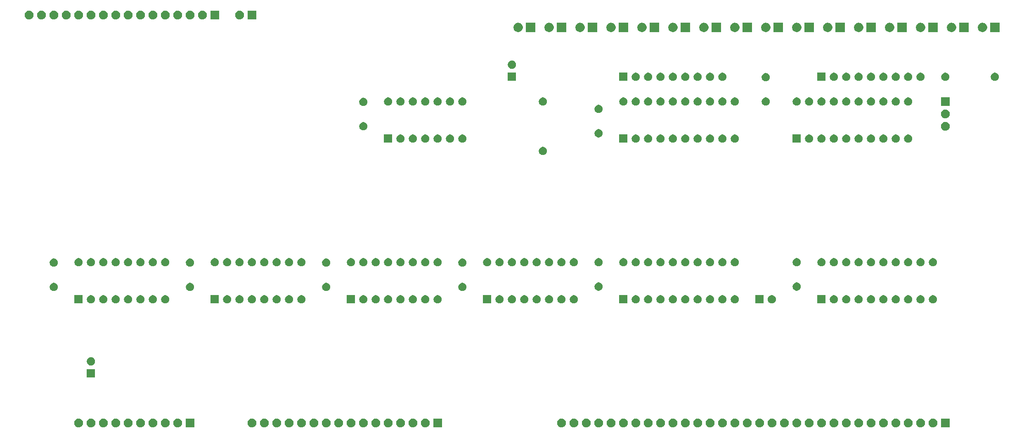
<source format=gts>
G04 #@! TF.GenerationSoftware,KiCad,Pcbnew,(5.1.5)-3*
G04 #@! TF.CreationDate,2022-12-08T21:38:55-08:00*
G04 #@! TF.ProjectId,program_counter,70726f67-7261-46d5-9f63-6f756e746572,rev?*
G04 #@! TF.SameCoordinates,Original*
G04 #@! TF.FileFunction,Soldermask,Top*
G04 #@! TF.FilePolarity,Negative*
%FSLAX46Y46*%
G04 Gerber Fmt 4.6, Leading zero omitted, Abs format (unit mm)*
G04 Created by KiCad (PCBNEW (5.1.5)-3) date 2022-12-08 21:38:55*
%MOMM*%
%LPD*%
G04 APERTURE LIST*
%ADD10C,0.100000*%
G04 APERTURE END LIST*
D10*
G36*
X167753512Y-143883927D02*
G01*
X167902812Y-143913624D01*
X168066784Y-143981544D01*
X168214354Y-144080147D01*
X168339853Y-144205646D01*
X168438456Y-144353216D01*
X168506376Y-144517188D01*
X168541000Y-144691259D01*
X168541000Y-144868741D01*
X168506376Y-145042812D01*
X168438456Y-145206784D01*
X168339853Y-145354354D01*
X168214354Y-145479853D01*
X168066784Y-145578456D01*
X167902812Y-145646376D01*
X167753512Y-145676073D01*
X167728742Y-145681000D01*
X167551258Y-145681000D01*
X167526488Y-145676073D01*
X167377188Y-145646376D01*
X167213216Y-145578456D01*
X167065646Y-145479853D01*
X166940147Y-145354354D01*
X166841544Y-145206784D01*
X166773624Y-145042812D01*
X166739000Y-144868741D01*
X166739000Y-144691259D01*
X166773624Y-144517188D01*
X166841544Y-144353216D01*
X166940147Y-144205646D01*
X167065646Y-144080147D01*
X167213216Y-143981544D01*
X167377188Y-143913624D01*
X167526488Y-143883927D01*
X167551258Y-143879000D01*
X167728742Y-143879000D01*
X167753512Y-143883927D01*
G37*
G36*
X205853512Y-143883927D02*
G01*
X206002812Y-143913624D01*
X206166784Y-143981544D01*
X206314354Y-144080147D01*
X206439853Y-144205646D01*
X206538456Y-144353216D01*
X206606376Y-144517188D01*
X206641000Y-144691259D01*
X206641000Y-144868741D01*
X206606376Y-145042812D01*
X206538456Y-145206784D01*
X206439853Y-145354354D01*
X206314354Y-145479853D01*
X206166784Y-145578456D01*
X206002812Y-145646376D01*
X205853512Y-145676073D01*
X205828742Y-145681000D01*
X205651258Y-145681000D01*
X205626488Y-145676073D01*
X205477188Y-145646376D01*
X205313216Y-145578456D01*
X205165646Y-145479853D01*
X205040147Y-145354354D01*
X204941544Y-145206784D01*
X204873624Y-145042812D01*
X204839000Y-144868741D01*
X204839000Y-144691259D01*
X204873624Y-144517188D01*
X204941544Y-144353216D01*
X205040147Y-144205646D01*
X205165646Y-144080147D01*
X205313216Y-143981544D01*
X205477188Y-143913624D01*
X205626488Y-143883927D01*
X205651258Y-143879000D01*
X205828742Y-143879000D01*
X205853512Y-143883927D01*
G37*
G36*
X203313512Y-143883927D02*
G01*
X203462812Y-143913624D01*
X203626784Y-143981544D01*
X203774354Y-144080147D01*
X203899853Y-144205646D01*
X203998456Y-144353216D01*
X204066376Y-144517188D01*
X204101000Y-144691259D01*
X204101000Y-144868741D01*
X204066376Y-145042812D01*
X203998456Y-145206784D01*
X203899853Y-145354354D01*
X203774354Y-145479853D01*
X203626784Y-145578456D01*
X203462812Y-145646376D01*
X203313512Y-145676073D01*
X203288742Y-145681000D01*
X203111258Y-145681000D01*
X203086488Y-145676073D01*
X202937188Y-145646376D01*
X202773216Y-145578456D01*
X202625646Y-145479853D01*
X202500147Y-145354354D01*
X202401544Y-145206784D01*
X202333624Y-145042812D01*
X202299000Y-144868741D01*
X202299000Y-144691259D01*
X202333624Y-144517188D01*
X202401544Y-144353216D01*
X202500147Y-144205646D01*
X202625646Y-144080147D01*
X202773216Y-143981544D01*
X202937188Y-143913624D01*
X203086488Y-143883927D01*
X203111258Y-143879000D01*
X203288742Y-143879000D01*
X203313512Y-143883927D01*
G37*
G36*
X200773512Y-143883927D02*
G01*
X200922812Y-143913624D01*
X201086784Y-143981544D01*
X201234354Y-144080147D01*
X201359853Y-144205646D01*
X201458456Y-144353216D01*
X201526376Y-144517188D01*
X201561000Y-144691259D01*
X201561000Y-144868741D01*
X201526376Y-145042812D01*
X201458456Y-145206784D01*
X201359853Y-145354354D01*
X201234354Y-145479853D01*
X201086784Y-145578456D01*
X200922812Y-145646376D01*
X200773512Y-145676073D01*
X200748742Y-145681000D01*
X200571258Y-145681000D01*
X200546488Y-145676073D01*
X200397188Y-145646376D01*
X200233216Y-145578456D01*
X200085646Y-145479853D01*
X199960147Y-145354354D01*
X199861544Y-145206784D01*
X199793624Y-145042812D01*
X199759000Y-144868741D01*
X199759000Y-144691259D01*
X199793624Y-144517188D01*
X199861544Y-144353216D01*
X199960147Y-144205646D01*
X200085646Y-144080147D01*
X200233216Y-143981544D01*
X200397188Y-143913624D01*
X200546488Y-143883927D01*
X200571258Y-143879000D01*
X200748742Y-143879000D01*
X200773512Y-143883927D01*
G37*
G36*
X198233512Y-143883927D02*
G01*
X198382812Y-143913624D01*
X198546784Y-143981544D01*
X198694354Y-144080147D01*
X198819853Y-144205646D01*
X198918456Y-144353216D01*
X198986376Y-144517188D01*
X199021000Y-144691259D01*
X199021000Y-144868741D01*
X198986376Y-145042812D01*
X198918456Y-145206784D01*
X198819853Y-145354354D01*
X198694354Y-145479853D01*
X198546784Y-145578456D01*
X198382812Y-145646376D01*
X198233512Y-145676073D01*
X198208742Y-145681000D01*
X198031258Y-145681000D01*
X198006488Y-145676073D01*
X197857188Y-145646376D01*
X197693216Y-145578456D01*
X197545646Y-145479853D01*
X197420147Y-145354354D01*
X197321544Y-145206784D01*
X197253624Y-145042812D01*
X197219000Y-144868741D01*
X197219000Y-144691259D01*
X197253624Y-144517188D01*
X197321544Y-144353216D01*
X197420147Y-144205646D01*
X197545646Y-144080147D01*
X197693216Y-143981544D01*
X197857188Y-143913624D01*
X198006488Y-143883927D01*
X198031258Y-143879000D01*
X198208742Y-143879000D01*
X198233512Y-143883927D01*
G37*
G36*
X195693512Y-143883927D02*
G01*
X195842812Y-143913624D01*
X196006784Y-143981544D01*
X196154354Y-144080147D01*
X196279853Y-144205646D01*
X196378456Y-144353216D01*
X196446376Y-144517188D01*
X196481000Y-144691259D01*
X196481000Y-144868741D01*
X196446376Y-145042812D01*
X196378456Y-145206784D01*
X196279853Y-145354354D01*
X196154354Y-145479853D01*
X196006784Y-145578456D01*
X195842812Y-145646376D01*
X195693512Y-145676073D01*
X195668742Y-145681000D01*
X195491258Y-145681000D01*
X195466488Y-145676073D01*
X195317188Y-145646376D01*
X195153216Y-145578456D01*
X195005646Y-145479853D01*
X194880147Y-145354354D01*
X194781544Y-145206784D01*
X194713624Y-145042812D01*
X194679000Y-144868741D01*
X194679000Y-144691259D01*
X194713624Y-144517188D01*
X194781544Y-144353216D01*
X194880147Y-144205646D01*
X195005646Y-144080147D01*
X195153216Y-143981544D01*
X195317188Y-143913624D01*
X195466488Y-143883927D01*
X195491258Y-143879000D01*
X195668742Y-143879000D01*
X195693512Y-143883927D01*
G37*
G36*
X193153512Y-143883927D02*
G01*
X193302812Y-143913624D01*
X193466784Y-143981544D01*
X193614354Y-144080147D01*
X193739853Y-144205646D01*
X193838456Y-144353216D01*
X193906376Y-144517188D01*
X193941000Y-144691259D01*
X193941000Y-144868741D01*
X193906376Y-145042812D01*
X193838456Y-145206784D01*
X193739853Y-145354354D01*
X193614354Y-145479853D01*
X193466784Y-145578456D01*
X193302812Y-145646376D01*
X193153512Y-145676073D01*
X193128742Y-145681000D01*
X192951258Y-145681000D01*
X192926488Y-145676073D01*
X192777188Y-145646376D01*
X192613216Y-145578456D01*
X192465646Y-145479853D01*
X192340147Y-145354354D01*
X192241544Y-145206784D01*
X192173624Y-145042812D01*
X192139000Y-144868741D01*
X192139000Y-144691259D01*
X192173624Y-144517188D01*
X192241544Y-144353216D01*
X192340147Y-144205646D01*
X192465646Y-144080147D01*
X192613216Y-143981544D01*
X192777188Y-143913624D01*
X192926488Y-143883927D01*
X192951258Y-143879000D01*
X193128742Y-143879000D01*
X193153512Y-143883927D01*
G37*
G36*
X190613512Y-143883927D02*
G01*
X190762812Y-143913624D01*
X190926784Y-143981544D01*
X191074354Y-144080147D01*
X191199853Y-144205646D01*
X191298456Y-144353216D01*
X191366376Y-144517188D01*
X191401000Y-144691259D01*
X191401000Y-144868741D01*
X191366376Y-145042812D01*
X191298456Y-145206784D01*
X191199853Y-145354354D01*
X191074354Y-145479853D01*
X190926784Y-145578456D01*
X190762812Y-145646376D01*
X190613512Y-145676073D01*
X190588742Y-145681000D01*
X190411258Y-145681000D01*
X190386488Y-145676073D01*
X190237188Y-145646376D01*
X190073216Y-145578456D01*
X189925646Y-145479853D01*
X189800147Y-145354354D01*
X189701544Y-145206784D01*
X189633624Y-145042812D01*
X189599000Y-144868741D01*
X189599000Y-144691259D01*
X189633624Y-144517188D01*
X189701544Y-144353216D01*
X189800147Y-144205646D01*
X189925646Y-144080147D01*
X190073216Y-143981544D01*
X190237188Y-143913624D01*
X190386488Y-143883927D01*
X190411258Y-143879000D01*
X190588742Y-143879000D01*
X190613512Y-143883927D01*
G37*
G36*
X188073512Y-143883927D02*
G01*
X188222812Y-143913624D01*
X188386784Y-143981544D01*
X188534354Y-144080147D01*
X188659853Y-144205646D01*
X188758456Y-144353216D01*
X188826376Y-144517188D01*
X188861000Y-144691259D01*
X188861000Y-144868741D01*
X188826376Y-145042812D01*
X188758456Y-145206784D01*
X188659853Y-145354354D01*
X188534354Y-145479853D01*
X188386784Y-145578456D01*
X188222812Y-145646376D01*
X188073512Y-145676073D01*
X188048742Y-145681000D01*
X187871258Y-145681000D01*
X187846488Y-145676073D01*
X187697188Y-145646376D01*
X187533216Y-145578456D01*
X187385646Y-145479853D01*
X187260147Y-145354354D01*
X187161544Y-145206784D01*
X187093624Y-145042812D01*
X187059000Y-144868741D01*
X187059000Y-144691259D01*
X187093624Y-144517188D01*
X187161544Y-144353216D01*
X187260147Y-144205646D01*
X187385646Y-144080147D01*
X187533216Y-143981544D01*
X187697188Y-143913624D01*
X187846488Y-143883927D01*
X187871258Y-143879000D01*
X188048742Y-143879000D01*
X188073512Y-143883927D01*
G37*
G36*
X185533512Y-143883927D02*
G01*
X185682812Y-143913624D01*
X185846784Y-143981544D01*
X185994354Y-144080147D01*
X186119853Y-144205646D01*
X186218456Y-144353216D01*
X186286376Y-144517188D01*
X186321000Y-144691259D01*
X186321000Y-144868741D01*
X186286376Y-145042812D01*
X186218456Y-145206784D01*
X186119853Y-145354354D01*
X185994354Y-145479853D01*
X185846784Y-145578456D01*
X185682812Y-145646376D01*
X185533512Y-145676073D01*
X185508742Y-145681000D01*
X185331258Y-145681000D01*
X185306488Y-145676073D01*
X185157188Y-145646376D01*
X184993216Y-145578456D01*
X184845646Y-145479853D01*
X184720147Y-145354354D01*
X184621544Y-145206784D01*
X184553624Y-145042812D01*
X184519000Y-144868741D01*
X184519000Y-144691259D01*
X184553624Y-144517188D01*
X184621544Y-144353216D01*
X184720147Y-144205646D01*
X184845646Y-144080147D01*
X184993216Y-143981544D01*
X185157188Y-143913624D01*
X185306488Y-143883927D01*
X185331258Y-143879000D01*
X185508742Y-143879000D01*
X185533512Y-143883927D01*
G37*
G36*
X182993512Y-143883927D02*
G01*
X183142812Y-143913624D01*
X183306784Y-143981544D01*
X183454354Y-144080147D01*
X183579853Y-144205646D01*
X183678456Y-144353216D01*
X183746376Y-144517188D01*
X183781000Y-144691259D01*
X183781000Y-144868741D01*
X183746376Y-145042812D01*
X183678456Y-145206784D01*
X183579853Y-145354354D01*
X183454354Y-145479853D01*
X183306784Y-145578456D01*
X183142812Y-145646376D01*
X182993512Y-145676073D01*
X182968742Y-145681000D01*
X182791258Y-145681000D01*
X182766488Y-145676073D01*
X182617188Y-145646376D01*
X182453216Y-145578456D01*
X182305646Y-145479853D01*
X182180147Y-145354354D01*
X182081544Y-145206784D01*
X182013624Y-145042812D01*
X181979000Y-144868741D01*
X181979000Y-144691259D01*
X182013624Y-144517188D01*
X182081544Y-144353216D01*
X182180147Y-144205646D01*
X182305646Y-144080147D01*
X182453216Y-143981544D01*
X182617188Y-143913624D01*
X182766488Y-143883927D01*
X182791258Y-143879000D01*
X182968742Y-143879000D01*
X182993512Y-143883927D01*
G37*
G36*
X180453512Y-143883927D02*
G01*
X180602812Y-143913624D01*
X180766784Y-143981544D01*
X180914354Y-144080147D01*
X181039853Y-144205646D01*
X181138456Y-144353216D01*
X181206376Y-144517188D01*
X181241000Y-144691259D01*
X181241000Y-144868741D01*
X181206376Y-145042812D01*
X181138456Y-145206784D01*
X181039853Y-145354354D01*
X180914354Y-145479853D01*
X180766784Y-145578456D01*
X180602812Y-145646376D01*
X180453512Y-145676073D01*
X180428742Y-145681000D01*
X180251258Y-145681000D01*
X180226488Y-145676073D01*
X180077188Y-145646376D01*
X179913216Y-145578456D01*
X179765646Y-145479853D01*
X179640147Y-145354354D01*
X179541544Y-145206784D01*
X179473624Y-145042812D01*
X179439000Y-144868741D01*
X179439000Y-144691259D01*
X179473624Y-144517188D01*
X179541544Y-144353216D01*
X179640147Y-144205646D01*
X179765646Y-144080147D01*
X179913216Y-143981544D01*
X180077188Y-143913624D01*
X180226488Y-143883927D01*
X180251258Y-143879000D01*
X180428742Y-143879000D01*
X180453512Y-143883927D01*
G37*
G36*
X177913512Y-143883927D02*
G01*
X178062812Y-143913624D01*
X178226784Y-143981544D01*
X178374354Y-144080147D01*
X178499853Y-144205646D01*
X178598456Y-144353216D01*
X178666376Y-144517188D01*
X178701000Y-144691259D01*
X178701000Y-144868741D01*
X178666376Y-145042812D01*
X178598456Y-145206784D01*
X178499853Y-145354354D01*
X178374354Y-145479853D01*
X178226784Y-145578456D01*
X178062812Y-145646376D01*
X177913512Y-145676073D01*
X177888742Y-145681000D01*
X177711258Y-145681000D01*
X177686488Y-145676073D01*
X177537188Y-145646376D01*
X177373216Y-145578456D01*
X177225646Y-145479853D01*
X177100147Y-145354354D01*
X177001544Y-145206784D01*
X176933624Y-145042812D01*
X176899000Y-144868741D01*
X176899000Y-144691259D01*
X176933624Y-144517188D01*
X177001544Y-144353216D01*
X177100147Y-144205646D01*
X177225646Y-144080147D01*
X177373216Y-143981544D01*
X177537188Y-143913624D01*
X177686488Y-143883927D01*
X177711258Y-143879000D01*
X177888742Y-143879000D01*
X177913512Y-143883927D01*
G37*
G36*
X175373512Y-143883927D02*
G01*
X175522812Y-143913624D01*
X175686784Y-143981544D01*
X175834354Y-144080147D01*
X175959853Y-144205646D01*
X176058456Y-144353216D01*
X176126376Y-144517188D01*
X176161000Y-144691259D01*
X176161000Y-144868741D01*
X176126376Y-145042812D01*
X176058456Y-145206784D01*
X175959853Y-145354354D01*
X175834354Y-145479853D01*
X175686784Y-145578456D01*
X175522812Y-145646376D01*
X175373512Y-145676073D01*
X175348742Y-145681000D01*
X175171258Y-145681000D01*
X175146488Y-145676073D01*
X174997188Y-145646376D01*
X174833216Y-145578456D01*
X174685646Y-145479853D01*
X174560147Y-145354354D01*
X174461544Y-145206784D01*
X174393624Y-145042812D01*
X174359000Y-144868741D01*
X174359000Y-144691259D01*
X174393624Y-144517188D01*
X174461544Y-144353216D01*
X174560147Y-144205646D01*
X174685646Y-144080147D01*
X174833216Y-143981544D01*
X174997188Y-143913624D01*
X175146488Y-143883927D01*
X175171258Y-143879000D01*
X175348742Y-143879000D01*
X175373512Y-143883927D01*
G37*
G36*
X172833512Y-143883927D02*
G01*
X172982812Y-143913624D01*
X173146784Y-143981544D01*
X173294354Y-144080147D01*
X173419853Y-144205646D01*
X173518456Y-144353216D01*
X173586376Y-144517188D01*
X173621000Y-144691259D01*
X173621000Y-144868741D01*
X173586376Y-145042812D01*
X173518456Y-145206784D01*
X173419853Y-145354354D01*
X173294354Y-145479853D01*
X173146784Y-145578456D01*
X172982812Y-145646376D01*
X172833512Y-145676073D01*
X172808742Y-145681000D01*
X172631258Y-145681000D01*
X172606488Y-145676073D01*
X172457188Y-145646376D01*
X172293216Y-145578456D01*
X172145646Y-145479853D01*
X172020147Y-145354354D01*
X171921544Y-145206784D01*
X171853624Y-145042812D01*
X171819000Y-144868741D01*
X171819000Y-144691259D01*
X171853624Y-144517188D01*
X171921544Y-144353216D01*
X172020147Y-144205646D01*
X172145646Y-144080147D01*
X172293216Y-143981544D01*
X172457188Y-143913624D01*
X172606488Y-143883927D01*
X172631258Y-143879000D01*
X172808742Y-143879000D01*
X172833512Y-143883927D01*
G37*
G36*
X129653512Y-143883927D02*
G01*
X129802812Y-143913624D01*
X129966784Y-143981544D01*
X130114354Y-144080147D01*
X130239853Y-144205646D01*
X130338456Y-144353216D01*
X130406376Y-144517188D01*
X130441000Y-144691259D01*
X130441000Y-144868741D01*
X130406376Y-145042812D01*
X130338456Y-145206784D01*
X130239853Y-145354354D01*
X130114354Y-145479853D01*
X129966784Y-145578456D01*
X129802812Y-145646376D01*
X129653512Y-145676073D01*
X129628742Y-145681000D01*
X129451258Y-145681000D01*
X129426488Y-145676073D01*
X129277188Y-145646376D01*
X129113216Y-145578456D01*
X128965646Y-145479853D01*
X128840147Y-145354354D01*
X128741544Y-145206784D01*
X128673624Y-145042812D01*
X128639000Y-144868741D01*
X128639000Y-144691259D01*
X128673624Y-144517188D01*
X128741544Y-144353216D01*
X128840147Y-144205646D01*
X128965646Y-144080147D01*
X129113216Y-143981544D01*
X129277188Y-143913624D01*
X129426488Y-143883927D01*
X129451258Y-143879000D01*
X129628742Y-143879000D01*
X129653512Y-143883927D01*
G37*
G36*
X165213512Y-143883927D02*
G01*
X165362812Y-143913624D01*
X165526784Y-143981544D01*
X165674354Y-144080147D01*
X165799853Y-144205646D01*
X165898456Y-144353216D01*
X165966376Y-144517188D01*
X166001000Y-144691259D01*
X166001000Y-144868741D01*
X165966376Y-145042812D01*
X165898456Y-145206784D01*
X165799853Y-145354354D01*
X165674354Y-145479853D01*
X165526784Y-145578456D01*
X165362812Y-145646376D01*
X165213512Y-145676073D01*
X165188742Y-145681000D01*
X165011258Y-145681000D01*
X164986488Y-145676073D01*
X164837188Y-145646376D01*
X164673216Y-145578456D01*
X164525646Y-145479853D01*
X164400147Y-145354354D01*
X164301544Y-145206784D01*
X164233624Y-145042812D01*
X164199000Y-144868741D01*
X164199000Y-144691259D01*
X164233624Y-144517188D01*
X164301544Y-144353216D01*
X164400147Y-144205646D01*
X164525646Y-144080147D01*
X164673216Y-143981544D01*
X164837188Y-143913624D01*
X164986488Y-143883927D01*
X165011258Y-143879000D01*
X165188742Y-143879000D01*
X165213512Y-143883927D01*
G37*
G36*
X162673512Y-143883927D02*
G01*
X162822812Y-143913624D01*
X162986784Y-143981544D01*
X163134354Y-144080147D01*
X163259853Y-144205646D01*
X163358456Y-144353216D01*
X163426376Y-144517188D01*
X163461000Y-144691259D01*
X163461000Y-144868741D01*
X163426376Y-145042812D01*
X163358456Y-145206784D01*
X163259853Y-145354354D01*
X163134354Y-145479853D01*
X162986784Y-145578456D01*
X162822812Y-145646376D01*
X162673512Y-145676073D01*
X162648742Y-145681000D01*
X162471258Y-145681000D01*
X162446488Y-145676073D01*
X162297188Y-145646376D01*
X162133216Y-145578456D01*
X161985646Y-145479853D01*
X161860147Y-145354354D01*
X161761544Y-145206784D01*
X161693624Y-145042812D01*
X161659000Y-144868741D01*
X161659000Y-144691259D01*
X161693624Y-144517188D01*
X161761544Y-144353216D01*
X161860147Y-144205646D01*
X161985646Y-144080147D01*
X162133216Y-143981544D01*
X162297188Y-143913624D01*
X162446488Y-143883927D01*
X162471258Y-143879000D01*
X162648742Y-143879000D01*
X162673512Y-143883927D01*
G37*
G36*
X99173512Y-143883927D02*
G01*
X99322812Y-143913624D01*
X99486784Y-143981544D01*
X99634354Y-144080147D01*
X99759853Y-144205646D01*
X99858456Y-144353216D01*
X99926376Y-144517188D01*
X99961000Y-144691259D01*
X99961000Y-144868741D01*
X99926376Y-145042812D01*
X99858456Y-145206784D01*
X99759853Y-145354354D01*
X99634354Y-145479853D01*
X99486784Y-145578456D01*
X99322812Y-145646376D01*
X99173512Y-145676073D01*
X99148742Y-145681000D01*
X98971258Y-145681000D01*
X98946488Y-145676073D01*
X98797188Y-145646376D01*
X98633216Y-145578456D01*
X98485646Y-145479853D01*
X98360147Y-145354354D01*
X98261544Y-145206784D01*
X98193624Y-145042812D01*
X98159000Y-144868741D01*
X98159000Y-144691259D01*
X98193624Y-144517188D01*
X98261544Y-144353216D01*
X98360147Y-144205646D01*
X98485646Y-144080147D01*
X98633216Y-143981544D01*
X98797188Y-143913624D01*
X98946488Y-143883927D01*
X98971258Y-143879000D01*
X99148742Y-143879000D01*
X99173512Y-143883927D01*
G37*
G36*
X101713512Y-143883927D02*
G01*
X101862812Y-143913624D01*
X102026784Y-143981544D01*
X102174354Y-144080147D01*
X102299853Y-144205646D01*
X102398456Y-144353216D01*
X102466376Y-144517188D01*
X102501000Y-144691259D01*
X102501000Y-144868741D01*
X102466376Y-145042812D01*
X102398456Y-145206784D01*
X102299853Y-145354354D01*
X102174354Y-145479853D01*
X102026784Y-145578456D01*
X101862812Y-145646376D01*
X101713512Y-145676073D01*
X101688742Y-145681000D01*
X101511258Y-145681000D01*
X101486488Y-145676073D01*
X101337188Y-145646376D01*
X101173216Y-145578456D01*
X101025646Y-145479853D01*
X100900147Y-145354354D01*
X100801544Y-145206784D01*
X100733624Y-145042812D01*
X100699000Y-144868741D01*
X100699000Y-144691259D01*
X100733624Y-144517188D01*
X100801544Y-144353216D01*
X100900147Y-144205646D01*
X101025646Y-144080147D01*
X101173216Y-143981544D01*
X101337188Y-143913624D01*
X101486488Y-143883927D01*
X101511258Y-143879000D01*
X101688742Y-143879000D01*
X101713512Y-143883927D01*
G37*
G36*
X104253512Y-143883927D02*
G01*
X104402812Y-143913624D01*
X104566784Y-143981544D01*
X104714354Y-144080147D01*
X104839853Y-144205646D01*
X104938456Y-144353216D01*
X105006376Y-144517188D01*
X105041000Y-144691259D01*
X105041000Y-144868741D01*
X105006376Y-145042812D01*
X104938456Y-145206784D01*
X104839853Y-145354354D01*
X104714354Y-145479853D01*
X104566784Y-145578456D01*
X104402812Y-145646376D01*
X104253512Y-145676073D01*
X104228742Y-145681000D01*
X104051258Y-145681000D01*
X104026488Y-145676073D01*
X103877188Y-145646376D01*
X103713216Y-145578456D01*
X103565646Y-145479853D01*
X103440147Y-145354354D01*
X103341544Y-145206784D01*
X103273624Y-145042812D01*
X103239000Y-144868741D01*
X103239000Y-144691259D01*
X103273624Y-144517188D01*
X103341544Y-144353216D01*
X103440147Y-144205646D01*
X103565646Y-144080147D01*
X103713216Y-143981544D01*
X103877188Y-143913624D01*
X104026488Y-143883927D01*
X104051258Y-143879000D01*
X104228742Y-143879000D01*
X104253512Y-143883927D01*
G37*
G36*
X106793512Y-143883927D02*
G01*
X106942812Y-143913624D01*
X107106784Y-143981544D01*
X107254354Y-144080147D01*
X107379853Y-144205646D01*
X107478456Y-144353216D01*
X107546376Y-144517188D01*
X107581000Y-144691259D01*
X107581000Y-144868741D01*
X107546376Y-145042812D01*
X107478456Y-145206784D01*
X107379853Y-145354354D01*
X107254354Y-145479853D01*
X107106784Y-145578456D01*
X106942812Y-145646376D01*
X106793512Y-145676073D01*
X106768742Y-145681000D01*
X106591258Y-145681000D01*
X106566488Y-145676073D01*
X106417188Y-145646376D01*
X106253216Y-145578456D01*
X106105646Y-145479853D01*
X105980147Y-145354354D01*
X105881544Y-145206784D01*
X105813624Y-145042812D01*
X105779000Y-144868741D01*
X105779000Y-144691259D01*
X105813624Y-144517188D01*
X105881544Y-144353216D01*
X105980147Y-144205646D01*
X106105646Y-144080147D01*
X106253216Y-143981544D01*
X106417188Y-143913624D01*
X106566488Y-143883927D01*
X106591258Y-143879000D01*
X106768742Y-143879000D01*
X106793512Y-143883927D01*
G37*
G36*
X109333512Y-143883927D02*
G01*
X109482812Y-143913624D01*
X109646784Y-143981544D01*
X109794354Y-144080147D01*
X109919853Y-144205646D01*
X110018456Y-144353216D01*
X110086376Y-144517188D01*
X110121000Y-144691259D01*
X110121000Y-144868741D01*
X110086376Y-145042812D01*
X110018456Y-145206784D01*
X109919853Y-145354354D01*
X109794354Y-145479853D01*
X109646784Y-145578456D01*
X109482812Y-145646376D01*
X109333512Y-145676073D01*
X109308742Y-145681000D01*
X109131258Y-145681000D01*
X109106488Y-145676073D01*
X108957188Y-145646376D01*
X108793216Y-145578456D01*
X108645646Y-145479853D01*
X108520147Y-145354354D01*
X108421544Y-145206784D01*
X108353624Y-145042812D01*
X108319000Y-144868741D01*
X108319000Y-144691259D01*
X108353624Y-144517188D01*
X108421544Y-144353216D01*
X108520147Y-144205646D01*
X108645646Y-144080147D01*
X108793216Y-143981544D01*
X108957188Y-143913624D01*
X109106488Y-143883927D01*
X109131258Y-143879000D01*
X109308742Y-143879000D01*
X109333512Y-143883927D01*
G37*
G36*
X111873512Y-143883927D02*
G01*
X112022812Y-143913624D01*
X112186784Y-143981544D01*
X112334354Y-144080147D01*
X112459853Y-144205646D01*
X112558456Y-144353216D01*
X112626376Y-144517188D01*
X112661000Y-144691259D01*
X112661000Y-144868741D01*
X112626376Y-145042812D01*
X112558456Y-145206784D01*
X112459853Y-145354354D01*
X112334354Y-145479853D01*
X112186784Y-145578456D01*
X112022812Y-145646376D01*
X111873512Y-145676073D01*
X111848742Y-145681000D01*
X111671258Y-145681000D01*
X111646488Y-145676073D01*
X111497188Y-145646376D01*
X111333216Y-145578456D01*
X111185646Y-145479853D01*
X111060147Y-145354354D01*
X110961544Y-145206784D01*
X110893624Y-145042812D01*
X110859000Y-144868741D01*
X110859000Y-144691259D01*
X110893624Y-144517188D01*
X110961544Y-144353216D01*
X111060147Y-144205646D01*
X111185646Y-144080147D01*
X111333216Y-143981544D01*
X111497188Y-143913624D01*
X111646488Y-143883927D01*
X111671258Y-143879000D01*
X111848742Y-143879000D01*
X111873512Y-143883927D01*
G37*
G36*
X114413512Y-143883927D02*
G01*
X114562812Y-143913624D01*
X114726784Y-143981544D01*
X114874354Y-144080147D01*
X114999853Y-144205646D01*
X115098456Y-144353216D01*
X115166376Y-144517188D01*
X115201000Y-144691259D01*
X115201000Y-144868741D01*
X115166376Y-145042812D01*
X115098456Y-145206784D01*
X114999853Y-145354354D01*
X114874354Y-145479853D01*
X114726784Y-145578456D01*
X114562812Y-145646376D01*
X114413512Y-145676073D01*
X114388742Y-145681000D01*
X114211258Y-145681000D01*
X114186488Y-145676073D01*
X114037188Y-145646376D01*
X113873216Y-145578456D01*
X113725646Y-145479853D01*
X113600147Y-145354354D01*
X113501544Y-145206784D01*
X113433624Y-145042812D01*
X113399000Y-144868741D01*
X113399000Y-144691259D01*
X113433624Y-144517188D01*
X113501544Y-144353216D01*
X113600147Y-144205646D01*
X113725646Y-144080147D01*
X113873216Y-143981544D01*
X114037188Y-143913624D01*
X114186488Y-143883927D01*
X114211258Y-143879000D01*
X114388742Y-143879000D01*
X114413512Y-143883927D01*
G37*
G36*
X116953512Y-143883927D02*
G01*
X117102812Y-143913624D01*
X117266784Y-143981544D01*
X117414354Y-144080147D01*
X117539853Y-144205646D01*
X117638456Y-144353216D01*
X117706376Y-144517188D01*
X117741000Y-144691259D01*
X117741000Y-144868741D01*
X117706376Y-145042812D01*
X117638456Y-145206784D01*
X117539853Y-145354354D01*
X117414354Y-145479853D01*
X117266784Y-145578456D01*
X117102812Y-145646376D01*
X116953512Y-145676073D01*
X116928742Y-145681000D01*
X116751258Y-145681000D01*
X116726488Y-145676073D01*
X116577188Y-145646376D01*
X116413216Y-145578456D01*
X116265646Y-145479853D01*
X116140147Y-145354354D01*
X116041544Y-145206784D01*
X115973624Y-145042812D01*
X115939000Y-144868741D01*
X115939000Y-144691259D01*
X115973624Y-144517188D01*
X116041544Y-144353216D01*
X116140147Y-144205646D01*
X116265646Y-144080147D01*
X116413216Y-143981544D01*
X116577188Y-143913624D01*
X116726488Y-143883927D01*
X116751258Y-143879000D01*
X116928742Y-143879000D01*
X116953512Y-143883927D01*
G37*
G36*
X119493512Y-143883927D02*
G01*
X119642812Y-143913624D01*
X119806784Y-143981544D01*
X119954354Y-144080147D01*
X120079853Y-144205646D01*
X120178456Y-144353216D01*
X120246376Y-144517188D01*
X120281000Y-144691259D01*
X120281000Y-144868741D01*
X120246376Y-145042812D01*
X120178456Y-145206784D01*
X120079853Y-145354354D01*
X119954354Y-145479853D01*
X119806784Y-145578456D01*
X119642812Y-145646376D01*
X119493512Y-145676073D01*
X119468742Y-145681000D01*
X119291258Y-145681000D01*
X119266488Y-145676073D01*
X119117188Y-145646376D01*
X118953216Y-145578456D01*
X118805646Y-145479853D01*
X118680147Y-145354354D01*
X118581544Y-145206784D01*
X118513624Y-145042812D01*
X118479000Y-144868741D01*
X118479000Y-144691259D01*
X118513624Y-144517188D01*
X118581544Y-144353216D01*
X118680147Y-144205646D01*
X118805646Y-144080147D01*
X118953216Y-143981544D01*
X119117188Y-143913624D01*
X119266488Y-143883927D01*
X119291258Y-143879000D01*
X119468742Y-143879000D01*
X119493512Y-143883927D01*
G37*
G36*
X122033512Y-143883927D02*
G01*
X122182812Y-143913624D01*
X122346784Y-143981544D01*
X122494354Y-144080147D01*
X122619853Y-144205646D01*
X122718456Y-144353216D01*
X122786376Y-144517188D01*
X122821000Y-144691259D01*
X122821000Y-144868741D01*
X122786376Y-145042812D01*
X122718456Y-145206784D01*
X122619853Y-145354354D01*
X122494354Y-145479853D01*
X122346784Y-145578456D01*
X122182812Y-145646376D01*
X122033512Y-145676073D01*
X122008742Y-145681000D01*
X121831258Y-145681000D01*
X121806488Y-145676073D01*
X121657188Y-145646376D01*
X121493216Y-145578456D01*
X121345646Y-145479853D01*
X121220147Y-145354354D01*
X121121544Y-145206784D01*
X121053624Y-145042812D01*
X121019000Y-144868741D01*
X121019000Y-144691259D01*
X121053624Y-144517188D01*
X121121544Y-144353216D01*
X121220147Y-144205646D01*
X121345646Y-144080147D01*
X121493216Y-143981544D01*
X121657188Y-143913624D01*
X121806488Y-143883927D01*
X121831258Y-143879000D01*
X122008742Y-143879000D01*
X122033512Y-143883927D01*
G37*
G36*
X124573512Y-143883927D02*
G01*
X124722812Y-143913624D01*
X124886784Y-143981544D01*
X125034354Y-144080147D01*
X125159853Y-144205646D01*
X125258456Y-144353216D01*
X125326376Y-144517188D01*
X125361000Y-144691259D01*
X125361000Y-144868741D01*
X125326376Y-145042812D01*
X125258456Y-145206784D01*
X125159853Y-145354354D01*
X125034354Y-145479853D01*
X124886784Y-145578456D01*
X124722812Y-145646376D01*
X124573512Y-145676073D01*
X124548742Y-145681000D01*
X124371258Y-145681000D01*
X124346488Y-145676073D01*
X124197188Y-145646376D01*
X124033216Y-145578456D01*
X123885646Y-145479853D01*
X123760147Y-145354354D01*
X123661544Y-145206784D01*
X123593624Y-145042812D01*
X123559000Y-144868741D01*
X123559000Y-144691259D01*
X123593624Y-144517188D01*
X123661544Y-144353216D01*
X123760147Y-144205646D01*
X123885646Y-144080147D01*
X124033216Y-143981544D01*
X124197188Y-143913624D01*
X124346488Y-143883927D01*
X124371258Y-143879000D01*
X124548742Y-143879000D01*
X124573512Y-143883927D01*
G37*
G36*
X208393512Y-143883927D02*
G01*
X208542812Y-143913624D01*
X208706784Y-143981544D01*
X208854354Y-144080147D01*
X208979853Y-144205646D01*
X209078456Y-144353216D01*
X209146376Y-144517188D01*
X209181000Y-144691259D01*
X209181000Y-144868741D01*
X209146376Y-145042812D01*
X209078456Y-145206784D01*
X208979853Y-145354354D01*
X208854354Y-145479853D01*
X208706784Y-145578456D01*
X208542812Y-145646376D01*
X208393512Y-145676073D01*
X208368742Y-145681000D01*
X208191258Y-145681000D01*
X208166488Y-145676073D01*
X208017188Y-145646376D01*
X207853216Y-145578456D01*
X207705646Y-145479853D01*
X207580147Y-145354354D01*
X207481544Y-145206784D01*
X207413624Y-145042812D01*
X207379000Y-144868741D01*
X207379000Y-144691259D01*
X207413624Y-144517188D01*
X207481544Y-144353216D01*
X207580147Y-144205646D01*
X207705646Y-144080147D01*
X207853216Y-143981544D01*
X208017188Y-143913624D01*
X208166488Y-143883927D01*
X208191258Y-143879000D01*
X208368742Y-143879000D01*
X208393512Y-143883927D01*
G37*
G36*
X127113512Y-143883927D02*
G01*
X127262812Y-143913624D01*
X127426784Y-143981544D01*
X127574354Y-144080147D01*
X127699853Y-144205646D01*
X127798456Y-144353216D01*
X127866376Y-144517188D01*
X127901000Y-144691259D01*
X127901000Y-144868741D01*
X127866376Y-145042812D01*
X127798456Y-145206784D01*
X127699853Y-145354354D01*
X127574354Y-145479853D01*
X127426784Y-145578456D01*
X127262812Y-145646376D01*
X127113512Y-145676073D01*
X127088742Y-145681000D01*
X126911258Y-145681000D01*
X126886488Y-145676073D01*
X126737188Y-145646376D01*
X126573216Y-145578456D01*
X126425646Y-145479853D01*
X126300147Y-145354354D01*
X126201544Y-145206784D01*
X126133624Y-145042812D01*
X126099000Y-144868741D01*
X126099000Y-144691259D01*
X126133624Y-144517188D01*
X126201544Y-144353216D01*
X126300147Y-144205646D01*
X126425646Y-144080147D01*
X126573216Y-143981544D01*
X126737188Y-143913624D01*
X126886488Y-143883927D01*
X126911258Y-143879000D01*
X127088742Y-143879000D01*
X127113512Y-143883927D01*
G37*
G36*
X170293512Y-143883927D02*
G01*
X170442812Y-143913624D01*
X170606784Y-143981544D01*
X170754354Y-144080147D01*
X170879853Y-144205646D01*
X170978456Y-144353216D01*
X171046376Y-144517188D01*
X171081000Y-144691259D01*
X171081000Y-144868741D01*
X171046376Y-145042812D01*
X170978456Y-145206784D01*
X170879853Y-145354354D01*
X170754354Y-145479853D01*
X170606784Y-145578456D01*
X170442812Y-145646376D01*
X170293512Y-145676073D01*
X170268742Y-145681000D01*
X170091258Y-145681000D01*
X170066488Y-145676073D01*
X169917188Y-145646376D01*
X169753216Y-145578456D01*
X169605646Y-145479853D01*
X169480147Y-145354354D01*
X169381544Y-145206784D01*
X169313624Y-145042812D01*
X169279000Y-144868741D01*
X169279000Y-144691259D01*
X169313624Y-144517188D01*
X169381544Y-144353216D01*
X169480147Y-144205646D01*
X169605646Y-144080147D01*
X169753216Y-143981544D01*
X169917188Y-143913624D01*
X170066488Y-143883927D01*
X170091258Y-143879000D01*
X170268742Y-143879000D01*
X170293512Y-143883927D01*
G37*
G36*
X132193512Y-143883927D02*
G01*
X132342812Y-143913624D01*
X132506784Y-143981544D01*
X132654354Y-144080147D01*
X132779853Y-144205646D01*
X132878456Y-144353216D01*
X132946376Y-144517188D01*
X132981000Y-144691259D01*
X132981000Y-144868741D01*
X132946376Y-145042812D01*
X132878456Y-145206784D01*
X132779853Y-145354354D01*
X132654354Y-145479853D01*
X132506784Y-145578456D01*
X132342812Y-145646376D01*
X132193512Y-145676073D01*
X132168742Y-145681000D01*
X131991258Y-145681000D01*
X131966488Y-145676073D01*
X131817188Y-145646376D01*
X131653216Y-145578456D01*
X131505646Y-145479853D01*
X131380147Y-145354354D01*
X131281544Y-145206784D01*
X131213624Y-145042812D01*
X131179000Y-144868741D01*
X131179000Y-144691259D01*
X131213624Y-144517188D01*
X131281544Y-144353216D01*
X131380147Y-144205646D01*
X131505646Y-144080147D01*
X131653216Y-143981544D01*
X131817188Y-143913624D01*
X131966488Y-143883927D01*
X131991258Y-143879000D01*
X132168742Y-143879000D01*
X132193512Y-143883927D01*
G37*
G36*
X134733512Y-143883927D02*
G01*
X134882812Y-143913624D01*
X135046784Y-143981544D01*
X135194354Y-144080147D01*
X135319853Y-144205646D01*
X135418456Y-144353216D01*
X135486376Y-144517188D01*
X135521000Y-144691259D01*
X135521000Y-144868741D01*
X135486376Y-145042812D01*
X135418456Y-145206784D01*
X135319853Y-145354354D01*
X135194354Y-145479853D01*
X135046784Y-145578456D01*
X134882812Y-145646376D01*
X134733512Y-145676073D01*
X134708742Y-145681000D01*
X134531258Y-145681000D01*
X134506488Y-145676073D01*
X134357188Y-145646376D01*
X134193216Y-145578456D01*
X134045646Y-145479853D01*
X133920147Y-145354354D01*
X133821544Y-145206784D01*
X133753624Y-145042812D01*
X133719000Y-144868741D01*
X133719000Y-144691259D01*
X133753624Y-144517188D01*
X133821544Y-144353216D01*
X133920147Y-144205646D01*
X134045646Y-144080147D01*
X134193216Y-143981544D01*
X134357188Y-143913624D01*
X134506488Y-143883927D01*
X134531258Y-143879000D01*
X134708742Y-143879000D01*
X134733512Y-143883927D01*
G37*
G36*
X138061000Y-145681000D02*
G01*
X136259000Y-145681000D01*
X136259000Y-143879000D01*
X138061000Y-143879000D01*
X138061000Y-145681000D01*
G37*
G36*
X63613512Y-143883927D02*
G01*
X63762812Y-143913624D01*
X63926784Y-143981544D01*
X64074354Y-144080147D01*
X64199853Y-144205646D01*
X64298456Y-144353216D01*
X64366376Y-144517188D01*
X64401000Y-144691259D01*
X64401000Y-144868741D01*
X64366376Y-145042812D01*
X64298456Y-145206784D01*
X64199853Y-145354354D01*
X64074354Y-145479853D01*
X63926784Y-145578456D01*
X63762812Y-145646376D01*
X63613512Y-145676073D01*
X63588742Y-145681000D01*
X63411258Y-145681000D01*
X63386488Y-145676073D01*
X63237188Y-145646376D01*
X63073216Y-145578456D01*
X62925646Y-145479853D01*
X62800147Y-145354354D01*
X62701544Y-145206784D01*
X62633624Y-145042812D01*
X62599000Y-144868741D01*
X62599000Y-144691259D01*
X62633624Y-144517188D01*
X62701544Y-144353216D01*
X62800147Y-144205646D01*
X62925646Y-144080147D01*
X63073216Y-143981544D01*
X63237188Y-143913624D01*
X63386488Y-143883927D01*
X63411258Y-143879000D01*
X63588742Y-143879000D01*
X63613512Y-143883927D01*
G37*
G36*
X66153512Y-143883927D02*
G01*
X66302812Y-143913624D01*
X66466784Y-143981544D01*
X66614354Y-144080147D01*
X66739853Y-144205646D01*
X66838456Y-144353216D01*
X66906376Y-144517188D01*
X66941000Y-144691259D01*
X66941000Y-144868741D01*
X66906376Y-145042812D01*
X66838456Y-145206784D01*
X66739853Y-145354354D01*
X66614354Y-145479853D01*
X66466784Y-145578456D01*
X66302812Y-145646376D01*
X66153512Y-145676073D01*
X66128742Y-145681000D01*
X65951258Y-145681000D01*
X65926488Y-145676073D01*
X65777188Y-145646376D01*
X65613216Y-145578456D01*
X65465646Y-145479853D01*
X65340147Y-145354354D01*
X65241544Y-145206784D01*
X65173624Y-145042812D01*
X65139000Y-144868741D01*
X65139000Y-144691259D01*
X65173624Y-144517188D01*
X65241544Y-144353216D01*
X65340147Y-144205646D01*
X65465646Y-144080147D01*
X65613216Y-143981544D01*
X65777188Y-143913624D01*
X65926488Y-143883927D01*
X65951258Y-143879000D01*
X66128742Y-143879000D01*
X66153512Y-143883927D01*
G37*
G36*
X68693512Y-143883927D02*
G01*
X68842812Y-143913624D01*
X69006784Y-143981544D01*
X69154354Y-144080147D01*
X69279853Y-144205646D01*
X69378456Y-144353216D01*
X69446376Y-144517188D01*
X69481000Y-144691259D01*
X69481000Y-144868741D01*
X69446376Y-145042812D01*
X69378456Y-145206784D01*
X69279853Y-145354354D01*
X69154354Y-145479853D01*
X69006784Y-145578456D01*
X68842812Y-145646376D01*
X68693512Y-145676073D01*
X68668742Y-145681000D01*
X68491258Y-145681000D01*
X68466488Y-145676073D01*
X68317188Y-145646376D01*
X68153216Y-145578456D01*
X68005646Y-145479853D01*
X67880147Y-145354354D01*
X67781544Y-145206784D01*
X67713624Y-145042812D01*
X67679000Y-144868741D01*
X67679000Y-144691259D01*
X67713624Y-144517188D01*
X67781544Y-144353216D01*
X67880147Y-144205646D01*
X68005646Y-144080147D01*
X68153216Y-143981544D01*
X68317188Y-143913624D01*
X68466488Y-143883927D01*
X68491258Y-143879000D01*
X68668742Y-143879000D01*
X68693512Y-143883927D01*
G37*
G36*
X71233512Y-143883927D02*
G01*
X71382812Y-143913624D01*
X71546784Y-143981544D01*
X71694354Y-144080147D01*
X71819853Y-144205646D01*
X71918456Y-144353216D01*
X71986376Y-144517188D01*
X72021000Y-144691259D01*
X72021000Y-144868741D01*
X71986376Y-145042812D01*
X71918456Y-145206784D01*
X71819853Y-145354354D01*
X71694354Y-145479853D01*
X71546784Y-145578456D01*
X71382812Y-145646376D01*
X71233512Y-145676073D01*
X71208742Y-145681000D01*
X71031258Y-145681000D01*
X71006488Y-145676073D01*
X70857188Y-145646376D01*
X70693216Y-145578456D01*
X70545646Y-145479853D01*
X70420147Y-145354354D01*
X70321544Y-145206784D01*
X70253624Y-145042812D01*
X70219000Y-144868741D01*
X70219000Y-144691259D01*
X70253624Y-144517188D01*
X70321544Y-144353216D01*
X70420147Y-144205646D01*
X70545646Y-144080147D01*
X70693216Y-143981544D01*
X70857188Y-143913624D01*
X71006488Y-143883927D01*
X71031258Y-143879000D01*
X71208742Y-143879000D01*
X71233512Y-143883927D01*
G37*
G36*
X73773512Y-143883927D02*
G01*
X73922812Y-143913624D01*
X74086784Y-143981544D01*
X74234354Y-144080147D01*
X74359853Y-144205646D01*
X74458456Y-144353216D01*
X74526376Y-144517188D01*
X74561000Y-144691259D01*
X74561000Y-144868741D01*
X74526376Y-145042812D01*
X74458456Y-145206784D01*
X74359853Y-145354354D01*
X74234354Y-145479853D01*
X74086784Y-145578456D01*
X73922812Y-145646376D01*
X73773512Y-145676073D01*
X73748742Y-145681000D01*
X73571258Y-145681000D01*
X73546488Y-145676073D01*
X73397188Y-145646376D01*
X73233216Y-145578456D01*
X73085646Y-145479853D01*
X72960147Y-145354354D01*
X72861544Y-145206784D01*
X72793624Y-145042812D01*
X72759000Y-144868741D01*
X72759000Y-144691259D01*
X72793624Y-144517188D01*
X72861544Y-144353216D01*
X72960147Y-144205646D01*
X73085646Y-144080147D01*
X73233216Y-143981544D01*
X73397188Y-143913624D01*
X73546488Y-143883927D01*
X73571258Y-143879000D01*
X73748742Y-143879000D01*
X73773512Y-143883927D01*
G37*
G36*
X76313512Y-143883927D02*
G01*
X76462812Y-143913624D01*
X76626784Y-143981544D01*
X76774354Y-144080147D01*
X76899853Y-144205646D01*
X76998456Y-144353216D01*
X77066376Y-144517188D01*
X77101000Y-144691259D01*
X77101000Y-144868741D01*
X77066376Y-145042812D01*
X76998456Y-145206784D01*
X76899853Y-145354354D01*
X76774354Y-145479853D01*
X76626784Y-145578456D01*
X76462812Y-145646376D01*
X76313512Y-145676073D01*
X76288742Y-145681000D01*
X76111258Y-145681000D01*
X76086488Y-145676073D01*
X75937188Y-145646376D01*
X75773216Y-145578456D01*
X75625646Y-145479853D01*
X75500147Y-145354354D01*
X75401544Y-145206784D01*
X75333624Y-145042812D01*
X75299000Y-144868741D01*
X75299000Y-144691259D01*
X75333624Y-144517188D01*
X75401544Y-144353216D01*
X75500147Y-144205646D01*
X75625646Y-144080147D01*
X75773216Y-143981544D01*
X75937188Y-143913624D01*
X76086488Y-143883927D01*
X76111258Y-143879000D01*
X76288742Y-143879000D01*
X76313512Y-143883927D01*
G37*
G36*
X78853512Y-143883927D02*
G01*
X79002812Y-143913624D01*
X79166784Y-143981544D01*
X79314354Y-144080147D01*
X79439853Y-144205646D01*
X79538456Y-144353216D01*
X79606376Y-144517188D01*
X79641000Y-144691259D01*
X79641000Y-144868741D01*
X79606376Y-145042812D01*
X79538456Y-145206784D01*
X79439853Y-145354354D01*
X79314354Y-145479853D01*
X79166784Y-145578456D01*
X79002812Y-145646376D01*
X78853512Y-145676073D01*
X78828742Y-145681000D01*
X78651258Y-145681000D01*
X78626488Y-145676073D01*
X78477188Y-145646376D01*
X78313216Y-145578456D01*
X78165646Y-145479853D01*
X78040147Y-145354354D01*
X77941544Y-145206784D01*
X77873624Y-145042812D01*
X77839000Y-144868741D01*
X77839000Y-144691259D01*
X77873624Y-144517188D01*
X77941544Y-144353216D01*
X78040147Y-144205646D01*
X78165646Y-144080147D01*
X78313216Y-143981544D01*
X78477188Y-143913624D01*
X78626488Y-143883927D01*
X78651258Y-143879000D01*
X78828742Y-143879000D01*
X78853512Y-143883927D01*
G37*
G36*
X81393512Y-143883927D02*
G01*
X81542812Y-143913624D01*
X81706784Y-143981544D01*
X81854354Y-144080147D01*
X81979853Y-144205646D01*
X82078456Y-144353216D01*
X82146376Y-144517188D01*
X82181000Y-144691259D01*
X82181000Y-144868741D01*
X82146376Y-145042812D01*
X82078456Y-145206784D01*
X81979853Y-145354354D01*
X81854354Y-145479853D01*
X81706784Y-145578456D01*
X81542812Y-145646376D01*
X81393512Y-145676073D01*
X81368742Y-145681000D01*
X81191258Y-145681000D01*
X81166488Y-145676073D01*
X81017188Y-145646376D01*
X80853216Y-145578456D01*
X80705646Y-145479853D01*
X80580147Y-145354354D01*
X80481544Y-145206784D01*
X80413624Y-145042812D01*
X80379000Y-144868741D01*
X80379000Y-144691259D01*
X80413624Y-144517188D01*
X80481544Y-144353216D01*
X80580147Y-144205646D01*
X80705646Y-144080147D01*
X80853216Y-143981544D01*
X81017188Y-143913624D01*
X81166488Y-143883927D01*
X81191258Y-143879000D01*
X81368742Y-143879000D01*
X81393512Y-143883927D01*
G37*
G36*
X83933512Y-143883927D02*
G01*
X84082812Y-143913624D01*
X84246784Y-143981544D01*
X84394354Y-144080147D01*
X84519853Y-144205646D01*
X84618456Y-144353216D01*
X84686376Y-144517188D01*
X84721000Y-144691259D01*
X84721000Y-144868741D01*
X84686376Y-145042812D01*
X84618456Y-145206784D01*
X84519853Y-145354354D01*
X84394354Y-145479853D01*
X84246784Y-145578456D01*
X84082812Y-145646376D01*
X83933512Y-145676073D01*
X83908742Y-145681000D01*
X83731258Y-145681000D01*
X83706488Y-145676073D01*
X83557188Y-145646376D01*
X83393216Y-145578456D01*
X83245646Y-145479853D01*
X83120147Y-145354354D01*
X83021544Y-145206784D01*
X82953624Y-145042812D01*
X82919000Y-144868741D01*
X82919000Y-144691259D01*
X82953624Y-144517188D01*
X83021544Y-144353216D01*
X83120147Y-144205646D01*
X83245646Y-144080147D01*
X83393216Y-143981544D01*
X83557188Y-143913624D01*
X83706488Y-143883927D01*
X83731258Y-143879000D01*
X83908742Y-143879000D01*
X83933512Y-143883927D01*
G37*
G36*
X87261000Y-145681000D02*
G01*
X85459000Y-145681000D01*
X85459000Y-143879000D01*
X87261000Y-143879000D01*
X87261000Y-145681000D01*
G37*
G36*
X210933512Y-143883927D02*
G01*
X211082812Y-143913624D01*
X211246784Y-143981544D01*
X211394354Y-144080147D01*
X211519853Y-144205646D01*
X211618456Y-144353216D01*
X211686376Y-144517188D01*
X211721000Y-144691259D01*
X211721000Y-144868741D01*
X211686376Y-145042812D01*
X211618456Y-145206784D01*
X211519853Y-145354354D01*
X211394354Y-145479853D01*
X211246784Y-145578456D01*
X211082812Y-145646376D01*
X210933512Y-145676073D01*
X210908742Y-145681000D01*
X210731258Y-145681000D01*
X210706488Y-145676073D01*
X210557188Y-145646376D01*
X210393216Y-145578456D01*
X210245646Y-145479853D01*
X210120147Y-145354354D01*
X210021544Y-145206784D01*
X209953624Y-145042812D01*
X209919000Y-144868741D01*
X209919000Y-144691259D01*
X209953624Y-144517188D01*
X210021544Y-144353216D01*
X210120147Y-144205646D01*
X210245646Y-144080147D01*
X210393216Y-143981544D01*
X210557188Y-143913624D01*
X210706488Y-143883927D01*
X210731258Y-143879000D01*
X210908742Y-143879000D01*
X210933512Y-143883927D01*
G37*
G36*
X213473512Y-143883927D02*
G01*
X213622812Y-143913624D01*
X213786784Y-143981544D01*
X213934354Y-144080147D01*
X214059853Y-144205646D01*
X214158456Y-144353216D01*
X214226376Y-144517188D01*
X214261000Y-144691259D01*
X214261000Y-144868741D01*
X214226376Y-145042812D01*
X214158456Y-145206784D01*
X214059853Y-145354354D01*
X213934354Y-145479853D01*
X213786784Y-145578456D01*
X213622812Y-145646376D01*
X213473512Y-145676073D01*
X213448742Y-145681000D01*
X213271258Y-145681000D01*
X213246488Y-145676073D01*
X213097188Y-145646376D01*
X212933216Y-145578456D01*
X212785646Y-145479853D01*
X212660147Y-145354354D01*
X212561544Y-145206784D01*
X212493624Y-145042812D01*
X212459000Y-144868741D01*
X212459000Y-144691259D01*
X212493624Y-144517188D01*
X212561544Y-144353216D01*
X212660147Y-144205646D01*
X212785646Y-144080147D01*
X212933216Y-143981544D01*
X213097188Y-143913624D01*
X213246488Y-143883927D01*
X213271258Y-143879000D01*
X213448742Y-143879000D01*
X213473512Y-143883927D01*
G37*
G36*
X216013512Y-143883927D02*
G01*
X216162812Y-143913624D01*
X216326784Y-143981544D01*
X216474354Y-144080147D01*
X216599853Y-144205646D01*
X216698456Y-144353216D01*
X216766376Y-144517188D01*
X216801000Y-144691259D01*
X216801000Y-144868741D01*
X216766376Y-145042812D01*
X216698456Y-145206784D01*
X216599853Y-145354354D01*
X216474354Y-145479853D01*
X216326784Y-145578456D01*
X216162812Y-145646376D01*
X216013512Y-145676073D01*
X215988742Y-145681000D01*
X215811258Y-145681000D01*
X215786488Y-145676073D01*
X215637188Y-145646376D01*
X215473216Y-145578456D01*
X215325646Y-145479853D01*
X215200147Y-145354354D01*
X215101544Y-145206784D01*
X215033624Y-145042812D01*
X214999000Y-144868741D01*
X214999000Y-144691259D01*
X215033624Y-144517188D01*
X215101544Y-144353216D01*
X215200147Y-144205646D01*
X215325646Y-144080147D01*
X215473216Y-143981544D01*
X215637188Y-143913624D01*
X215786488Y-143883927D01*
X215811258Y-143879000D01*
X215988742Y-143879000D01*
X216013512Y-143883927D01*
G37*
G36*
X218553512Y-143883927D02*
G01*
X218702812Y-143913624D01*
X218866784Y-143981544D01*
X219014354Y-144080147D01*
X219139853Y-144205646D01*
X219238456Y-144353216D01*
X219306376Y-144517188D01*
X219341000Y-144691259D01*
X219341000Y-144868741D01*
X219306376Y-145042812D01*
X219238456Y-145206784D01*
X219139853Y-145354354D01*
X219014354Y-145479853D01*
X218866784Y-145578456D01*
X218702812Y-145646376D01*
X218553512Y-145676073D01*
X218528742Y-145681000D01*
X218351258Y-145681000D01*
X218326488Y-145676073D01*
X218177188Y-145646376D01*
X218013216Y-145578456D01*
X217865646Y-145479853D01*
X217740147Y-145354354D01*
X217641544Y-145206784D01*
X217573624Y-145042812D01*
X217539000Y-144868741D01*
X217539000Y-144691259D01*
X217573624Y-144517188D01*
X217641544Y-144353216D01*
X217740147Y-144205646D01*
X217865646Y-144080147D01*
X218013216Y-143981544D01*
X218177188Y-143913624D01*
X218326488Y-143883927D01*
X218351258Y-143879000D01*
X218528742Y-143879000D01*
X218553512Y-143883927D01*
G37*
G36*
X221093512Y-143883927D02*
G01*
X221242812Y-143913624D01*
X221406784Y-143981544D01*
X221554354Y-144080147D01*
X221679853Y-144205646D01*
X221778456Y-144353216D01*
X221846376Y-144517188D01*
X221881000Y-144691259D01*
X221881000Y-144868741D01*
X221846376Y-145042812D01*
X221778456Y-145206784D01*
X221679853Y-145354354D01*
X221554354Y-145479853D01*
X221406784Y-145578456D01*
X221242812Y-145646376D01*
X221093512Y-145676073D01*
X221068742Y-145681000D01*
X220891258Y-145681000D01*
X220866488Y-145676073D01*
X220717188Y-145646376D01*
X220553216Y-145578456D01*
X220405646Y-145479853D01*
X220280147Y-145354354D01*
X220181544Y-145206784D01*
X220113624Y-145042812D01*
X220079000Y-144868741D01*
X220079000Y-144691259D01*
X220113624Y-144517188D01*
X220181544Y-144353216D01*
X220280147Y-144205646D01*
X220405646Y-144080147D01*
X220553216Y-143981544D01*
X220717188Y-143913624D01*
X220866488Y-143883927D01*
X220891258Y-143879000D01*
X221068742Y-143879000D01*
X221093512Y-143883927D01*
G37*
G36*
X223633512Y-143883927D02*
G01*
X223782812Y-143913624D01*
X223946784Y-143981544D01*
X224094354Y-144080147D01*
X224219853Y-144205646D01*
X224318456Y-144353216D01*
X224386376Y-144517188D01*
X224421000Y-144691259D01*
X224421000Y-144868741D01*
X224386376Y-145042812D01*
X224318456Y-145206784D01*
X224219853Y-145354354D01*
X224094354Y-145479853D01*
X223946784Y-145578456D01*
X223782812Y-145646376D01*
X223633512Y-145676073D01*
X223608742Y-145681000D01*
X223431258Y-145681000D01*
X223406488Y-145676073D01*
X223257188Y-145646376D01*
X223093216Y-145578456D01*
X222945646Y-145479853D01*
X222820147Y-145354354D01*
X222721544Y-145206784D01*
X222653624Y-145042812D01*
X222619000Y-144868741D01*
X222619000Y-144691259D01*
X222653624Y-144517188D01*
X222721544Y-144353216D01*
X222820147Y-144205646D01*
X222945646Y-144080147D01*
X223093216Y-143981544D01*
X223257188Y-143913624D01*
X223406488Y-143883927D01*
X223431258Y-143879000D01*
X223608742Y-143879000D01*
X223633512Y-143883927D01*
G37*
G36*
X226173512Y-143883927D02*
G01*
X226322812Y-143913624D01*
X226486784Y-143981544D01*
X226634354Y-144080147D01*
X226759853Y-144205646D01*
X226858456Y-144353216D01*
X226926376Y-144517188D01*
X226961000Y-144691259D01*
X226961000Y-144868741D01*
X226926376Y-145042812D01*
X226858456Y-145206784D01*
X226759853Y-145354354D01*
X226634354Y-145479853D01*
X226486784Y-145578456D01*
X226322812Y-145646376D01*
X226173512Y-145676073D01*
X226148742Y-145681000D01*
X225971258Y-145681000D01*
X225946488Y-145676073D01*
X225797188Y-145646376D01*
X225633216Y-145578456D01*
X225485646Y-145479853D01*
X225360147Y-145354354D01*
X225261544Y-145206784D01*
X225193624Y-145042812D01*
X225159000Y-144868741D01*
X225159000Y-144691259D01*
X225193624Y-144517188D01*
X225261544Y-144353216D01*
X225360147Y-144205646D01*
X225485646Y-144080147D01*
X225633216Y-143981544D01*
X225797188Y-143913624D01*
X225946488Y-143883927D01*
X225971258Y-143879000D01*
X226148742Y-143879000D01*
X226173512Y-143883927D01*
G37*
G36*
X228713512Y-143883927D02*
G01*
X228862812Y-143913624D01*
X229026784Y-143981544D01*
X229174354Y-144080147D01*
X229299853Y-144205646D01*
X229398456Y-144353216D01*
X229466376Y-144517188D01*
X229501000Y-144691259D01*
X229501000Y-144868741D01*
X229466376Y-145042812D01*
X229398456Y-145206784D01*
X229299853Y-145354354D01*
X229174354Y-145479853D01*
X229026784Y-145578456D01*
X228862812Y-145646376D01*
X228713512Y-145676073D01*
X228688742Y-145681000D01*
X228511258Y-145681000D01*
X228486488Y-145676073D01*
X228337188Y-145646376D01*
X228173216Y-145578456D01*
X228025646Y-145479853D01*
X227900147Y-145354354D01*
X227801544Y-145206784D01*
X227733624Y-145042812D01*
X227699000Y-144868741D01*
X227699000Y-144691259D01*
X227733624Y-144517188D01*
X227801544Y-144353216D01*
X227900147Y-144205646D01*
X228025646Y-144080147D01*
X228173216Y-143981544D01*
X228337188Y-143913624D01*
X228486488Y-143883927D01*
X228511258Y-143879000D01*
X228688742Y-143879000D01*
X228713512Y-143883927D01*
G37*
G36*
X231253512Y-143883927D02*
G01*
X231402812Y-143913624D01*
X231566784Y-143981544D01*
X231714354Y-144080147D01*
X231839853Y-144205646D01*
X231938456Y-144353216D01*
X232006376Y-144517188D01*
X232041000Y-144691259D01*
X232041000Y-144868741D01*
X232006376Y-145042812D01*
X231938456Y-145206784D01*
X231839853Y-145354354D01*
X231714354Y-145479853D01*
X231566784Y-145578456D01*
X231402812Y-145646376D01*
X231253512Y-145676073D01*
X231228742Y-145681000D01*
X231051258Y-145681000D01*
X231026488Y-145676073D01*
X230877188Y-145646376D01*
X230713216Y-145578456D01*
X230565646Y-145479853D01*
X230440147Y-145354354D01*
X230341544Y-145206784D01*
X230273624Y-145042812D01*
X230239000Y-144868741D01*
X230239000Y-144691259D01*
X230273624Y-144517188D01*
X230341544Y-144353216D01*
X230440147Y-144205646D01*
X230565646Y-144080147D01*
X230713216Y-143981544D01*
X230877188Y-143913624D01*
X231026488Y-143883927D01*
X231051258Y-143879000D01*
X231228742Y-143879000D01*
X231253512Y-143883927D01*
G37*
G36*
X233793512Y-143883927D02*
G01*
X233942812Y-143913624D01*
X234106784Y-143981544D01*
X234254354Y-144080147D01*
X234379853Y-144205646D01*
X234478456Y-144353216D01*
X234546376Y-144517188D01*
X234581000Y-144691259D01*
X234581000Y-144868741D01*
X234546376Y-145042812D01*
X234478456Y-145206784D01*
X234379853Y-145354354D01*
X234254354Y-145479853D01*
X234106784Y-145578456D01*
X233942812Y-145646376D01*
X233793512Y-145676073D01*
X233768742Y-145681000D01*
X233591258Y-145681000D01*
X233566488Y-145676073D01*
X233417188Y-145646376D01*
X233253216Y-145578456D01*
X233105646Y-145479853D01*
X232980147Y-145354354D01*
X232881544Y-145206784D01*
X232813624Y-145042812D01*
X232779000Y-144868741D01*
X232779000Y-144691259D01*
X232813624Y-144517188D01*
X232881544Y-144353216D01*
X232980147Y-144205646D01*
X233105646Y-144080147D01*
X233253216Y-143981544D01*
X233417188Y-143913624D01*
X233566488Y-143883927D01*
X233591258Y-143879000D01*
X233768742Y-143879000D01*
X233793512Y-143883927D01*
G37*
G36*
X236333512Y-143883927D02*
G01*
X236482812Y-143913624D01*
X236646784Y-143981544D01*
X236794354Y-144080147D01*
X236919853Y-144205646D01*
X237018456Y-144353216D01*
X237086376Y-144517188D01*
X237121000Y-144691259D01*
X237121000Y-144868741D01*
X237086376Y-145042812D01*
X237018456Y-145206784D01*
X236919853Y-145354354D01*
X236794354Y-145479853D01*
X236646784Y-145578456D01*
X236482812Y-145646376D01*
X236333512Y-145676073D01*
X236308742Y-145681000D01*
X236131258Y-145681000D01*
X236106488Y-145676073D01*
X235957188Y-145646376D01*
X235793216Y-145578456D01*
X235645646Y-145479853D01*
X235520147Y-145354354D01*
X235421544Y-145206784D01*
X235353624Y-145042812D01*
X235319000Y-144868741D01*
X235319000Y-144691259D01*
X235353624Y-144517188D01*
X235421544Y-144353216D01*
X235520147Y-144205646D01*
X235645646Y-144080147D01*
X235793216Y-143981544D01*
X235957188Y-143913624D01*
X236106488Y-143883927D01*
X236131258Y-143879000D01*
X236308742Y-143879000D01*
X236333512Y-143883927D01*
G37*
G36*
X238873512Y-143883927D02*
G01*
X239022812Y-143913624D01*
X239186784Y-143981544D01*
X239334354Y-144080147D01*
X239459853Y-144205646D01*
X239558456Y-144353216D01*
X239626376Y-144517188D01*
X239661000Y-144691259D01*
X239661000Y-144868741D01*
X239626376Y-145042812D01*
X239558456Y-145206784D01*
X239459853Y-145354354D01*
X239334354Y-145479853D01*
X239186784Y-145578456D01*
X239022812Y-145646376D01*
X238873512Y-145676073D01*
X238848742Y-145681000D01*
X238671258Y-145681000D01*
X238646488Y-145676073D01*
X238497188Y-145646376D01*
X238333216Y-145578456D01*
X238185646Y-145479853D01*
X238060147Y-145354354D01*
X237961544Y-145206784D01*
X237893624Y-145042812D01*
X237859000Y-144868741D01*
X237859000Y-144691259D01*
X237893624Y-144517188D01*
X237961544Y-144353216D01*
X238060147Y-144205646D01*
X238185646Y-144080147D01*
X238333216Y-143981544D01*
X238497188Y-143913624D01*
X238646488Y-143883927D01*
X238671258Y-143879000D01*
X238848742Y-143879000D01*
X238873512Y-143883927D01*
G37*
G36*
X242201000Y-145681000D02*
G01*
X240399000Y-145681000D01*
X240399000Y-143879000D01*
X242201000Y-143879000D01*
X242201000Y-145681000D01*
G37*
G36*
X66891000Y-135471000D02*
G01*
X65189000Y-135471000D01*
X65189000Y-133769000D01*
X66891000Y-133769000D01*
X66891000Y-135471000D01*
G37*
G36*
X66288228Y-131301703D02*
G01*
X66443100Y-131365853D01*
X66582481Y-131458985D01*
X66701015Y-131577519D01*
X66794147Y-131716900D01*
X66858297Y-131871772D01*
X66891000Y-132036184D01*
X66891000Y-132203816D01*
X66858297Y-132368228D01*
X66794147Y-132523100D01*
X66701015Y-132662481D01*
X66582481Y-132781015D01*
X66443100Y-132874147D01*
X66288228Y-132938297D01*
X66123816Y-132971000D01*
X65956184Y-132971000D01*
X65791772Y-132938297D01*
X65636900Y-132874147D01*
X65497519Y-132781015D01*
X65378985Y-132662481D01*
X65285853Y-132523100D01*
X65221703Y-132368228D01*
X65189000Y-132203816D01*
X65189000Y-132036184D01*
X65221703Y-131871772D01*
X65285853Y-131716900D01*
X65378985Y-131577519D01*
X65497519Y-131458985D01*
X65636900Y-131365853D01*
X65791772Y-131301703D01*
X65956184Y-131269000D01*
X66123816Y-131269000D01*
X66288228Y-131301703D01*
G37*
G36*
X124708228Y-118561703D02*
G01*
X124863100Y-118625853D01*
X125002481Y-118718985D01*
X125121015Y-118837519D01*
X125214147Y-118976900D01*
X125278297Y-119131772D01*
X125311000Y-119296184D01*
X125311000Y-119463816D01*
X125278297Y-119628228D01*
X125214147Y-119783100D01*
X125121015Y-119922481D01*
X125002481Y-120041015D01*
X124863100Y-120134147D01*
X124708228Y-120198297D01*
X124543816Y-120231000D01*
X124376184Y-120231000D01*
X124211772Y-120198297D01*
X124056900Y-120134147D01*
X123917519Y-120041015D01*
X123798985Y-119922481D01*
X123705853Y-119783100D01*
X123641703Y-119628228D01*
X123609000Y-119463816D01*
X123609000Y-119296184D01*
X123641703Y-119131772D01*
X123705853Y-118976900D01*
X123798985Y-118837519D01*
X123917519Y-118718985D01*
X124056900Y-118625853D01*
X124211772Y-118561703D01*
X124376184Y-118529000D01*
X124543816Y-118529000D01*
X124708228Y-118561703D01*
G37*
G36*
X150108228Y-118561703D02*
G01*
X150263100Y-118625853D01*
X150402481Y-118718985D01*
X150521015Y-118837519D01*
X150614147Y-118976900D01*
X150678297Y-119131772D01*
X150711000Y-119296184D01*
X150711000Y-119463816D01*
X150678297Y-119628228D01*
X150614147Y-119783100D01*
X150521015Y-119922481D01*
X150402481Y-120041015D01*
X150263100Y-120134147D01*
X150108228Y-120198297D01*
X149943816Y-120231000D01*
X149776184Y-120231000D01*
X149611772Y-120198297D01*
X149456900Y-120134147D01*
X149317519Y-120041015D01*
X149198985Y-119922481D01*
X149105853Y-119783100D01*
X149041703Y-119628228D01*
X149009000Y-119463816D01*
X149009000Y-119296184D01*
X149041703Y-119131772D01*
X149105853Y-118976900D01*
X149198985Y-118837519D01*
X149317519Y-118718985D01*
X149456900Y-118625853D01*
X149611772Y-118561703D01*
X149776184Y-118529000D01*
X149943816Y-118529000D01*
X150108228Y-118561703D01*
G37*
G36*
X190748228Y-118561703D02*
G01*
X190903100Y-118625853D01*
X191042481Y-118718985D01*
X191161015Y-118837519D01*
X191254147Y-118976900D01*
X191318297Y-119131772D01*
X191351000Y-119296184D01*
X191351000Y-119463816D01*
X191318297Y-119628228D01*
X191254147Y-119783100D01*
X191161015Y-119922481D01*
X191042481Y-120041015D01*
X190903100Y-120134147D01*
X190748228Y-120198297D01*
X190583816Y-120231000D01*
X190416184Y-120231000D01*
X190251772Y-120198297D01*
X190096900Y-120134147D01*
X189957519Y-120041015D01*
X189838985Y-119922481D01*
X189745853Y-119783100D01*
X189681703Y-119628228D01*
X189649000Y-119463816D01*
X189649000Y-119296184D01*
X189681703Y-119131772D01*
X189745853Y-118976900D01*
X189838985Y-118837519D01*
X189957519Y-118718985D01*
X190096900Y-118625853D01*
X190251772Y-118561703D01*
X190416184Y-118529000D01*
X190583816Y-118529000D01*
X190748228Y-118561703D01*
G37*
G36*
X122168228Y-118561703D02*
G01*
X122323100Y-118625853D01*
X122462481Y-118718985D01*
X122581015Y-118837519D01*
X122674147Y-118976900D01*
X122738297Y-119131772D01*
X122771000Y-119296184D01*
X122771000Y-119463816D01*
X122738297Y-119628228D01*
X122674147Y-119783100D01*
X122581015Y-119922481D01*
X122462481Y-120041015D01*
X122323100Y-120134147D01*
X122168228Y-120198297D01*
X122003816Y-120231000D01*
X121836184Y-120231000D01*
X121671772Y-120198297D01*
X121516900Y-120134147D01*
X121377519Y-120041015D01*
X121258985Y-119922481D01*
X121165853Y-119783100D01*
X121101703Y-119628228D01*
X121069000Y-119463816D01*
X121069000Y-119296184D01*
X121101703Y-119131772D01*
X121165853Y-118976900D01*
X121258985Y-118837519D01*
X121377519Y-118718985D01*
X121516900Y-118625853D01*
X121671772Y-118561703D01*
X121836184Y-118529000D01*
X122003816Y-118529000D01*
X122168228Y-118561703D01*
G37*
G36*
X120231000Y-120231000D02*
G01*
X118529000Y-120231000D01*
X118529000Y-118529000D01*
X120231000Y-118529000D01*
X120231000Y-120231000D01*
G37*
G36*
X109468228Y-118561703D02*
G01*
X109623100Y-118625853D01*
X109762481Y-118718985D01*
X109881015Y-118837519D01*
X109974147Y-118976900D01*
X110038297Y-119131772D01*
X110071000Y-119296184D01*
X110071000Y-119463816D01*
X110038297Y-119628228D01*
X109974147Y-119783100D01*
X109881015Y-119922481D01*
X109762481Y-120041015D01*
X109623100Y-120134147D01*
X109468228Y-120198297D01*
X109303816Y-120231000D01*
X109136184Y-120231000D01*
X108971772Y-120198297D01*
X108816900Y-120134147D01*
X108677519Y-120041015D01*
X108558985Y-119922481D01*
X108465853Y-119783100D01*
X108401703Y-119628228D01*
X108369000Y-119463816D01*
X108369000Y-119296184D01*
X108401703Y-119131772D01*
X108465853Y-118976900D01*
X108558985Y-118837519D01*
X108677519Y-118718985D01*
X108816900Y-118625853D01*
X108971772Y-118561703D01*
X109136184Y-118529000D01*
X109303816Y-118529000D01*
X109468228Y-118561703D01*
G37*
G36*
X198368228Y-118561703D02*
G01*
X198523100Y-118625853D01*
X198662481Y-118718985D01*
X198781015Y-118837519D01*
X198874147Y-118976900D01*
X198938297Y-119131772D01*
X198971000Y-119296184D01*
X198971000Y-119463816D01*
X198938297Y-119628228D01*
X198874147Y-119783100D01*
X198781015Y-119922481D01*
X198662481Y-120041015D01*
X198523100Y-120134147D01*
X198368228Y-120198297D01*
X198203816Y-120231000D01*
X198036184Y-120231000D01*
X197871772Y-120198297D01*
X197716900Y-120134147D01*
X197577519Y-120041015D01*
X197458985Y-119922481D01*
X197365853Y-119783100D01*
X197301703Y-119628228D01*
X197269000Y-119463816D01*
X197269000Y-119296184D01*
X197301703Y-119131772D01*
X197365853Y-118976900D01*
X197458985Y-118837519D01*
X197577519Y-118718985D01*
X197716900Y-118625853D01*
X197871772Y-118561703D01*
X198036184Y-118529000D01*
X198203816Y-118529000D01*
X198368228Y-118561703D01*
G37*
G36*
X195828228Y-118561703D02*
G01*
X195983100Y-118625853D01*
X196122481Y-118718985D01*
X196241015Y-118837519D01*
X196334147Y-118976900D01*
X196398297Y-119131772D01*
X196431000Y-119296184D01*
X196431000Y-119463816D01*
X196398297Y-119628228D01*
X196334147Y-119783100D01*
X196241015Y-119922481D01*
X196122481Y-120041015D01*
X195983100Y-120134147D01*
X195828228Y-120198297D01*
X195663816Y-120231000D01*
X195496184Y-120231000D01*
X195331772Y-120198297D01*
X195176900Y-120134147D01*
X195037519Y-120041015D01*
X194918985Y-119922481D01*
X194825853Y-119783100D01*
X194761703Y-119628228D01*
X194729000Y-119463816D01*
X194729000Y-119296184D01*
X194761703Y-119131772D01*
X194825853Y-118976900D01*
X194918985Y-118837519D01*
X195037519Y-118718985D01*
X195176900Y-118625853D01*
X195331772Y-118561703D01*
X195496184Y-118529000D01*
X195663816Y-118529000D01*
X195828228Y-118561703D01*
G37*
G36*
X106928228Y-118561703D02*
G01*
X107083100Y-118625853D01*
X107222481Y-118718985D01*
X107341015Y-118837519D01*
X107434147Y-118976900D01*
X107498297Y-119131772D01*
X107531000Y-119296184D01*
X107531000Y-119463816D01*
X107498297Y-119628228D01*
X107434147Y-119783100D01*
X107341015Y-119922481D01*
X107222481Y-120041015D01*
X107083100Y-120134147D01*
X106928228Y-120198297D01*
X106763816Y-120231000D01*
X106596184Y-120231000D01*
X106431772Y-120198297D01*
X106276900Y-120134147D01*
X106137519Y-120041015D01*
X106018985Y-119922481D01*
X105925853Y-119783100D01*
X105861703Y-119628228D01*
X105829000Y-119463816D01*
X105829000Y-119296184D01*
X105861703Y-119131772D01*
X105925853Y-118976900D01*
X106018985Y-118837519D01*
X106137519Y-118718985D01*
X106276900Y-118625853D01*
X106431772Y-118561703D01*
X106596184Y-118529000D01*
X106763816Y-118529000D01*
X106928228Y-118561703D01*
G37*
G36*
X152648228Y-118561703D02*
G01*
X152803100Y-118625853D01*
X152942481Y-118718985D01*
X153061015Y-118837519D01*
X153154147Y-118976900D01*
X153218297Y-119131772D01*
X153251000Y-119296184D01*
X153251000Y-119463816D01*
X153218297Y-119628228D01*
X153154147Y-119783100D01*
X153061015Y-119922481D01*
X152942481Y-120041015D01*
X152803100Y-120134147D01*
X152648228Y-120198297D01*
X152483816Y-120231000D01*
X152316184Y-120231000D01*
X152151772Y-120198297D01*
X151996900Y-120134147D01*
X151857519Y-120041015D01*
X151738985Y-119922481D01*
X151645853Y-119783100D01*
X151581703Y-119628228D01*
X151549000Y-119463816D01*
X151549000Y-119296184D01*
X151581703Y-119131772D01*
X151645853Y-118976900D01*
X151738985Y-118837519D01*
X151857519Y-118718985D01*
X151996900Y-118625853D01*
X152151772Y-118561703D01*
X152316184Y-118529000D01*
X152483816Y-118529000D01*
X152648228Y-118561703D01*
G37*
G36*
X66288228Y-118561703D02*
G01*
X66443100Y-118625853D01*
X66582481Y-118718985D01*
X66701015Y-118837519D01*
X66794147Y-118976900D01*
X66858297Y-119131772D01*
X66891000Y-119296184D01*
X66891000Y-119463816D01*
X66858297Y-119628228D01*
X66794147Y-119783100D01*
X66701015Y-119922481D01*
X66582481Y-120041015D01*
X66443100Y-120134147D01*
X66288228Y-120198297D01*
X66123816Y-120231000D01*
X65956184Y-120231000D01*
X65791772Y-120198297D01*
X65636900Y-120134147D01*
X65497519Y-120041015D01*
X65378985Y-119922481D01*
X65285853Y-119783100D01*
X65221703Y-119628228D01*
X65189000Y-119463816D01*
X65189000Y-119296184D01*
X65221703Y-119131772D01*
X65285853Y-118976900D01*
X65378985Y-118837519D01*
X65497519Y-118718985D01*
X65636900Y-118625853D01*
X65791772Y-118561703D01*
X65956184Y-118529000D01*
X66123816Y-118529000D01*
X66288228Y-118561703D01*
G37*
G36*
X193288228Y-118561703D02*
G01*
X193443100Y-118625853D01*
X193582481Y-118718985D01*
X193701015Y-118837519D01*
X193794147Y-118976900D01*
X193858297Y-119131772D01*
X193891000Y-119296184D01*
X193891000Y-119463816D01*
X193858297Y-119628228D01*
X193794147Y-119783100D01*
X193701015Y-119922481D01*
X193582481Y-120041015D01*
X193443100Y-120134147D01*
X193288228Y-120198297D01*
X193123816Y-120231000D01*
X192956184Y-120231000D01*
X192791772Y-120198297D01*
X192636900Y-120134147D01*
X192497519Y-120041015D01*
X192378985Y-119922481D01*
X192285853Y-119783100D01*
X192221703Y-119628228D01*
X192189000Y-119463816D01*
X192189000Y-119296184D01*
X192221703Y-119131772D01*
X192285853Y-118976900D01*
X192378985Y-118837519D01*
X192497519Y-118718985D01*
X192636900Y-118625853D01*
X192791772Y-118561703D01*
X192956184Y-118529000D01*
X193123816Y-118529000D01*
X193288228Y-118561703D01*
G37*
G36*
X68828228Y-118561703D02*
G01*
X68983100Y-118625853D01*
X69122481Y-118718985D01*
X69241015Y-118837519D01*
X69334147Y-118976900D01*
X69398297Y-119131772D01*
X69431000Y-119296184D01*
X69431000Y-119463816D01*
X69398297Y-119628228D01*
X69334147Y-119783100D01*
X69241015Y-119922481D01*
X69122481Y-120041015D01*
X68983100Y-120134147D01*
X68828228Y-120198297D01*
X68663816Y-120231000D01*
X68496184Y-120231000D01*
X68331772Y-120198297D01*
X68176900Y-120134147D01*
X68037519Y-120041015D01*
X67918985Y-119922481D01*
X67825853Y-119783100D01*
X67761703Y-119628228D01*
X67729000Y-119463816D01*
X67729000Y-119296184D01*
X67761703Y-119131772D01*
X67825853Y-118976900D01*
X67918985Y-118837519D01*
X68037519Y-118718985D01*
X68176900Y-118625853D01*
X68331772Y-118561703D01*
X68496184Y-118529000D01*
X68663816Y-118529000D01*
X68828228Y-118561703D01*
G37*
G36*
X71368228Y-118561703D02*
G01*
X71523100Y-118625853D01*
X71662481Y-118718985D01*
X71781015Y-118837519D01*
X71874147Y-118976900D01*
X71938297Y-119131772D01*
X71971000Y-119296184D01*
X71971000Y-119463816D01*
X71938297Y-119628228D01*
X71874147Y-119783100D01*
X71781015Y-119922481D01*
X71662481Y-120041015D01*
X71523100Y-120134147D01*
X71368228Y-120198297D01*
X71203816Y-120231000D01*
X71036184Y-120231000D01*
X70871772Y-120198297D01*
X70716900Y-120134147D01*
X70577519Y-120041015D01*
X70458985Y-119922481D01*
X70365853Y-119783100D01*
X70301703Y-119628228D01*
X70269000Y-119463816D01*
X70269000Y-119296184D01*
X70301703Y-119131772D01*
X70365853Y-118976900D01*
X70458985Y-118837519D01*
X70577519Y-118718985D01*
X70716900Y-118625853D01*
X70871772Y-118561703D01*
X71036184Y-118529000D01*
X71203816Y-118529000D01*
X71368228Y-118561703D01*
G37*
G36*
X73908228Y-118561703D02*
G01*
X74063100Y-118625853D01*
X74202481Y-118718985D01*
X74321015Y-118837519D01*
X74414147Y-118976900D01*
X74478297Y-119131772D01*
X74511000Y-119296184D01*
X74511000Y-119463816D01*
X74478297Y-119628228D01*
X74414147Y-119783100D01*
X74321015Y-119922481D01*
X74202481Y-120041015D01*
X74063100Y-120134147D01*
X73908228Y-120198297D01*
X73743816Y-120231000D01*
X73576184Y-120231000D01*
X73411772Y-120198297D01*
X73256900Y-120134147D01*
X73117519Y-120041015D01*
X72998985Y-119922481D01*
X72905853Y-119783100D01*
X72841703Y-119628228D01*
X72809000Y-119463816D01*
X72809000Y-119296184D01*
X72841703Y-119131772D01*
X72905853Y-118976900D01*
X72998985Y-118837519D01*
X73117519Y-118718985D01*
X73256900Y-118625853D01*
X73411772Y-118561703D01*
X73576184Y-118529000D01*
X73743816Y-118529000D01*
X73908228Y-118561703D01*
G37*
G36*
X76448228Y-118561703D02*
G01*
X76603100Y-118625853D01*
X76742481Y-118718985D01*
X76861015Y-118837519D01*
X76954147Y-118976900D01*
X77018297Y-119131772D01*
X77051000Y-119296184D01*
X77051000Y-119463816D01*
X77018297Y-119628228D01*
X76954147Y-119783100D01*
X76861015Y-119922481D01*
X76742481Y-120041015D01*
X76603100Y-120134147D01*
X76448228Y-120198297D01*
X76283816Y-120231000D01*
X76116184Y-120231000D01*
X75951772Y-120198297D01*
X75796900Y-120134147D01*
X75657519Y-120041015D01*
X75538985Y-119922481D01*
X75445853Y-119783100D01*
X75381703Y-119628228D01*
X75349000Y-119463816D01*
X75349000Y-119296184D01*
X75381703Y-119131772D01*
X75445853Y-118976900D01*
X75538985Y-118837519D01*
X75657519Y-118718985D01*
X75796900Y-118625853D01*
X75951772Y-118561703D01*
X76116184Y-118529000D01*
X76283816Y-118529000D01*
X76448228Y-118561703D01*
G37*
G36*
X188208228Y-118561703D02*
G01*
X188363100Y-118625853D01*
X188502481Y-118718985D01*
X188621015Y-118837519D01*
X188714147Y-118976900D01*
X188778297Y-119131772D01*
X188811000Y-119296184D01*
X188811000Y-119463816D01*
X188778297Y-119628228D01*
X188714147Y-119783100D01*
X188621015Y-119922481D01*
X188502481Y-120041015D01*
X188363100Y-120134147D01*
X188208228Y-120198297D01*
X188043816Y-120231000D01*
X187876184Y-120231000D01*
X187711772Y-120198297D01*
X187556900Y-120134147D01*
X187417519Y-120041015D01*
X187298985Y-119922481D01*
X187205853Y-119783100D01*
X187141703Y-119628228D01*
X187109000Y-119463816D01*
X187109000Y-119296184D01*
X187141703Y-119131772D01*
X187205853Y-118976900D01*
X187298985Y-118837519D01*
X187417519Y-118718985D01*
X187556900Y-118625853D01*
X187711772Y-118561703D01*
X187876184Y-118529000D01*
X188043816Y-118529000D01*
X188208228Y-118561703D01*
G37*
G36*
X78988228Y-118561703D02*
G01*
X79143100Y-118625853D01*
X79282481Y-118718985D01*
X79401015Y-118837519D01*
X79494147Y-118976900D01*
X79558297Y-119131772D01*
X79591000Y-119296184D01*
X79591000Y-119463816D01*
X79558297Y-119628228D01*
X79494147Y-119783100D01*
X79401015Y-119922481D01*
X79282481Y-120041015D01*
X79143100Y-120134147D01*
X78988228Y-120198297D01*
X78823816Y-120231000D01*
X78656184Y-120231000D01*
X78491772Y-120198297D01*
X78336900Y-120134147D01*
X78197519Y-120041015D01*
X78078985Y-119922481D01*
X77985853Y-119783100D01*
X77921703Y-119628228D01*
X77889000Y-119463816D01*
X77889000Y-119296184D01*
X77921703Y-119131772D01*
X77985853Y-118976900D01*
X78078985Y-118837519D01*
X78197519Y-118718985D01*
X78336900Y-118625853D01*
X78491772Y-118561703D01*
X78656184Y-118529000D01*
X78823816Y-118529000D01*
X78988228Y-118561703D01*
G37*
G36*
X81528228Y-118561703D02*
G01*
X81683100Y-118625853D01*
X81822481Y-118718985D01*
X81941015Y-118837519D01*
X82034147Y-118976900D01*
X82098297Y-119131772D01*
X82131000Y-119296184D01*
X82131000Y-119463816D01*
X82098297Y-119628228D01*
X82034147Y-119783100D01*
X81941015Y-119922481D01*
X81822481Y-120041015D01*
X81683100Y-120134147D01*
X81528228Y-120198297D01*
X81363816Y-120231000D01*
X81196184Y-120231000D01*
X81031772Y-120198297D01*
X80876900Y-120134147D01*
X80737519Y-120041015D01*
X80618985Y-119922481D01*
X80525853Y-119783100D01*
X80461703Y-119628228D01*
X80429000Y-119463816D01*
X80429000Y-119296184D01*
X80461703Y-119131772D01*
X80525853Y-118976900D01*
X80618985Y-118837519D01*
X80737519Y-118718985D01*
X80876900Y-118625853D01*
X81031772Y-118561703D01*
X81196184Y-118529000D01*
X81363816Y-118529000D01*
X81528228Y-118561703D01*
G37*
G36*
X185668228Y-118561703D02*
G01*
X185823100Y-118625853D01*
X185962481Y-118718985D01*
X186081015Y-118837519D01*
X186174147Y-118976900D01*
X186238297Y-119131772D01*
X186271000Y-119296184D01*
X186271000Y-119463816D01*
X186238297Y-119628228D01*
X186174147Y-119783100D01*
X186081015Y-119922481D01*
X185962481Y-120041015D01*
X185823100Y-120134147D01*
X185668228Y-120198297D01*
X185503816Y-120231000D01*
X185336184Y-120231000D01*
X185171772Y-120198297D01*
X185016900Y-120134147D01*
X184877519Y-120041015D01*
X184758985Y-119922481D01*
X184665853Y-119783100D01*
X184601703Y-119628228D01*
X184569000Y-119463816D01*
X184569000Y-119296184D01*
X184601703Y-119131772D01*
X184665853Y-118976900D01*
X184758985Y-118837519D01*
X184877519Y-118718985D01*
X185016900Y-118625853D01*
X185171772Y-118561703D01*
X185336184Y-118529000D01*
X185503816Y-118529000D01*
X185668228Y-118561703D01*
G37*
G36*
X104388228Y-118561703D02*
G01*
X104543100Y-118625853D01*
X104682481Y-118718985D01*
X104801015Y-118837519D01*
X104894147Y-118976900D01*
X104958297Y-119131772D01*
X104991000Y-119296184D01*
X104991000Y-119463816D01*
X104958297Y-119628228D01*
X104894147Y-119783100D01*
X104801015Y-119922481D01*
X104682481Y-120041015D01*
X104543100Y-120134147D01*
X104388228Y-120198297D01*
X104223816Y-120231000D01*
X104056184Y-120231000D01*
X103891772Y-120198297D01*
X103736900Y-120134147D01*
X103597519Y-120041015D01*
X103478985Y-119922481D01*
X103385853Y-119783100D01*
X103321703Y-119628228D01*
X103289000Y-119463816D01*
X103289000Y-119296184D01*
X103321703Y-119131772D01*
X103385853Y-118976900D01*
X103478985Y-118837519D01*
X103597519Y-118718985D01*
X103736900Y-118625853D01*
X103891772Y-118561703D01*
X104056184Y-118529000D01*
X104223816Y-118529000D01*
X104388228Y-118561703D01*
G37*
G36*
X183128228Y-118561703D02*
G01*
X183283100Y-118625853D01*
X183422481Y-118718985D01*
X183541015Y-118837519D01*
X183634147Y-118976900D01*
X183698297Y-119131772D01*
X183731000Y-119296184D01*
X183731000Y-119463816D01*
X183698297Y-119628228D01*
X183634147Y-119783100D01*
X183541015Y-119922481D01*
X183422481Y-120041015D01*
X183283100Y-120134147D01*
X183128228Y-120198297D01*
X182963816Y-120231000D01*
X182796184Y-120231000D01*
X182631772Y-120198297D01*
X182476900Y-120134147D01*
X182337519Y-120041015D01*
X182218985Y-119922481D01*
X182125853Y-119783100D01*
X182061703Y-119628228D01*
X182029000Y-119463816D01*
X182029000Y-119296184D01*
X182061703Y-119131772D01*
X182125853Y-118976900D01*
X182218985Y-118837519D01*
X182337519Y-118718985D01*
X182476900Y-118625853D01*
X182631772Y-118561703D01*
X182796184Y-118529000D01*
X182963816Y-118529000D01*
X183128228Y-118561703D01*
G37*
G36*
X101848228Y-118561703D02*
G01*
X102003100Y-118625853D01*
X102142481Y-118718985D01*
X102261015Y-118837519D01*
X102354147Y-118976900D01*
X102418297Y-119131772D01*
X102451000Y-119296184D01*
X102451000Y-119463816D01*
X102418297Y-119628228D01*
X102354147Y-119783100D01*
X102261015Y-119922481D01*
X102142481Y-120041015D01*
X102003100Y-120134147D01*
X101848228Y-120198297D01*
X101683816Y-120231000D01*
X101516184Y-120231000D01*
X101351772Y-120198297D01*
X101196900Y-120134147D01*
X101057519Y-120041015D01*
X100938985Y-119922481D01*
X100845853Y-119783100D01*
X100781703Y-119628228D01*
X100749000Y-119463816D01*
X100749000Y-119296184D01*
X100781703Y-119131772D01*
X100845853Y-118976900D01*
X100938985Y-118837519D01*
X101057519Y-118718985D01*
X101196900Y-118625853D01*
X101351772Y-118561703D01*
X101516184Y-118529000D01*
X101683816Y-118529000D01*
X101848228Y-118561703D01*
G37*
G36*
X180588228Y-118561703D02*
G01*
X180743100Y-118625853D01*
X180882481Y-118718985D01*
X181001015Y-118837519D01*
X181094147Y-118976900D01*
X181158297Y-119131772D01*
X181191000Y-119296184D01*
X181191000Y-119463816D01*
X181158297Y-119628228D01*
X181094147Y-119783100D01*
X181001015Y-119922481D01*
X180882481Y-120041015D01*
X180743100Y-120134147D01*
X180588228Y-120198297D01*
X180423816Y-120231000D01*
X180256184Y-120231000D01*
X180091772Y-120198297D01*
X179936900Y-120134147D01*
X179797519Y-120041015D01*
X179678985Y-119922481D01*
X179585853Y-119783100D01*
X179521703Y-119628228D01*
X179489000Y-119463816D01*
X179489000Y-119296184D01*
X179521703Y-119131772D01*
X179585853Y-118976900D01*
X179678985Y-118837519D01*
X179797519Y-118718985D01*
X179936900Y-118625853D01*
X180091772Y-118561703D01*
X180256184Y-118529000D01*
X180423816Y-118529000D01*
X180588228Y-118561703D01*
G37*
G36*
X134868228Y-118561703D02*
G01*
X135023100Y-118625853D01*
X135162481Y-118718985D01*
X135281015Y-118837519D01*
X135374147Y-118976900D01*
X135438297Y-119131772D01*
X135471000Y-119296184D01*
X135471000Y-119463816D01*
X135438297Y-119628228D01*
X135374147Y-119783100D01*
X135281015Y-119922481D01*
X135162481Y-120041015D01*
X135023100Y-120134147D01*
X134868228Y-120198297D01*
X134703816Y-120231000D01*
X134536184Y-120231000D01*
X134371772Y-120198297D01*
X134216900Y-120134147D01*
X134077519Y-120041015D01*
X133958985Y-119922481D01*
X133865853Y-119783100D01*
X133801703Y-119628228D01*
X133769000Y-119463816D01*
X133769000Y-119296184D01*
X133801703Y-119131772D01*
X133865853Y-118976900D01*
X133958985Y-118837519D01*
X134077519Y-118718985D01*
X134216900Y-118625853D01*
X134371772Y-118561703D01*
X134536184Y-118529000D01*
X134703816Y-118529000D01*
X134868228Y-118561703D01*
G37*
G36*
X137408228Y-118561703D02*
G01*
X137563100Y-118625853D01*
X137702481Y-118718985D01*
X137821015Y-118837519D01*
X137914147Y-118976900D01*
X137978297Y-119131772D01*
X138011000Y-119296184D01*
X138011000Y-119463816D01*
X137978297Y-119628228D01*
X137914147Y-119783100D01*
X137821015Y-119922481D01*
X137702481Y-120041015D01*
X137563100Y-120134147D01*
X137408228Y-120198297D01*
X137243816Y-120231000D01*
X137076184Y-120231000D01*
X136911772Y-120198297D01*
X136756900Y-120134147D01*
X136617519Y-120041015D01*
X136498985Y-119922481D01*
X136405853Y-119783100D01*
X136341703Y-119628228D01*
X136309000Y-119463816D01*
X136309000Y-119296184D01*
X136341703Y-119131772D01*
X136405853Y-118976900D01*
X136498985Y-118837519D01*
X136617519Y-118718985D01*
X136756900Y-118625853D01*
X136911772Y-118561703D01*
X137076184Y-118529000D01*
X137243816Y-118529000D01*
X137408228Y-118561703D01*
G37*
G36*
X233928228Y-118561703D02*
G01*
X234083100Y-118625853D01*
X234222481Y-118718985D01*
X234341015Y-118837519D01*
X234434147Y-118976900D01*
X234498297Y-119131772D01*
X234531000Y-119296184D01*
X234531000Y-119463816D01*
X234498297Y-119628228D01*
X234434147Y-119783100D01*
X234341015Y-119922481D01*
X234222481Y-120041015D01*
X234083100Y-120134147D01*
X233928228Y-120198297D01*
X233763816Y-120231000D01*
X233596184Y-120231000D01*
X233431772Y-120198297D01*
X233276900Y-120134147D01*
X233137519Y-120041015D01*
X233018985Y-119922481D01*
X232925853Y-119783100D01*
X232861703Y-119628228D01*
X232829000Y-119463816D01*
X232829000Y-119296184D01*
X232861703Y-119131772D01*
X232925853Y-118976900D01*
X233018985Y-118837519D01*
X233137519Y-118718985D01*
X233276900Y-118625853D01*
X233431772Y-118561703D01*
X233596184Y-118529000D01*
X233763816Y-118529000D01*
X233928228Y-118561703D01*
G37*
G36*
X176111000Y-120231000D02*
G01*
X174409000Y-120231000D01*
X174409000Y-118529000D01*
X176111000Y-118529000D01*
X176111000Y-120231000D01*
G37*
G36*
X155188228Y-118561703D02*
G01*
X155343100Y-118625853D01*
X155482481Y-118718985D01*
X155601015Y-118837519D01*
X155694147Y-118976900D01*
X155758297Y-119131772D01*
X155791000Y-119296184D01*
X155791000Y-119463816D01*
X155758297Y-119628228D01*
X155694147Y-119783100D01*
X155601015Y-119922481D01*
X155482481Y-120041015D01*
X155343100Y-120134147D01*
X155188228Y-120198297D01*
X155023816Y-120231000D01*
X154856184Y-120231000D01*
X154691772Y-120198297D01*
X154536900Y-120134147D01*
X154397519Y-120041015D01*
X154278985Y-119922481D01*
X154185853Y-119783100D01*
X154121703Y-119628228D01*
X154089000Y-119463816D01*
X154089000Y-119296184D01*
X154121703Y-119131772D01*
X154185853Y-118976900D01*
X154278985Y-118837519D01*
X154397519Y-118718985D01*
X154536900Y-118625853D01*
X154691772Y-118561703D01*
X154856184Y-118529000D01*
X155023816Y-118529000D01*
X155188228Y-118561703D01*
G37*
G36*
X129788228Y-118561703D02*
G01*
X129943100Y-118625853D01*
X130082481Y-118718985D01*
X130201015Y-118837519D01*
X130294147Y-118976900D01*
X130358297Y-119131772D01*
X130391000Y-119296184D01*
X130391000Y-119463816D01*
X130358297Y-119628228D01*
X130294147Y-119783100D01*
X130201015Y-119922481D01*
X130082481Y-120041015D01*
X129943100Y-120134147D01*
X129788228Y-120198297D01*
X129623816Y-120231000D01*
X129456184Y-120231000D01*
X129291772Y-120198297D01*
X129136900Y-120134147D01*
X128997519Y-120041015D01*
X128878985Y-119922481D01*
X128785853Y-119783100D01*
X128721703Y-119628228D01*
X128689000Y-119463816D01*
X128689000Y-119296184D01*
X128721703Y-119131772D01*
X128785853Y-118976900D01*
X128878985Y-118837519D01*
X128997519Y-118718985D01*
X129136900Y-118625853D01*
X129291772Y-118561703D01*
X129456184Y-118529000D01*
X129623816Y-118529000D01*
X129788228Y-118561703D01*
G37*
G36*
X127248228Y-118561703D02*
G01*
X127403100Y-118625853D01*
X127542481Y-118718985D01*
X127661015Y-118837519D01*
X127754147Y-118976900D01*
X127818297Y-119131772D01*
X127851000Y-119296184D01*
X127851000Y-119463816D01*
X127818297Y-119628228D01*
X127754147Y-119783100D01*
X127661015Y-119922481D01*
X127542481Y-120041015D01*
X127403100Y-120134147D01*
X127248228Y-120198297D01*
X127083816Y-120231000D01*
X126916184Y-120231000D01*
X126751772Y-120198297D01*
X126596900Y-120134147D01*
X126457519Y-120041015D01*
X126338985Y-119922481D01*
X126245853Y-119783100D01*
X126181703Y-119628228D01*
X126149000Y-119463816D01*
X126149000Y-119296184D01*
X126181703Y-119131772D01*
X126245853Y-118976900D01*
X126338985Y-118837519D01*
X126457519Y-118718985D01*
X126596900Y-118625853D01*
X126751772Y-118561703D01*
X126916184Y-118529000D01*
X127083816Y-118529000D01*
X127248228Y-118561703D01*
G37*
G36*
X64351000Y-120231000D02*
G01*
X62649000Y-120231000D01*
X62649000Y-118529000D01*
X64351000Y-118529000D01*
X64351000Y-120231000D01*
G37*
G36*
X162808228Y-118561703D02*
G01*
X162963100Y-118625853D01*
X163102481Y-118718985D01*
X163221015Y-118837519D01*
X163314147Y-118976900D01*
X163378297Y-119131772D01*
X163411000Y-119296184D01*
X163411000Y-119463816D01*
X163378297Y-119628228D01*
X163314147Y-119783100D01*
X163221015Y-119922481D01*
X163102481Y-120041015D01*
X162963100Y-120134147D01*
X162808228Y-120198297D01*
X162643816Y-120231000D01*
X162476184Y-120231000D01*
X162311772Y-120198297D01*
X162156900Y-120134147D01*
X162017519Y-120041015D01*
X161898985Y-119922481D01*
X161805853Y-119783100D01*
X161741703Y-119628228D01*
X161709000Y-119463816D01*
X161709000Y-119296184D01*
X161741703Y-119131772D01*
X161805853Y-118976900D01*
X161898985Y-118837519D01*
X162017519Y-118718985D01*
X162156900Y-118625853D01*
X162311772Y-118561703D01*
X162476184Y-118529000D01*
X162643816Y-118529000D01*
X162808228Y-118561703D01*
G37*
G36*
X96768228Y-118561703D02*
G01*
X96923100Y-118625853D01*
X97062481Y-118718985D01*
X97181015Y-118837519D01*
X97274147Y-118976900D01*
X97338297Y-119131772D01*
X97371000Y-119296184D01*
X97371000Y-119463816D01*
X97338297Y-119628228D01*
X97274147Y-119783100D01*
X97181015Y-119922481D01*
X97062481Y-120041015D01*
X96923100Y-120134147D01*
X96768228Y-120198297D01*
X96603816Y-120231000D01*
X96436184Y-120231000D01*
X96271772Y-120198297D01*
X96116900Y-120134147D01*
X95977519Y-120041015D01*
X95858985Y-119922481D01*
X95765853Y-119783100D01*
X95701703Y-119628228D01*
X95669000Y-119463816D01*
X95669000Y-119296184D01*
X95701703Y-119131772D01*
X95765853Y-118976900D01*
X95858985Y-118837519D01*
X95977519Y-118718985D01*
X96116900Y-118625853D01*
X96271772Y-118561703D01*
X96436184Y-118529000D01*
X96603816Y-118529000D01*
X96768228Y-118561703D01*
G37*
G36*
X178048228Y-118561703D02*
G01*
X178203100Y-118625853D01*
X178342481Y-118718985D01*
X178461015Y-118837519D01*
X178554147Y-118976900D01*
X178618297Y-119131772D01*
X178651000Y-119296184D01*
X178651000Y-119463816D01*
X178618297Y-119628228D01*
X178554147Y-119783100D01*
X178461015Y-119922481D01*
X178342481Y-120041015D01*
X178203100Y-120134147D01*
X178048228Y-120198297D01*
X177883816Y-120231000D01*
X177716184Y-120231000D01*
X177551772Y-120198297D01*
X177396900Y-120134147D01*
X177257519Y-120041015D01*
X177138985Y-119922481D01*
X177045853Y-119783100D01*
X176981703Y-119628228D01*
X176949000Y-119463816D01*
X176949000Y-119296184D01*
X176981703Y-119131772D01*
X177045853Y-118976900D01*
X177138985Y-118837519D01*
X177257519Y-118718985D01*
X177396900Y-118625853D01*
X177551772Y-118561703D01*
X177716184Y-118529000D01*
X177883816Y-118529000D01*
X178048228Y-118561703D01*
G37*
G36*
X204051000Y-120231000D02*
G01*
X202349000Y-120231000D01*
X202349000Y-118529000D01*
X204051000Y-118529000D01*
X204051000Y-120231000D01*
G37*
G36*
X205948228Y-118561703D02*
G01*
X206103100Y-118625853D01*
X206242481Y-118718985D01*
X206361015Y-118837519D01*
X206454147Y-118976900D01*
X206518297Y-119131772D01*
X206551000Y-119296184D01*
X206551000Y-119463816D01*
X206518297Y-119628228D01*
X206454147Y-119783100D01*
X206361015Y-119922481D01*
X206242481Y-120041015D01*
X206103100Y-120134147D01*
X205948228Y-120198297D01*
X205783816Y-120231000D01*
X205616184Y-120231000D01*
X205451772Y-120198297D01*
X205296900Y-120134147D01*
X205157519Y-120041015D01*
X205038985Y-119922481D01*
X204945853Y-119783100D01*
X204881703Y-119628228D01*
X204849000Y-119463816D01*
X204849000Y-119296184D01*
X204881703Y-119131772D01*
X204945853Y-118976900D01*
X205038985Y-118837519D01*
X205157519Y-118718985D01*
X205296900Y-118625853D01*
X205451772Y-118561703D01*
X205616184Y-118529000D01*
X205783816Y-118529000D01*
X205948228Y-118561703D01*
G37*
G36*
X94228228Y-118561703D02*
G01*
X94383100Y-118625853D01*
X94522481Y-118718985D01*
X94641015Y-118837519D01*
X94734147Y-118976900D01*
X94798297Y-119131772D01*
X94831000Y-119296184D01*
X94831000Y-119463816D01*
X94798297Y-119628228D01*
X94734147Y-119783100D01*
X94641015Y-119922481D01*
X94522481Y-120041015D01*
X94383100Y-120134147D01*
X94228228Y-120198297D01*
X94063816Y-120231000D01*
X93896184Y-120231000D01*
X93731772Y-120198297D01*
X93576900Y-120134147D01*
X93437519Y-120041015D01*
X93318985Y-119922481D01*
X93225853Y-119783100D01*
X93161703Y-119628228D01*
X93129000Y-119463816D01*
X93129000Y-119296184D01*
X93161703Y-119131772D01*
X93225853Y-118976900D01*
X93318985Y-118837519D01*
X93437519Y-118718985D01*
X93576900Y-118625853D01*
X93731772Y-118561703D01*
X93896184Y-118529000D01*
X94063816Y-118529000D01*
X94228228Y-118561703D01*
G37*
G36*
X92291000Y-120231000D02*
G01*
X90589000Y-120231000D01*
X90589000Y-118529000D01*
X92291000Y-118529000D01*
X92291000Y-120231000D01*
G37*
G36*
X239008228Y-118561703D02*
G01*
X239163100Y-118625853D01*
X239302481Y-118718985D01*
X239421015Y-118837519D01*
X239514147Y-118976900D01*
X239578297Y-119131772D01*
X239611000Y-119296184D01*
X239611000Y-119463816D01*
X239578297Y-119628228D01*
X239514147Y-119783100D01*
X239421015Y-119922481D01*
X239302481Y-120041015D01*
X239163100Y-120134147D01*
X239008228Y-120198297D01*
X238843816Y-120231000D01*
X238676184Y-120231000D01*
X238511772Y-120198297D01*
X238356900Y-120134147D01*
X238217519Y-120041015D01*
X238098985Y-119922481D01*
X238005853Y-119783100D01*
X237941703Y-119628228D01*
X237909000Y-119463816D01*
X237909000Y-119296184D01*
X237941703Y-119131772D01*
X238005853Y-118976900D01*
X238098985Y-118837519D01*
X238217519Y-118718985D01*
X238356900Y-118625853D01*
X238511772Y-118561703D01*
X238676184Y-118529000D01*
X238843816Y-118529000D01*
X239008228Y-118561703D01*
G37*
G36*
X236468228Y-118561703D02*
G01*
X236623100Y-118625853D01*
X236762481Y-118718985D01*
X236881015Y-118837519D01*
X236974147Y-118976900D01*
X237038297Y-119131772D01*
X237071000Y-119296184D01*
X237071000Y-119463816D01*
X237038297Y-119628228D01*
X236974147Y-119783100D01*
X236881015Y-119922481D01*
X236762481Y-120041015D01*
X236623100Y-120134147D01*
X236468228Y-120198297D01*
X236303816Y-120231000D01*
X236136184Y-120231000D01*
X235971772Y-120198297D01*
X235816900Y-120134147D01*
X235677519Y-120041015D01*
X235558985Y-119922481D01*
X235465853Y-119783100D01*
X235401703Y-119628228D01*
X235369000Y-119463816D01*
X235369000Y-119296184D01*
X235401703Y-119131772D01*
X235465853Y-118976900D01*
X235558985Y-118837519D01*
X235677519Y-118718985D01*
X235816900Y-118625853D01*
X235971772Y-118561703D01*
X236136184Y-118529000D01*
X236303816Y-118529000D01*
X236468228Y-118561703D01*
G37*
G36*
X221228228Y-118561703D02*
G01*
X221383100Y-118625853D01*
X221522481Y-118718985D01*
X221641015Y-118837519D01*
X221734147Y-118976900D01*
X221798297Y-119131772D01*
X221831000Y-119296184D01*
X221831000Y-119463816D01*
X221798297Y-119628228D01*
X221734147Y-119783100D01*
X221641015Y-119922481D01*
X221522481Y-120041015D01*
X221383100Y-120134147D01*
X221228228Y-120198297D01*
X221063816Y-120231000D01*
X220896184Y-120231000D01*
X220731772Y-120198297D01*
X220576900Y-120134147D01*
X220437519Y-120041015D01*
X220318985Y-119922481D01*
X220225853Y-119783100D01*
X220161703Y-119628228D01*
X220129000Y-119463816D01*
X220129000Y-119296184D01*
X220161703Y-119131772D01*
X220225853Y-118976900D01*
X220318985Y-118837519D01*
X220437519Y-118718985D01*
X220576900Y-118625853D01*
X220731772Y-118561703D01*
X220896184Y-118529000D01*
X221063816Y-118529000D01*
X221228228Y-118561703D01*
G37*
G36*
X148171000Y-120231000D02*
G01*
X146469000Y-120231000D01*
X146469000Y-118529000D01*
X148171000Y-118529000D01*
X148171000Y-120231000D01*
G37*
G36*
X216751000Y-120231000D02*
G01*
X215049000Y-120231000D01*
X215049000Y-118529000D01*
X216751000Y-118529000D01*
X216751000Y-120231000D01*
G37*
G36*
X218688228Y-118561703D02*
G01*
X218843100Y-118625853D01*
X218982481Y-118718985D01*
X219101015Y-118837519D01*
X219194147Y-118976900D01*
X219258297Y-119131772D01*
X219291000Y-119296184D01*
X219291000Y-119463816D01*
X219258297Y-119628228D01*
X219194147Y-119783100D01*
X219101015Y-119922481D01*
X218982481Y-120041015D01*
X218843100Y-120134147D01*
X218688228Y-120198297D01*
X218523816Y-120231000D01*
X218356184Y-120231000D01*
X218191772Y-120198297D01*
X218036900Y-120134147D01*
X217897519Y-120041015D01*
X217778985Y-119922481D01*
X217685853Y-119783100D01*
X217621703Y-119628228D01*
X217589000Y-119463816D01*
X217589000Y-119296184D01*
X217621703Y-119131772D01*
X217685853Y-118976900D01*
X217778985Y-118837519D01*
X217897519Y-118718985D01*
X218036900Y-118625853D01*
X218191772Y-118561703D01*
X218356184Y-118529000D01*
X218523816Y-118529000D01*
X218688228Y-118561703D01*
G37*
G36*
X157728228Y-118561703D02*
G01*
X157883100Y-118625853D01*
X158022481Y-118718985D01*
X158141015Y-118837519D01*
X158234147Y-118976900D01*
X158298297Y-119131772D01*
X158331000Y-119296184D01*
X158331000Y-119463816D01*
X158298297Y-119628228D01*
X158234147Y-119783100D01*
X158141015Y-119922481D01*
X158022481Y-120041015D01*
X157883100Y-120134147D01*
X157728228Y-120198297D01*
X157563816Y-120231000D01*
X157396184Y-120231000D01*
X157231772Y-120198297D01*
X157076900Y-120134147D01*
X156937519Y-120041015D01*
X156818985Y-119922481D01*
X156725853Y-119783100D01*
X156661703Y-119628228D01*
X156629000Y-119463816D01*
X156629000Y-119296184D01*
X156661703Y-119131772D01*
X156725853Y-118976900D01*
X156818985Y-118837519D01*
X156937519Y-118718985D01*
X157076900Y-118625853D01*
X157231772Y-118561703D01*
X157396184Y-118529000D01*
X157563816Y-118529000D01*
X157728228Y-118561703D01*
G37*
G36*
X165348228Y-118561703D02*
G01*
X165503100Y-118625853D01*
X165642481Y-118718985D01*
X165761015Y-118837519D01*
X165854147Y-118976900D01*
X165918297Y-119131772D01*
X165951000Y-119296184D01*
X165951000Y-119463816D01*
X165918297Y-119628228D01*
X165854147Y-119783100D01*
X165761015Y-119922481D01*
X165642481Y-120041015D01*
X165503100Y-120134147D01*
X165348228Y-120198297D01*
X165183816Y-120231000D01*
X165016184Y-120231000D01*
X164851772Y-120198297D01*
X164696900Y-120134147D01*
X164557519Y-120041015D01*
X164438985Y-119922481D01*
X164345853Y-119783100D01*
X164281703Y-119628228D01*
X164249000Y-119463816D01*
X164249000Y-119296184D01*
X164281703Y-119131772D01*
X164345853Y-118976900D01*
X164438985Y-118837519D01*
X164557519Y-118718985D01*
X164696900Y-118625853D01*
X164851772Y-118561703D01*
X165016184Y-118529000D01*
X165183816Y-118529000D01*
X165348228Y-118561703D01*
G37*
G36*
X223768228Y-118561703D02*
G01*
X223923100Y-118625853D01*
X224062481Y-118718985D01*
X224181015Y-118837519D01*
X224274147Y-118976900D01*
X224338297Y-119131772D01*
X224371000Y-119296184D01*
X224371000Y-119463816D01*
X224338297Y-119628228D01*
X224274147Y-119783100D01*
X224181015Y-119922481D01*
X224062481Y-120041015D01*
X223923100Y-120134147D01*
X223768228Y-120198297D01*
X223603816Y-120231000D01*
X223436184Y-120231000D01*
X223271772Y-120198297D01*
X223116900Y-120134147D01*
X222977519Y-120041015D01*
X222858985Y-119922481D01*
X222765853Y-119783100D01*
X222701703Y-119628228D01*
X222669000Y-119463816D01*
X222669000Y-119296184D01*
X222701703Y-119131772D01*
X222765853Y-118976900D01*
X222858985Y-118837519D01*
X222977519Y-118718985D01*
X223116900Y-118625853D01*
X223271772Y-118561703D01*
X223436184Y-118529000D01*
X223603816Y-118529000D01*
X223768228Y-118561703D01*
G37*
G36*
X160268228Y-118561703D02*
G01*
X160423100Y-118625853D01*
X160562481Y-118718985D01*
X160681015Y-118837519D01*
X160774147Y-118976900D01*
X160838297Y-119131772D01*
X160871000Y-119296184D01*
X160871000Y-119463816D01*
X160838297Y-119628228D01*
X160774147Y-119783100D01*
X160681015Y-119922481D01*
X160562481Y-120041015D01*
X160423100Y-120134147D01*
X160268228Y-120198297D01*
X160103816Y-120231000D01*
X159936184Y-120231000D01*
X159771772Y-120198297D01*
X159616900Y-120134147D01*
X159477519Y-120041015D01*
X159358985Y-119922481D01*
X159265853Y-119783100D01*
X159201703Y-119628228D01*
X159169000Y-119463816D01*
X159169000Y-119296184D01*
X159201703Y-119131772D01*
X159265853Y-118976900D01*
X159358985Y-118837519D01*
X159477519Y-118718985D01*
X159616900Y-118625853D01*
X159771772Y-118561703D01*
X159936184Y-118529000D01*
X160103816Y-118529000D01*
X160268228Y-118561703D01*
G37*
G36*
X226308228Y-118561703D02*
G01*
X226463100Y-118625853D01*
X226602481Y-118718985D01*
X226721015Y-118837519D01*
X226814147Y-118976900D01*
X226878297Y-119131772D01*
X226911000Y-119296184D01*
X226911000Y-119463816D01*
X226878297Y-119628228D01*
X226814147Y-119783100D01*
X226721015Y-119922481D01*
X226602481Y-120041015D01*
X226463100Y-120134147D01*
X226308228Y-120198297D01*
X226143816Y-120231000D01*
X225976184Y-120231000D01*
X225811772Y-120198297D01*
X225656900Y-120134147D01*
X225517519Y-120041015D01*
X225398985Y-119922481D01*
X225305853Y-119783100D01*
X225241703Y-119628228D01*
X225209000Y-119463816D01*
X225209000Y-119296184D01*
X225241703Y-119131772D01*
X225305853Y-118976900D01*
X225398985Y-118837519D01*
X225517519Y-118718985D01*
X225656900Y-118625853D01*
X225811772Y-118561703D01*
X225976184Y-118529000D01*
X226143816Y-118529000D01*
X226308228Y-118561703D01*
G37*
G36*
X228848228Y-118561703D02*
G01*
X229003100Y-118625853D01*
X229142481Y-118718985D01*
X229261015Y-118837519D01*
X229354147Y-118976900D01*
X229418297Y-119131772D01*
X229451000Y-119296184D01*
X229451000Y-119463816D01*
X229418297Y-119628228D01*
X229354147Y-119783100D01*
X229261015Y-119922481D01*
X229142481Y-120041015D01*
X229003100Y-120134147D01*
X228848228Y-120198297D01*
X228683816Y-120231000D01*
X228516184Y-120231000D01*
X228351772Y-120198297D01*
X228196900Y-120134147D01*
X228057519Y-120041015D01*
X227938985Y-119922481D01*
X227845853Y-119783100D01*
X227781703Y-119628228D01*
X227749000Y-119463816D01*
X227749000Y-119296184D01*
X227781703Y-119131772D01*
X227845853Y-118976900D01*
X227938985Y-118837519D01*
X228057519Y-118718985D01*
X228196900Y-118625853D01*
X228351772Y-118561703D01*
X228516184Y-118529000D01*
X228683816Y-118529000D01*
X228848228Y-118561703D01*
G37*
G36*
X99308228Y-118561703D02*
G01*
X99463100Y-118625853D01*
X99602481Y-118718985D01*
X99721015Y-118837519D01*
X99814147Y-118976900D01*
X99878297Y-119131772D01*
X99911000Y-119296184D01*
X99911000Y-119463816D01*
X99878297Y-119628228D01*
X99814147Y-119783100D01*
X99721015Y-119922481D01*
X99602481Y-120041015D01*
X99463100Y-120134147D01*
X99308228Y-120198297D01*
X99143816Y-120231000D01*
X98976184Y-120231000D01*
X98811772Y-120198297D01*
X98656900Y-120134147D01*
X98517519Y-120041015D01*
X98398985Y-119922481D01*
X98305853Y-119783100D01*
X98241703Y-119628228D01*
X98209000Y-119463816D01*
X98209000Y-119296184D01*
X98241703Y-119131772D01*
X98305853Y-118976900D01*
X98398985Y-118837519D01*
X98517519Y-118718985D01*
X98656900Y-118625853D01*
X98811772Y-118561703D01*
X98976184Y-118529000D01*
X99143816Y-118529000D01*
X99308228Y-118561703D01*
G37*
G36*
X231388228Y-118561703D02*
G01*
X231543100Y-118625853D01*
X231682481Y-118718985D01*
X231801015Y-118837519D01*
X231894147Y-118976900D01*
X231958297Y-119131772D01*
X231991000Y-119296184D01*
X231991000Y-119463816D01*
X231958297Y-119628228D01*
X231894147Y-119783100D01*
X231801015Y-119922481D01*
X231682481Y-120041015D01*
X231543100Y-120134147D01*
X231388228Y-120198297D01*
X231223816Y-120231000D01*
X231056184Y-120231000D01*
X230891772Y-120198297D01*
X230736900Y-120134147D01*
X230597519Y-120041015D01*
X230478985Y-119922481D01*
X230385853Y-119783100D01*
X230321703Y-119628228D01*
X230289000Y-119463816D01*
X230289000Y-119296184D01*
X230321703Y-119131772D01*
X230385853Y-118976900D01*
X230478985Y-118837519D01*
X230597519Y-118718985D01*
X230736900Y-118625853D01*
X230891772Y-118561703D01*
X231056184Y-118529000D01*
X231223816Y-118529000D01*
X231388228Y-118561703D01*
G37*
G36*
X132328228Y-118561703D02*
G01*
X132483100Y-118625853D01*
X132622481Y-118718985D01*
X132741015Y-118837519D01*
X132834147Y-118976900D01*
X132898297Y-119131772D01*
X132931000Y-119296184D01*
X132931000Y-119463816D01*
X132898297Y-119628228D01*
X132834147Y-119783100D01*
X132741015Y-119922481D01*
X132622481Y-120041015D01*
X132483100Y-120134147D01*
X132328228Y-120198297D01*
X132163816Y-120231000D01*
X131996184Y-120231000D01*
X131831772Y-120198297D01*
X131676900Y-120134147D01*
X131537519Y-120041015D01*
X131418985Y-119922481D01*
X131325853Y-119783100D01*
X131261703Y-119628228D01*
X131229000Y-119463816D01*
X131229000Y-119296184D01*
X131261703Y-119131772D01*
X131325853Y-118976900D01*
X131418985Y-118837519D01*
X131537519Y-118718985D01*
X131676900Y-118625853D01*
X131831772Y-118561703D01*
X131996184Y-118529000D01*
X132163816Y-118529000D01*
X132328228Y-118561703D01*
G37*
G36*
X142488228Y-116021703D02*
G01*
X142643100Y-116085853D01*
X142782481Y-116178985D01*
X142901015Y-116297519D01*
X142994147Y-116436900D01*
X143058297Y-116591772D01*
X143091000Y-116756184D01*
X143091000Y-116923816D01*
X143058297Y-117088228D01*
X142994147Y-117243100D01*
X142901015Y-117382481D01*
X142782481Y-117501015D01*
X142643100Y-117594147D01*
X142488228Y-117658297D01*
X142323816Y-117691000D01*
X142156184Y-117691000D01*
X141991772Y-117658297D01*
X141836900Y-117594147D01*
X141697519Y-117501015D01*
X141578985Y-117382481D01*
X141485853Y-117243100D01*
X141421703Y-117088228D01*
X141389000Y-116923816D01*
X141389000Y-116756184D01*
X141421703Y-116591772D01*
X141485853Y-116436900D01*
X141578985Y-116297519D01*
X141697519Y-116178985D01*
X141836900Y-116085853D01*
X141991772Y-116021703D01*
X142156184Y-115989000D01*
X142323816Y-115989000D01*
X142488228Y-116021703D01*
G37*
G36*
X58668228Y-116021703D02*
G01*
X58823100Y-116085853D01*
X58962481Y-116178985D01*
X59081015Y-116297519D01*
X59174147Y-116436900D01*
X59238297Y-116591772D01*
X59271000Y-116756184D01*
X59271000Y-116923816D01*
X59238297Y-117088228D01*
X59174147Y-117243100D01*
X59081015Y-117382481D01*
X58962481Y-117501015D01*
X58823100Y-117594147D01*
X58668228Y-117658297D01*
X58503816Y-117691000D01*
X58336184Y-117691000D01*
X58171772Y-117658297D01*
X58016900Y-117594147D01*
X57877519Y-117501015D01*
X57758985Y-117382481D01*
X57665853Y-117243100D01*
X57601703Y-117088228D01*
X57569000Y-116923816D01*
X57569000Y-116756184D01*
X57601703Y-116591772D01*
X57665853Y-116436900D01*
X57758985Y-116297519D01*
X57877519Y-116178985D01*
X58016900Y-116085853D01*
X58171772Y-116021703D01*
X58336184Y-115989000D01*
X58503816Y-115989000D01*
X58668228Y-116021703D01*
G37*
G36*
X86608228Y-116021703D02*
G01*
X86763100Y-116085853D01*
X86902481Y-116178985D01*
X87021015Y-116297519D01*
X87114147Y-116436900D01*
X87178297Y-116591772D01*
X87211000Y-116756184D01*
X87211000Y-116923816D01*
X87178297Y-117088228D01*
X87114147Y-117243100D01*
X87021015Y-117382481D01*
X86902481Y-117501015D01*
X86763100Y-117594147D01*
X86608228Y-117658297D01*
X86443816Y-117691000D01*
X86276184Y-117691000D01*
X86111772Y-117658297D01*
X85956900Y-117594147D01*
X85817519Y-117501015D01*
X85698985Y-117382481D01*
X85605853Y-117243100D01*
X85541703Y-117088228D01*
X85509000Y-116923816D01*
X85509000Y-116756184D01*
X85541703Y-116591772D01*
X85605853Y-116436900D01*
X85698985Y-116297519D01*
X85817519Y-116178985D01*
X85956900Y-116085853D01*
X86111772Y-116021703D01*
X86276184Y-115989000D01*
X86443816Y-115989000D01*
X86608228Y-116021703D01*
G37*
G36*
X114548228Y-116021703D02*
G01*
X114703100Y-116085853D01*
X114842481Y-116178985D01*
X114961015Y-116297519D01*
X115054147Y-116436900D01*
X115118297Y-116591772D01*
X115151000Y-116756184D01*
X115151000Y-116923816D01*
X115118297Y-117088228D01*
X115054147Y-117243100D01*
X114961015Y-117382481D01*
X114842481Y-117501015D01*
X114703100Y-117594147D01*
X114548228Y-117658297D01*
X114383816Y-117691000D01*
X114216184Y-117691000D01*
X114051772Y-117658297D01*
X113896900Y-117594147D01*
X113757519Y-117501015D01*
X113638985Y-117382481D01*
X113545853Y-117243100D01*
X113481703Y-117088228D01*
X113449000Y-116923816D01*
X113449000Y-116756184D01*
X113481703Y-116591772D01*
X113545853Y-116436900D01*
X113638985Y-116297519D01*
X113757519Y-116178985D01*
X113896900Y-116085853D01*
X114051772Y-116021703D01*
X114216184Y-115989000D01*
X114383816Y-115989000D01*
X114548228Y-116021703D01*
G37*
G36*
X170428228Y-115941703D02*
G01*
X170583100Y-116005853D01*
X170722481Y-116098985D01*
X170841015Y-116217519D01*
X170934147Y-116356900D01*
X170998297Y-116511772D01*
X171031000Y-116676184D01*
X171031000Y-116843816D01*
X170998297Y-117008228D01*
X170934147Y-117163100D01*
X170841015Y-117302481D01*
X170722481Y-117421015D01*
X170583100Y-117514147D01*
X170428228Y-117578297D01*
X170263816Y-117611000D01*
X170096184Y-117611000D01*
X169931772Y-117578297D01*
X169776900Y-117514147D01*
X169637519Y-117421015D01*
X169518985Y-117302481D01*
X169425853Y-117163100D01*
X169361703Y-117008228D01*
X169329000Y-116843816D01*
X169329000Y-116676184D01*
X169361703Y-116511772D01*
X169425853Y-116356900D01*
X169518985Y-116217519D01*
X169637519Y-116098985D01*
X169776900Y-116005853D01*
X169931772Y-115941703D01*
X170096184Y-115909000D01*
X170263816Y-115909000D01*
X170428228Y-115941703D01*
G37*
G36*
X211068228Y-115941703D02*
G01*
X211223100Y-116005853D01*
X211362481Y-116098985D01*
X211481015Y-116217519D01*
X211574147Y-116356900D01*
X211638297Y-116511772D01*
X211671000Y-116676184D01*
X211671000Y-116843816D01*
X211638297Y-117008228D01*
X211574147Y-117163100D01*
X211481015Y-117302481D01*
X211362481Y-117421015D01*
X211223100Y-117514147D01*
X211068228Y-117578297D01*
X210903816Y-117611000D01*
X210736184Y-117611000D01*
X210571772Y-117578297D01*
X210416900Y-117514147D01*
X210277519Y-117421015D01*
X210158985Y-117302481D01*
X210065853Y-117163100D01*
X210001703Y-117008228D01*
X209969000Y-116843816D01*
X209969000Y-116676184D01*
X210001703Y-116511772D01*
X210065853Y-116356900D01*
X210158985Y-116217519D01*
X210277519Y-116098985D01*
X210416900Y-116005853D01*
X210571772Y-115941703D01*
X210736184Y-115909000D01*
X210903816Y-115909000D01*
X211068228Y-115941703D01*
G37*
G36*
X58668228Y-111021703D02*
G01*
X58823100Y-111085853D01*
X58962481Y-111178985D01*
X59081015Y-111297519D01*
X59174147Y-111436900D01*
X59238297Y-111591772D01*
X59271000Y-111756184D01*
X59271000Y-111923816D01*
X59238297Y-112088228D01*
X59174147Y-112243100D01*
X59081015Y-112382481D01*
X58962481Y-112501015D01*
X58823100Y-112594147D01*
X58668228Y-112658297D01*
X58503816Y-112691000D01*
X58336184Y-112691000D01*
X58171772Y-112658297D01*
X58016900Y-112594147D01*
X57877519Y-112501015D01*
X57758985Y-112382481D01*
X57665853Y-112243100D01*
X57601703Y-112088228D01*
X57569000Y-111923816D01*
X57569000Y-111756184D01*
X57601703Y-111591772D01*
X57665853Y-111436900D01*
X57758985Y-111297519D01*
X57877519Y-111178985D01*
X58016900Y-111085853D01*
X58171772Y-111021703D01*
X58336184Y-110989000D01*
X58503816Y-110989000D01*
X58668228Y-111021703D01*
G37*
G36*
X142488228Y-111021703D02*
G01*
X142643100Y-111085853D01*
X142782481Y-111178985D01*
X142901015Y-111297519D01*
X142994147Y-111436900D01*
X143058297Y-111591772D01*
X143091000Y-111756184D01*
X143091000Y-111923816D01*
X143058297Y-112088228D01*
X142994147Y-112243100D01*
X142901015Y-112382481D01*
X142782481Y-112501015D01*
X142643100Y-112594147D01*
X142488228Y-112658297D01*
X142323816Y-112691000D01*
X142156184Y-112691000D01*
X141991772Y-112658297D01*
X141836900Y-112594147D01*
X141697519Y-112501015D01*
X141578985Y-112382481D01*
X141485853Y-112243100D01*
X141421703Y-112088228D01*
X141389000Y-111923816D01*
X141389000Y-111756184D01*
X141421703Y-111591772D01*
X141485853Y-111436900D01*
X141578985Y-111297519D01*
X141697519Y-111178985D01*
X141836900Y-111085853D01*
X141991772Y-111021703D01*
X142156184Y-110989000D01*
X142323816Y-110989000D01*
X142488228Y-111021703D01*
G37*
G36*
X86608228Y-111021703D02*
G01*
X86763100Y-111085853D01*
X86902481Y-111178985D01*
X87021015Y-111297519D01*
X87114147Y-111436900D01*
X87178297Y-111591772D01*
X87211000Y-111756184D01*
X87211000Y-111923816D01*
X87178297Y-112088228D01*
X87114147Y-112243100D01*
X87021015Y-112382481D01*
X86902481Y-112501015D01*
X86763100Y-112594147D01*
X86608228Y-112658297D01*
X86443816Y-112691000D01*
X86276184Y-112691000D01*
X86111772Y-112658297D01*
X85956900Y-112594147D01*
X85817519Y-112501015D01*
X85698985Y-112382481D01*
X85605853Y-112243100D01*
X85541703Y-112088228D01*
X85509000Y-111923816D01*
X85509000Y-111756184D01*
X85541703Y-111591772D01*
X85605853Y-111436900D01*
X85698985Y-111297519D01*
X85817519Y-111178985D01*
X85956900Y-111085853D01*
X86111772Y-111021703D01*
X86276184Y-110989000D01*
X86443816Y-110989000D01*
X86608228Y-111021703D01*
G37*
G36*
X114548228Y-111021703D02*
G01*
X114703100Y-111085853D01*
X114842481Y-111178985D01*
X114961015Y-111297519D01*
X115054147Y-111436900D01*
X115118297Y-111591772D01*
X115151000Y-111756184D01*
X115151000Y-111923816D01*
X115118297Y-112088228D01*
X115054147Y-112243100D01*
X114961015Y-112382481D01*
X114842481Y-112501015D01*
X114703100Y-112594147D01*
X114548228Y-112658297D01*
X114383816Y-112691000D01*
X114216184Y-112691000D01*
X114051772Y-112658297D01*
X113896900Y-112594147D01*
X113757519Y-112501015D01*
X113638985Y-112382481D01*
X113545853Y-112243100D01*
X113481703Y-112088228D01*
X113449000Y-111923816D01*
X113449000Y-111756184D01*
X113481703Y-111591772D01*
X113545853Y-111436900D01*
X113638985Y-111297519D01*
X113757519Y-111178985D01*
X113896900Y-111085853D01*
X114051772Y-111021703D01*
X114216184Y-110989000D01*
X114383816Y-110989000D01*
X114548228Y-111021703D01*
G37*
G36*
X228848228Y-110941703D02*
G01*
X229003100Y-111005853D01*
X229142481Y-111098985D01*
X229261015Y-111217519D01*
X229354147Y-111356900D01*
X229418297Y-111511772D01*
X229451000Y-111676184D01*
X229451000Y-111843816D01*
X229418297Y-112008228D01*
X229354147Y-112163100D01*
X229261015Y-112302481D01*
X229142481Y-112421015D01*
X229003100Y-112514147D01*
X228848228Y-112578297D01*
X228683816Y-112611000D01*
X228516184Y-112611000D01*
X228351772Y-112578297D01*
X228196900Y-112514147D01*
X228057519Y-112421015D01*
X227938985Y-112302481D01*
X227845853Y-112163100D01*
X227781703Y-112008228D01*
X227749000Y-111843816D01*
X227749000Y-111676184D01*
X227781703Y-111511772D01*
X227845853Y-111356900D01*
X227938985Y-111217519D01*
X228057519Y-111098985D01*
X228196900Y-111005853D01*
X228351772Y-110941703D01*
X228516184Y-110909000D01*
X228683816Y-110909000D01*
X228848228Y-110941703D01*
G37*
G36*
X109468228Y-110941703D02*
G01*
X109623100Y-111005853D01*
X109762481Y-111098985D01*
X109881015Y-111217519D01*
X109974147Y-111356900D01*
X110038297Y-111511772D01*
X110071000Y-111676184D01*
X110071000Y-111843816D01*
X110038297Y-112008228D01*
X109974147Y-112163100D01*
X109881015Y-112302481D01*
X109762481Y-112421015D01*
X109623100Y-112514147D01*
X109468228Y-112578297D01*
X109303816Y-112611000D01*
X109136184Y-112611000D01*
X108971772Y-112578297D01*
X108816900Y-112514147D01*
X108677519Y-112421015D01*
X108558985Y-112302481D01*
X108465853Y-112163100D01*
X108401703Y-112008228D01*
X108369000Y-111843816D01*
X108369000Y-111676184D01*
X108401703Y-111511772D01*
X108465853Y-111356900D01*
X108558985Y-111217519D01*
X108677519Y-111098985D01*
X108816900Y-111005853D01*
X108971772Y-110941703D01*
X109136184Y-110909000D01*
X109303816Y-110909000D01*
X109468228Y-110941703D01*
G37*
G36*
X231388228Y-110941703D02*
G01*
X231543100Y-111005853D01*
X231682481Y-111098985D01*
X231801015Y-111217519D01*
X231894147Y-111356900D01*
X231958297Y-111511772D01*
X231991000Y-111676184D01*
X231991000Y-111843816D01*
X231958297Y-112008228D01*
X231894147Y-112163100D01*
X231801015Y-112302481D01*
X231682481Y-112421015D01*
X231543100Y-112514147D01*
X231388228Y-112578297D01*
X231223816Y-112611000D01*
X231056184Y-112611000D01*
X230891772Y-112578297D01*
X230736900Y-112514147D01*
X230597519Y-112421015D01*
X230478985Y-112302481D01*
X230385853Y-112163100D01*
X230321703Y-112008228D01*
X230289000Y-111843816D01*
X230289000Y-111676184D01*
X230321703Y-111511772D01*
X230385853Y-111356900D01*
X230478985Y-111217519D01*
X230597519Y-111098985D01*
X230736900Y-111005853D01*
X230891772Y-110941703D01*
X231056184Y-110909000D01*
X231223816Y-110909000D01*
X231388228Y-110941703D01*
G37*
G36*
X233928228Y-110941703D02*
G01*
X234083100Y-111005853D01*
X234222481Y-111098985D01*
X234341015Y-111217519D01*
X234434147Y-111356900D01*
X234498297Y-111511772D01*
X234531000Y-111676184D01*
X234531000Y-111843816D01*
X234498297Y-112008228D01*
X234434147Y-112163100D01*
X234341015Y-112302481D01*
X234222481Y-112421015D01*
X234083100Y-112514147D01*
X233928228Y-112578297D01*
X233763816Y-112611000D01*
X233596184Y-112611000D01*
X233431772Y-112578297D01*
X233276900Y-112514147D01*
X233137519Y-112421015D01*
X233018985Y-112302481D01*
X232925853Y-112163100D01*
X232861703Y-112008228D01*
X232829000Y-111843816D01*
X232829000Y-111676184D01*
X232861703Y-111511772D01*
X232925853Y-111356900D01*
X233018985Y-111217519D01*
X233137519Y-111098985D01*
X233276900Y-111005853D01*
X233431772Y-110941703D01*
X233596184Y-110909000D01*
X233763816Y-110909000D01*
X233928228Y-110941703D01*
G37*
G36*
X236468228Y-110941703D02*
G01*
X236623100Y-111005853D01*
X236762481Y-111098985D01*
X236881015Y-111217519D01*
X236974147Y-111356900D01*
X237038297Y-111511772D01*
X237071000Y-111676184D01*
X237071000Y-111843816D01*
X237038297Y-112008228D01*
X236974147Y-112163100D01*
X236881015Y-112302481D01*
X236762481Y-112421015D01*
X236623100Y-112514147D01*
X236468228Y-112578297D01*
X236303816Y-112611000D01*
X236136184Y-112611000D01*
X235971772Y-112578297D01*
X235816900Y-112514147D01*
X235677519Y-112421015D01*
X235558985Y-112302481D01*
X235465853Y-112163100D01*
X235401703Y-112008228D01*
X235369000Y-111843816D01*
X235369000Y-111676184D01*
X235401703Y-111511772D01*
X235465853Y-111356900D01*
X235558985Y-111217519D01*
X235677519Y-111098985D01*
X235816900Y-111005853D01*
X235971772Y-110941703D01*
X236136184Y-110909000D01*
X236303816Y-110909000D01*
X236468228Y-110941703D01*
G37*
G36*
X239008228Y-110941703D02*
G01*
X239163100Y-111005853D01*
X239302481Y-111098985D01*
X239421015Y-111217519D01*
X239514147Y-111356900D01*
X239578297Y-111511772D01*
X239611000Y-111676184D01*
X239611000Y-111843816D01*
X239578297Y-112008228D01*
X239514147Y-112163100D01*
X239421015Y-112302481D01*
X239302481Y-112421015D01*
X239163100Y-112514147D01*
X239008228Y-112578297D01*
X238843816Y-112611000D01*
X238676184Y-112611000D01*
X238511772Y-112578297D01*
X238356900Y-112514147D01*
X238217519Y-112421015D01*
X238098985Y-112302481D01*
X238005853Y-112163100D01*
X237941703Y-112008228D01*
X237909000Y-111843816D01*
X237909000Y-111676184D01*
X237941703Y-111511772D01*
X238005853Y-111356900D01*
X238098985Y-111217519D01*
X238217519Y-111098985D01*
X238356900Y-111005853D01*
X238511772Y-110941703D01*
X238676184Y-110909000D01*
X238843816Y-110909000D01*
X239008228Y-110941703D01*
G37*
G36*
X91688228Y-110941703D02*
G01*
X91843100Y-111005853D01*
X91982481Y-111098985D01*
X92101015Y-111217519D01*
X92194147Y-111356900D01*
X92258297Y-111511772D01*
X92291000Y-111676184D01*
X92291000Y-111843816D01*
X92258297Y-112008228D01*
X92194147Y-112163100D01*
X92101015Y-112302481D01*
X91982481Y-112421015D01*
X91843100Y-112514147D01*
X91688228Y-112578297D01*
X91523816Y-112611000D01*
X91356184Y-112611000D01*
X91191772Y-112578297D01*
X91036900Y-112514147D01*
X90897519Y-112421015D01*
X90778985Y-112302481D01*
X90685853Y-112163100D01*
X90621703Y-112008228D01*
X90589000Y-111843816D01*
X90589000Y-111676184D01*
X90621703Y-111511772D01*
X90685853Y-111356900D01*
X90778985Y-111217519D01*
X90897519Y-111098985D01*
X91036900Y-111005853D01*
X91191772Y-110941703D01*
X91356184Y-110909000D01*
X91523816Y-110909000D01*
X91688228Y-110941703D01*
G37*
G36*
X94228228Y-110941703D02*
G01*
X94383100Y-111005853D01*
X94522481Y-111098985D01*
X94641015Y-111217519D01*
X94734147Y-111356900D01*
X94798297Y-111511772D01*
X94831000Y-111676184D01*
X94831000Y-111843816D01*
X94798297Y-112008228D01*
X94734147Y-112163100D01*
X94641015Y-112302481D01*
X94522481Y-112421015D01*
X94383100Y-112514147D01*
X94228228Y-112578297D01*
X94063816Y-112611000D01*
X93896184Y-112611000D01*
X93731772Y-112578297D01*
X93576900Y-112514147D01*
X93437519Y-112421015D01*
X93318985Y-112302481D01*
X93225853Y-112163100D01*
X93161703Y-112008228D01*
X93129000Y-111843816D01*
X93129000Y-111676184D01*
X93161703Y-111511772D01*
X93225853Y-111356900D01*
X93318985Y-111217519D01*
X93437519Y-111098985D01*
X93576900Y-111005853D01*
X93731772Y-110941703D01*
X93896184Y-110909000D01*
X94063816Y-110909000D01*
X94228228Y-110941703D01*
G37*
G36*
X96768228Y-110941703D02*
G01*
X96923100Y-111005853D01*
X97062481Y-111098985D01*
X97181015Y-111217519D01*
X97274147Y-111356900D01*
X97338297Y-111511772D01*
X97371000Y-111676184D01*
X97371000Y-111843816D01*
X97338297Y-112008228D01*
X97274147Y-112163100D01*
X97181015Y-112302481D01*
X97062481Y-112421015D01*
X96923100Y-112514147D01*
X96768228Y-112578297D01*
X96603816Y-112611000D01*
X96436184Y-112611000D01*
X96271772Y-112578297D01*
X96116900Y-112514147D01*
X95977519Y-112421015D01*
X95858985Y-112302481D01*
X95765853Y-112163100D01*
X95701703Y-112008228D01*
X95669000Y-111843816D01*
X95669000Y-111676184D01*
X95701703Y-111511772D01*
X95765853Y-111356900D01*
X95858985Y-111217519D01*
X95977519Y-111098985D01*
X96116900Y-111005853D01*
X96271772Y-110941703D01*
X96436184Y-110909000D01*
X96603816Y-110909000D01*
X96768228Y-110941703D01*
G37*
G36*
X99308228Y-110941703D02*
G01*
X99463100Y-111005853D01*
X99602481Y-111098985D01*
X99721015Y-111217519D01*
X99814147Y-111356900D01*
X99878297Y-111511772D01*
X99911000Y-111676184D01*
X99911000Y-111843816D01*
X99878297Y-112008228D01*
X99814147Y-112163100D01*
X99721015Y-112302481D01*
X99602481Y-112421015D01*
X99463100Y-112514147D01*
X99308228Y-112578297D01*
X99143816Y-112611000D01*
X98976184Y-112611000D01*
X98811772Y-112578297D01*
X98656900Y-112514147D01*
X98517519Y-112421015D01*
X98398985Y-112302481D01*
X98305853Y-112163100D01*
X98241703Y-112008228D01*
X98209000Y-111843816D01*
X98209000Y-111676184D01*
X98241703Y-111511772D01*
X98305853Y-111356900D01*
X98398985Y-111217519D01*
X98517519Y-111098985D01*
X98656900Y-111005853D01*
X98811772Y-110941703D01*
X98976184Y-110909000D01*
X99143816Y-110909000D01*
X99308228Y-110941703D01*
G37*
G36*
X101848228Y-110941703D02*
G01*
X102003100Y-111005853D01*
X102142481Y-111098985D01*
X102261015Y-111217519D01*
X102354147Y-111356900D01*
X102418297Y-111511772D01*
X102451000Y-111676184D01*
X102451000Y-111843816D01*
X102418297Y-112008228D01*
X102354147Y-112163100D01*
X102261015Y-112302481D01*
X102142481Y-112421015D01*
X102003100Y-112514147D01*
X101848228Y-112578297D01*
X101683816Y-112611000D01*
X101516184Y-112611000D01*
X101351772Y-112578297D01*
X101196900Y-112514147D01*
X101057519Y-112421015D01*
X100938985Y-112302481D01*
X100845853Y-112163100D01*
X100781703Y-112008228D01*
X100749000Y-111843816D01*
X100749000Y-111676184D01*
X100781703Y-111511772D01*
X100845853Y-111356900D01*
X100938985Y-111217519D01*
X101057519Y-111098985D01*
X101196900Y-111005853D01*
X101351772Y-110941703D01*
X101516184Y-110909000D01*
X101683816Y-110909000D01*
X101848228Y-110941703D01*
G37*
G36*
X104388228Y-110941703D02*
G01*
X104543100Y-111005853D01*
X104682481Y-111098985D01*
X104801015Y-111217519D01*
X104894147Y-111356900D01*
X104958297Y-111511772D01*
X104991000Y-111676184D01*
X104991000Y-111843816D01*
X104958297Y-112008228D01*
X104894147Y-112163100D01*
X104801015Y-112302481D01*
X104682481Y-112421015D01*
X104543100Y-112514147D01*
X104388228Y-112578297D01*
X104223816Y-112611000D01*
X104056184Y-112611000D01*
X103891772Y-112578297D01*
X103736900Y-112514147D01*
X103597519Y-112421015D01*
X103478985Y-112302481D01*
X103385853Y-112163100D01*
X103321703Y-112008228D01*
X103289000Y-111843816D01*
X103289000Y-111676184D01*
X103321703Y-111511772D01*
X103385853Y-111356900D01*
X103478985Y-111217519D01*
X103597519Y-111098985D01*
X103736900Y-111005853D01*
X103891772Y-110941703D01*
X104056184Y-110909000D01*
X104223816Y-110909000D01*
X104388228Y-110941703D01*
G37*
G36*
X106928228Y-110941703D02*
G01*
X107083100Y-111005853D01*
X107222481Y-111098985D01*
X107341015Y-111217519D01*
X107434147Y-111356900D01*
X107498297Y-111511772D01*
X107531000Y-111676184D01*
X107531000Y-111843816D01*
X107498297Y-112008228D01*
X107434147Y-112163100D01*
X107341015Y-112302481D01*
X107222481Y-112421015D01*
X107083100Y-112514147D01*
X106928228Y-112578297D01*
X106763816Y-112611000D01*
X106596184Y-112611000D01*
X106431772Y-112578297D01*
X106276900Y-112514147D01*
X106137519Y-112421015D01*
X106018985Y-112302481D01*
X105925853Y-112163100D01*
X105861703Y-112008228D01*
X105829000Y-111843816D01*
X105829000Y-111676184D01*
X105861703Y-111511772D01*
X105925853Y-111356900D01*
X106018985Y-111217519D01*
X106137519Y-111098985D01*
X106276900Y-111005853D01*
X106431772Y-110941703D01*
X106596184Y-110909000D01*
X106763816Y-110909000D01*
X106928228Y-110941703D01*
G37*
G36*
X226308228Y-110941703D02*
G01*
X226463100Y-111005853D01*
X226602481Y-111098985D01*
X226721015Y-111217519D01*
X226814147Y-111356900D01*
X226878297Y-111511772D01*
X226911000Y-111676184D01*
X226911000Y-111843816D01*
X226878297Y-112008228D01*
X226814147Y-112163100D01*
X226721015Y-112302481D01*
X226602481Y-112421015D01*
X226463100Y-112514147D01*
X226308228Y-112578297D01*
X226143816Y-112611000D01*
X225976184Y-112611000D01*
X225811772Y-112578297D01*
X225656900Y-112514147D01*
X225517519Y-112421015D01*
X225398985Y-112302481D01*
X225305853Y-112163100D01*
X225241703Y-112008228D01*
X225209000Y-111843816D01*
X225209000Y-111676184D01*
X225241703Y-111511772D01*
X225305853Y-111356900D01*
X225398985Y-111217519D01*
X225517519Y-111098985D01*
X225656900Y-111005853D01*
X225811772Y-110941703D01*
X225976184Y-110909000D01*
X226143816Y-110909000D01*
X226308228Y-110941703D01*
G37*
G36*
X223768228Y-110941703D02*
G01*
X223923100Y-111005853D01*
X224062481Y-111098985D01*
X224181015Y-111217519D01*
X224274147Y-111356900D01*
X224338297Y-111511772D01*
X224371000Y-111676184D01*
X224371000Y-111843816D01*
X224338297Y-112008228D01*
X224274147Y-112163100D01*
X224181015Y-112302481D01*
X224062481Y-112421015D01*
X223923100Y-112514147D01*
X223768228Y-112578297D01*
X223603816Y-112611000D01*
X223436184Y-112611000D01*
X223271772Y-112578297D01*
X223116900Y-112514147D01*
X222977519Y-112421015D01*
X222858985Y-112302481D01*
X222765853Y-112163100D01*
X222701703Y-112008228D01*
X222669000Y-111843816D01*
X222669000Y-111676184D01*
X222701703Y-111511772D01*
X222765853Y-111356900D01*
X222858985Y-111217519D01*
X222977519Y-111098985D01*
X223116900Y-111005853D01*
X223271772Y-110941703D01*
X223436184Y-110909000D01*
X223603816Y-110909000D01*
X223768228Y-110941703D01*
G37*
G36*
X221228228Y-110941703D02*
G01*
X221383100Y-111005853D01*
X221522481Y-111098985D01*
X221641015Y-111217519D01*
X221734147Y-111356900D01*
X221798297Y-111511772D01*
X221831000Y-111676184D01*
X221831000Y-111843816D01*
X221798297Y-112008228D01*
X221734147Y-112163100D01*
X221641015Y-112302481D01*
X221522481Y-112421015D01*
X221383100Y-112514147D01*
X221228228Y-112578297D01*
X221063816Y-112611000D01*
X220896184Y-112611000D01*
X220731772Y-112578297D01*
X220576900Y-112514147D01*
X220437519Y-112421015D01*
X220318985Y-112302481D01*
X220225853Y-112163100D01*
X220161703Y-112008228D01*
X220129000Y-111843816D01*
X220129000Y-111676184D01*
X220161703Y-111511772D01*
X220225853Y-111356900D01*
X220318985Y-111217519D01*
X220437519Y-111098985D01*
X220576900Y-111005853D01*
X220731772Y-110941703D01*
X220896184Y-110909000D01*
X221063816Y-110909000D01*
X221228228Y-110941703D01*
G37*
G36*
X218688228Y-110941703D02*
G01*
X218843100Y-111005853D01*
X218982481Y-111098985D01*
X219101015Y-111217519D01*
X219194147Y-111356900D01*
X219258297Y-111511772D01*
X219291000Y-111676184D01*
X219291000Y-111843816D01*
X219258297Y-112008228D01*
X219194147Y-112163100D01*
X219101015Y-112302481D01*
X218982481Y-112421015D01*
X218843100Y-112514147D01*
X218688228Y-112578297D01*
X218523816Y-112611000D01*
X218356184Y-112611000D01*
X218191772Y-112578297D01*
X218036900Y-112514147D01*
X217897519Y-112421015D01*
X217778985Y-112302481D01*
X217685853Y-112163100D01*
X217621703Y-112008228D01*
X217589000Y-111843816D01*
X217589000Y-111676184D01*
X217621703Y-111511772D01*
X217685853Y-111356900D01*
X217778985Y-111217519D01*
X217897519Y-111098985D01*
X218036900Y-111005853D01*
X218191772Y-110941703D01*
X218356184Y-110909000D01*
X218523816Y-110909000D01*
X218688228Y-110941703D01*
G37*
G36*
X216148228Y-110941703D02*
G01*
X216303100Y-111005853D01*
X216442481Y-111098985D01*
X216561015Y-111217519D01*
X216654147Y-111356900D01*
X216718297Y-111511772D01*
X216751000Y-111676184D01*
X216751000Y-111843816D01*
X216718297Y-112008228D01*
X216654147Y-112163100D01*
X216561015Y-112302481D01*
X216442481Y-112421015D01*
X216303100Y-112514147D01*
X216148228Y-112578297D01*
X215983816Y-112611000D01*
X215816184Y-112611000D01*
X215651772Y-112578297D01*
X215496900Y-112514147D01*
X215357519Y-112421015D01*
X215238985Y-112302481D01*
X215145853Y-112163100D01*
X215081703Y-112008228D01*
X215049000Y-111843816D01*
X215049000Y-111676184D01*
X215081703Y-111511772D01*
X215145853Y-111356900D01*
X215238985Y-111217519D01*
X215357519Y-111098985D01*
X215496900Y-111005853D01*
X215651772Y-110941703D01*
X215816184Y-110909000D01*
X215983816Y-110909000D01*
X216148228Y-110941703D01*
G37*
G36*
X211068228Y-110941703D02*
G01*
X211223100Y-111005853D01*
X211362481Y-111098985D01*
X211481015Y-111217519D01*
X211574147Y-111356900D01*
X211638297Y-111511772D01*
X211671000Y-111676184D01*
X211671000Y-111843816D01*
X211638297Y-112008228D01*
X211574147Y-112163100D01*
X211481015Y-112302481D01*
X211362481Y-112421015D01*
X211223100Y-112514147D01*
X211068228Y-112578297D01*
X210903816Y-112611000D01*
X210736184Y-112611000D01*
X210571772Y-112578297D01*
X210416900Y-112514147D01*
X210277519Y-112421015D01*
X210158985Y-112302481D01*
X210065853Y-112163100D01*
X210001703Y-112008228D01*
X209969000Y-111843816D01*
X209969000Y-111676184D01*
X210001703Y-111511772D01*
X210065853Y-111356900D01*
X210158985Y-111217519D01*
X210277519Y-111098985D01*
X210416900Y-111005853D01*
X210571772Y-110941703D01*
X210736184Y-110909000D01*
X210903816Y-110909000D01*
X211068228Y-110941703D01*
G37*
G36*
X73908228Y-110941703D02*
G01*
X74063100Y-111005853D01*
X74202481Y-111098985D01*
X74321015Y-111217519D01*
X74414147Y-111356900D01*
X74478297Y-111511772D01*
X74511000Y-111676184D01*
X74511000Y-111843816D01*
X74478297Y-112008228D01*
X74414147Y-112163100D01*
X74321015Y-112302481D01*
X74202481Y-112421015D01*
X74063100Y-112514147D01*
X73908228Y-112578297D01*
X73743816Y-112611000D01*
X73576184Y-112611000D01*
X73411772Y-112578297D01*
X73256900Y-112514147D01*
X73117519Y-112421015D01*
X72998985Y-112302481D01*
X72905853Y-112163100D01*
X72841703Y-112008228D01*
X72809000Y-111843816D01*
X72809000Y-111676184D01*
X72841703Y-111511772D01*
X72905853Y-111356900D01*
X72998985Y-111217519D01*
X73117519Y-111098985D01*
X73256900Y-111005853D01*
X73411772Y-110941703D01*
X73576184Y-110909000D01*
X73743816Y-110909000D01*
X73908228Y-110941703D01*
G37*
G36*
X71368228Y-110941703D02*
G01*
X71523100Y-111005853D01*
X71662481Y-111098985D01*
X71781015Y-111217519D01*
X71874147Y-111356900D01*
X71938297Y-111511772D01*
X71971000Y-111676184D01*
X71971000Y-111843816D01*
X71938297Y-112008228D01*
X71874147Y-112163100D01*
X71781015Y-112302481D01*
X71662481Y-112421015D01*
X71523100Y-112514147D01*
X71368228Y-112578297D01*
X71203816Y-112611000D01*
X71036184Y-112611000D01*
X70871772Y-112578297D01*
X70716900Y-112514147D01*
X70577519Y-112421015D01*
X70458985Y-112302481D01*
X70365853Y-112163100D01*
X70301703Y-112008228D01*
X70269000Y-111843816D01*
X70269000Y-111676184D01*
X70301703Y-111511772D01*
X70365853Y-111356900D01*
X70458985Y-111217519D01*
X70577519Y-111098985D01*
X70716900Y-111005853D01*
X70871772Y-110941703D01*
X71036184Y-110909000D01*
X71203816Y-110909000D01*
X71368228Y-110941703D01*
G37*
G36*
X68828228Y-110941703D02*
G01*
X68983100Y-111005853D01*
X69122481Y-111098985D01*
X69241015Y-111217519D01*
X69334147Y-111356900D01*
X69398297Y-111511772D01*
X69431000Y-111676184D01*
X69431000Y-111843816D01*
X69398297Y-112008228D01*
X69334147Y-112163100D01*
X69241015Y-112302481D01*
X69122481Y-112421015D01*
X68983100Y-112514147D01*
X68828228Y-112578297D01*
X68663816Y-112611000D01*
X68496184Y-112611000D01*
X68331772Y-112578297D01*
X68176900Y-112514147D01*
X68037519Y-112421015D01*
X67918985Y-112302481D01*
X67825853Y-112163100D01*
X67761703Y-112008228D01*
X67729000Y-111843816D01*
X67729000Y-111676184D01*
X67761703Y-111511772D01*
X67825853Y-111356900D01*
X67918985Y-111217519D01*
X68037519Y-111098985D01*
X68176900Y-111005853D01*
X68331772Y-110941703D01*
X68496184Y-110909000D01*
X68663816Y-110909000D01*
X68828228Y-110941703D01*
G37*
G36*
X66288228Y-110941703D02*
G01*
X66443100Y-111005853D01*
X66582481Y-111098985D01*
X66701015Y-111217519D01*
X66794147Y-111356900D01*
X66858297Y-111511772D01*
X66891000Y-111676184D01*
X66891000Y-111843816D01*
X66858297Y-112008228D01*
X66794147Y-112163100D01*
X66701015Y-112302481D01*
X66582481Y-112421015D01*
X66443100Y-112514147D01*
X66288228Y-112578297D01*
X66123816Y-112611000D01*
X65956184Y-112611000D01*
X65791772Y-112578297D01*
X65636900Y-112514147D01*
X65497519Y-112421015D01*
X65378985Y-112302481D01*
X65285853Y-112163100D01*
X65221703Y-112008228D01*
X65189000Y-111843816D01*
X65189000Y-111676184D01*
X65221703Y-111511772D01*
X65285853Y-111356900D01*
X65378985Y-111217519D01*
X65497519Y-111098985D01*
X65636900Y-111005853D01*
X65791772Y-110941703D01*
X65956184Y-110909000D01*
X66123816Y-110909000D01*
X66288228Y-110941703D01*
G37*
G36*
X63748228Y-110941703D02*
G01*
X63903100Y-111005853D01*
X64042481Y-111098985D01*
X64161015Y-111217519D01*
X64254147Y-111356900D01*
X64318297Y-111511772D01*
X64351000Y-111676184D01*
X64351000Y-111843816D01*
X64318297Y-112008228D01*
X64254147Y-112163100D01*
X64161015Y-112302481D01*
X64042481Y-112421015D01*
X63903100Y-112514147D01*
X63748228Y-112578297D01*
X63583816Y-112611000D01*
X63416184Y-112611000D01*
X63251772Y-112578297D01*
X63096900Y-112514147D01*
X62957519Y-112421015D01*
X62838985Y-112302481D01*
X62745853Y-112163100D01*
X62681703Y-112008228D01*
X62649000Y-111843816D01*
X62649000Y-111676184D01*
X62681703Y-111511772D01*
X62745853Y-111356900D01*
X62838985Y-111217519D01*
X62957519Y-111098985D01*
X63096900Y-111005853D01*
X63251772Y-110941703D01*
X63416184Y-110909000D01*
X63583816Y-110909000D01*
X63748228Y-110941703D01*
G37*
G36*
X78988228Y-110941703D02*
G01*
X79143100Y-111005853D01*
X79282481Y-111098985D01*
X79401015Y-111217519D01*
X79494147Y-111356900D01*
X79558297Y-111511772D01*
X79591000Y-111676184D01*
X79591000Y-111843816D01*
X79558297Y-112008228D01*
X79494147Y-112163100D01*
X79401015Y-112302481D01*
X79282481Y-112421015D01*
X79143100Y-112514147D01*
X78988228Y-112578297D01*
X78823816Y-112611000D01*
X78656184Y-112611000D01*
X78491772Y-112578297D01*
X78336900Y-112514147D01*
X78197519Y-112421015D01*
X78078985Y-112302481D01*
X77985853Y-112163100D01*
X77921703Y-112008228D01*
X77889000Y-111843816D01*
X77889000Y-111676184D01*
X77921703Y-111511772D01*
X77985853Y-111356900D01*
X78078985Y-111217519D01*
X78197519Y-111098985D01*
X78336900Y-111005853D01*
X78491772Y-110941703D01*
X78656184Y-110909000D01*
X78823816Y-110909000D01*
X78988228Y-110941703D01*
G37*
G36*
X81528228Y-110941703D02*
G01*
X81683100Y-111005853D01*
X81822481Y-111098985D01*
X81941015Y-111217519D01*
X82034147Y-111356900D01*
X82098297Y-111511772D01*
X82131000Y-111676184D01*
X82131000Y-111843816D01*
X82098297Y-112008228D01*
X82034147Y-112163100D01*
X81941015Y-112302481D01*
X81822481Y-112421015D01*
X81683100Y-112514147D01*
X81528228Y-112578297D01*
X81363816Y-112611000D01*
X81196184Y-112611000D01*
X81031772Y-112578297D01*
X80876900Y-112514147D01*
X80737519Y-112421015D01*
X80618985Y-112302481D01*
X80525853Y-112163100D01*
X80461703Y-112008228D01*
X80429000Y-111843816D01*
X80429000Y-111676184D01*
X80461703Y-111511772D01*
X80525853Y-111356900D01*
X80618985Y-111217519D01*
X80737519Y-111098985D01*
X80876900Y-111005853D01*
X81031772Y-110941703D01*
X81196184Y-110909000D01*
X81363816Y-110909000D01*
X81528228Y-110941703D01*
G37*
G36*
X76448228Y-110941703D02*
G01*
X76603100Y-111005853D01*
X76742481Y-111098985D01*
X76861015Y-111217519D01*
X76954147Y-111356900D01*
X77018297Y-111511772D01*
X77051000Y-111676184D01*
X77051000Y-111843816D01*
X77018297Y-112008228D01*
X76954147Y-112163100D01*
X76861015Y-112302481D01*
X76742481Y-112421015D01*
X76603100Y-112514147D01*
X76448228Y-112578297D01*
X76283816Y-112611000D01*
X76116184Y-112611000D01*
X75951772Y-112578297D01*
X75796900Y-112514147D01*
X75657519Y-112421015D01*
X75538985Y-112302481D01*
X75445853Y-112163100D01*
X75381703Y-112008228D01*
X75349000Y-111843816D01*
X75349000Y-111676184D01*
X75381703Y-111511772D01*
X75445853Y-111356900D01*
X75538985Y-111217519D01*
X75657519Y-111098985D01*
X75796900Y-111005853D01*
X75951772Y-110941703D01*
X76116184Y-110909000D01*
X76283816Y-110909000D01*
X76448228Y-110941703D01*
G37*
G36*
X162808228Y-110941703D02*
G01*
X162963100Y-111005853D01*
X163102481Y-111098985D01*
X163221015Y-111217519D01*
X163314147Y-111356900D01*
X163378297Y-111511772D01*
X163411000Y-111676184D01*
X163411000Y-111843816D01*
X163378297Y-112008228D01*
X163314147Y-112163100D01*
X163221015Y-112302481D01*
X163102481Y-112421015D01*
X162963100Y-112514147D01*
X162808228Y-112578297D01*
X162643816Y-112611000D01*
X162476184Y-112611000D01*
X162311772Y-112578297D01*
X162156900Y-112514147D01*
X162017519Y-112421015D01*
X161898985Y-112302481D01*
X161805853Y-112163100D01*
X161741703Y-112008228D01*
X161709000Y-111843816D01*
X161709000Y-111676184D01*
X161741703Y-111511772D01*
X161805853Y-111356900D01*
X161898985Y-111217519D01*
X162017519Y-111098985D01*
X162156900Y-111005853D01*
X162311772Y-110941703D01*
X162476184Y-110909000D01*
X162643816Y-110909000D01*
X162808228Y-110941703D01*
G37*
G36*
X165348228Y-110941703D02*
G01*
X165503100Y-111005853D01*
X165642481Y-111098985D01*
X165761015Y-111217519D01*
X165854147Y-111356900D01*
X165918297Y-111511772D01*
X165951000Y-111676184D01*
X165951000Y-111843816D01*
X165918297Y-112008228D01*
X165854147Y-112163100D01*
X165761015Y-112302481D01*
X165642481Y-112421015D01*
X165503100Y-112514147D01*
X165348228Y-112578297D01*
X165183816Y-112611000D01*
X165016184Y-112611000D01*
X164851772Y-112578297D01*
X164696900Y-112514147D01*
X164557519Y-112421015D01*
X164438985Y-112302481D01*
X164345853Y-112163100D01*
X164281703Y-112008228D01*
X164249000Y-111843816D01*
X164249000Y-111676184D01*
X164281703Y-111511772D01*
X164345853Y-111356900D01*
X164438985Y-111217519D01*
X164557519Y-111098985D01*
X164696900Y-111005853D01*
X164851772Y-110941703D01*
X165016184Y-110909000D01*
X165183816Y-110909000D01*
X165348228Y-110941703D01*
G37*
G36*
X157728228Y-110941703D02*
G01*
X157883100Y-111005853D01*
X158022481Y-111098985D01*
X158141015Y-111217519D01*
X158234147Y-111356900D01*
X158298297Y-111511772D01*
X158331000Y-111676184D01*
X158331000Y-111843816D01*
X158298297Y-112008228D01*
X158234147Y-112163100D01*
X158141015Y-112302481D01*
X158022481Y-112421015D01*
X157883100Y-112514147D01*
X157728228Y-112578297D01*
X157563816Y-112611000D01*
X157396184Y-112611000D01*
X157231772Y-112578297D01*
X157076900Y-112514147D01*
X156937519Y-112421015D01*
X156818985Y-112302481D01*
X156725853Y-112163100D01*
X156661703Y-112008228D01*
X156629000Y-111843816D01*
X156629000Y-111676184D01*
X156661703Y-111511772D01*
X156725853Y-111356900D01*
X156818985Y-111217519D01*
X156937519Y-111098985D01*
X157076900Y-111005853D01*
X157231772Y-110941703D01*
X157396184Y-110909000D01*
X157563816Y-110909000D01*
X157728228Y-110941703D01*
G37*
G36*
X195828228Y-110941703D02*
G01*
X195983100Y-111005853D01*
X196122481Y-111098985D01*
X196241015Y-111217519D01*
X196334147Y-111356900D01*
X196398297Y-111511772D01*
X196431000Y-111676184D01*
X196431000Y-111843816D01*
X196398297Y-112008228D01*
X196334147Y-112163100D01*
X196241015Y-112302481D01*
X196122481Y-112421015D01*
X195983100Y-112514147D01*
X195828228Y-112578297D01*
X195663816Y-112611000D01*
X195496184Y-112611000D01*
X195331772Y-112578297D01*
X195176900Y-112514147D01*
X195037519Y-112421015D01*
X194918985Y-112302481D01*
X194825853Y-112163100D01*
X194761703Y-112008228D01*
X194729000Y-111843816D01*
X194729000Y-111676184D01*
X194761703Y-111511772D01*
X194825853Y-111356900D01*
X194918985Y-111217519D01*
X195037519Y-111098985D01*
X195176900Y-111005853D01*
X195331772Y-110941703D01*
X195496184Y-110909000D01*
X195663816Y-110909000D01*
X195828228Y-110941703D01*
G37*
G36*
X160268228Y-110941703D02*
G01*
X160423100Y-111005853D01*
X160562481Y-111098985D01*
X160681015Y-111217519D01*
X160774147Y-111356900D01*
X160838297Y-111511772D01*
X160871000Y-111676184D01*
X160871000Y-111843816D01*
X160838297Y-112008228D01*
X160774147Y-112163100D01*
X160681015Y-112302481D01*
X160562481Y-112421015D01*
X160423100Y-112514147D01*
X160268228Y-112578297D01*
X160103816Y-112611000D01*
X159936184Y-112611000D01*
X159771772Y-112578297D01*
X159616900Y-112514147D01*
X159477519Y-112421015D01*
X159358985Y-112302481D01*
X159265853Y-112163100D01*
X159201703Y-112008228D01*
X159169000Y-111843816D01*
X159169000Y-111676184D01*
X159201703Y-111511772D01*
X159265853Y-111356900D01*
X159358985Y-111217519D01*
X159477519Y-111098985D01*
X159616900Y-111005853D01*
X159771772Y-110941703D01*
X159936184Y-110909000D01*
X160103816Y-110909000D01*
X160268228Y-110941703D01*
G37*
G36*
X170428228Y-110941703D02*
G01*
X170583100Y-111005853D01*
X170722481Y-111098985D01*
X170841015Y-111217519D01*
X170934147Y-111356900D01*
X170998297Y-111511772D01*
X171031000Y-111676184D01*
X171031000Y-111843816D01*
X170998297Y-112008228D01*
X170934147Y-112163100D01*
X170841015Y-112302481D01*
X170722481Y-112421015D01*
X170583100Y-112514147D01*
X170428228Y-112578297D01*
X170263816Y-112611000D01*
X170096184Y-112611000D01*
X169931772Y-112578297D01*
X169776900Y-112514147D01*
X169637519Y-112421015D01*
X169518985Y-112302481D01*
X169425853Y-112163100D01*
X169361703Y-112008228D01*
X169329000Y-111843816D01*
X169329000Y-111676184D01*
X169361703Y-111511772D01*
X169425853Y-111356900D01*
X169518985Y-111217519D01*
X169637519Y-111098985D01*
X169776900Y-111005853D01*
X169931772Y-110941703D01*
X170096184Y-110909000D01*
X170263816Y-110909000D01*
X170428228Y-110941703D01*
G37*
G36*
X180588228Y-110941703D02*
G01*
X180743100Y-111005853D01*
X180882481Y-111098985D01*
X181001015Y-111217519D01*
X181094147Y-111356900D01*
X181158297Y-111511772D01*
X181191000Y-111676184D01*
X181191000Y-111843816D01*
X181158297Y-112008228D01*
X181094147Y-112163100D01*
X181001015Y-112302481D01*
X180882481Y-112421015D01*
X180743100Y-112514147D01*
X180588228Y-112578297D01*
X180423816Y-112611000D01*
X180256184Y-112611000D01*
X180091772Y-112578297D01*
X179936900Y-112514147D01*
X179797519Y-112421015D01*
X179678985Y-112302481D01*
X179585853Y-112163100D01*
X179521703Y-112008228D01*
X179489000Y-111843816D01*
X179489000Y-111676184D01*
X179521703Y-111511772D01*
X179585853Y-111356900D01*
X179678985Y-111217519D01*
X179797519Y-111098985D01*
X179936900Y-111005853D01*
X180091772Y-110941703D01*
X180256184Y-110909000D01*
X180423816Y-110909000D01*
X180588228Y-110941703D01*
G37*
G36*
X124708228Y-110941703D02*
G01*
X124863100Y-111005853D01*
X125002481Y-111098985D01*
X125121015Y-111217519D01*
X125214147Y-111356900D01*
X125278297Y-111511772D01*
X125311000Y-111676184D01*
X125311000Y-111843816D01*
X125278297Y-112008228D01*
X125214147Y-112163100D01*
X125121015Y-112302481D01*
X125002481Y-112421015D01*
X124863100Y-112514147D01*
X124708228Y-112578297D01*
X124543816Y-112611000D01*
X124376184Y-112611000D01*
X124211772Y-112578297D01*
X124056900Y-112514147D01*
X123917519Y-112421015D01*
X123798985Y-112302481D01*
X123705853Y-112163100D01*
X123641703Y-112008228D01*
X123609000Y-111843816D01*
X123609000Y-111676184D01*
X123641703Y-111511772D01*
X123705853Y-111356900D01*
X123798985Y-111217519D01*
X123917519Y-111098985D01*
X124056900Y-111005853D01*
X124211772Y-110941703D01*
X124376184Y-110909000D01*
X124543816Y-110909000D01*
X124708228Y-110941703D01*
G37*
G36*
X122168228Y-110941703D02*
G01*
X122323100Y-111005853D01*
X122462481Y-111098985D01*
X122581015Y-111217519D01*
X122674147Y-111356900D01*
X122738297Y-111511772D01*
X122771000Y-111676184D01*
X122771000Y-111843816D01*
X122738297Y-112008228D01*
X122674147Y-112163100D01*
X122581015Y-112302481D01*
X122462481Y-112421015D01*
X122323100Y-112514147D01*
X122168228Y-112578297D01*
X122003816Y-112611000D01*
X121836184Y-112611000D01*
X121671772Y-112578297D01*
X121516900Y-112514147D01*
X121377519Y-112421015D01*
X121258985Y-112302481D01*
X121165853Y-112163100D01*
X121101703Y-112008228D01*
X121069000Y-111843816D01*
X121069000Y-111676184D01*
X121101703Y-111511772D01*
X121165853Y-111356900D01*
X121258985Y-111217519D01*
X121377519Y-111098985D01*
X121516900Y-111005853D01*
X121671772Y-110941703D01*
X121836184Y-110909000D01*
X122003816Y-110909000D01*
X122168228Y-110941703D01*
G37*
G36*
X127248228Y-110941703D02*
G01*
X127403100Y-111005853D01*
X127542481Y-111098985D01*
X127661015Y-111217519D01*
X127754147Y-111356900D01*
X127818297Y-111511772D01*
X127851000Y-111676184D01*
X127851000Y-111843816D01*
X127818297Y-112008228D01*
X127754147Y-112163100D01*
X127661015Y-112302481D01*
X127542481Y-112421015D01*
X127403100Y-112514147D01*
X127248228Y-112578297D01*
X127083816Y-112611000D01*
X126916184Y-112611000D01*
X126751772Y-112578297D01*
X126596900Y-112514147D01*
X126457519Y-112421015D01*
X126338985Y-112302481D01*
X126245853Y-112163100D01*
X126181703Y-112008228D01*
X126149000Y-111843816D01*
X126149000Y-111676184D01*
X126181703Y-111511772D01*
X126245853Y-111356900D01*
X126338985Y-111217519D01*
X126457519Y-111098985D01*
X126596900Y-111005853D01*
X126751772Y-110941703D01*
X126916184Y-110909000D01*
X127083816Y-110909000D01*
X127248228Y-110941703D01*
G37*
G36*
X129788228Y-110941703D02*
G01*
X129943100Y-111005853D01*
X130082481Y-111098985D01*
X130201015Y-111217519D01*
X130294147Y-111356900D01*
X130358297Y-111511772D01*
X130391000Y-111676184D01*
X130391000Y-111843816D01*
X130358297Y-112008228D01*
X130294147Y-112163100D01*
X130201015Y-112302481D01*
X130082481Y-112421015D01*
X129943100Y-112514147D01*
X129788228Y-112578297D01*
X129623816Y-112611000D01*
X129456184Y-112611000D01*
X129291772Y-112578297D01*
X129136900Y-112514147D01*
X128997519Y-112421015D01*
X128878985Y-112302481D01*
X128785853Y-112163100D01*
X128721703Y-112008228D01*
X128689000Y-111843816D01*
X128689000Y-111676184D01*
X128721703Y-111511772D01*
X128785853Y-111356900D01*
X128878985Y-111217519D01*
X128997519Y-111098985D01*
X129136900Y-111005853D01*
X129291772Y-110941703D01*
X129456184Y-110909000D01*
X129623816Y-110909000D01*
X129788228Y-110941703D01*
G37*
G36*
X119628228Y-110941703D02*
G01*
X119783100Y-111005853D01*
X119922481Y-111098985D01*
X120041015Y-111217519D01*
X120134147Y-111356900D01*
X120198297Y-111511772D01*
X120231000Y-111676184D01*
X120231000Y-111843816D01*
X120198297Y-112008228D01*
X120134147Y-112163100D01*
X120041015Y-112302481D01*
X119922481Y-112421015D01*
X119783100Y-112514147D01*
X119628228Y-112578297D01*
X119463816Y-112611000D01*
X119296184Y-112611000D01*
X119131772Y-112578297D01*
X118976900Y-112514147D01*
X118837519Y-112421015D01*
X118718985Y-112302481D01*
X118625853Y-112163100D01*
X118561703Y-112008228D01*
X118529000Y-111843816D01*
X118529000Y-111676184D01*
X118561703Y-111511772D01*
X118625853Y-111356900D01*
X118718985Y-111217519D01*
X118837519Y-111098985D01*
X118976900Y-111005853D01*
X119131772Y-110941703D01*
X119296184Y-110909000D01*
X119463816Y-110909000D01*
X119628228Y-110941703D01*
G37*
G36*
X132328228Y-110941703D02*
G01*
X132483100Y-111005853D01*
X132622481Y-111098985D01*
X132741015Y-111217519D01*
X132834147Y-111356900D01*
X132898297Y-111511772D01*
X132931000Y-111676184D01*
X132931000Y-111843816D01*
X132898297Y-112008228D01*
X132834147Y-112163100D01*
X132741015Y-112302481D01*
X132622481Y-112421015D01*
X132483100Y-112514147D01*
X132328228Y-112578297D01*
X132163816Y-112611000D01*
X131996184Y-112611000D01*
X131831772Y-112578297D01*
X131676900Y-112514147D01*
X131537519Y-112421015D01*
X131418985Y-112302481D01*
X131325853Y-112163100D01*
X131261703Y-112008228D01*
X131229000Y-111843816D01*
X131229000Y-111676184D01*
X131261703Y-111511772D01*
X131325853Y-111356900D01*
X131418985Y-111217519D01*
X131537519Y-111098985D01*
X131676900Y-111005853D01*
X131831772Y-110941703D01*
X131996184Y-110909000D01*
X132163816Y-110909000D01*
X132328228Y-110941703D01*
G37*
G36*
X134868228Y-110941703D02*
G01*
X135023100Y-111005853D01*
X135162481Y-111098985D01*
X135281015Y-111217519D01*
X135374147Y-111356900D01*
X135438297Y-111511772D01*
X135471000Y-111676184D01*
X135471000Y-111843816D01*
X135438297Y-112008228D01*
X135374147Y-112163100D01*
X135281015Y-112302481D01*
X135162481Y-112421015D01*
X135023100Y-112514147D01*
X134868228Y-112578297D01*
X134703816Y-112611000D01*
X134536184Y-112611000D01*
X134371772Y-112578297D01*
X134216900Y-112514147D01*
X134077519Y-112421015D01*
X133958985Y-112302481D01*
X133865853Y-112163100D01*
X133801703Y-112008228D01*
X133769000Y-111843816D01*
X133769000Y-111676184D01*
X133801703Y-111511772D01*
X133865853Y-111356900D01*
X133958985Y-111217519D01*
X134077519Y-111098985D01*
X134216900Y-111005853D01*
X134371772Y-110941703D01*
X134536184Y-110909000D01*
X134703816Y-110909000D01*
X134868228Y-110941703D01*
G37*
G36*
X175508228Y-110941703D02*
G01*
X175663100Y-111005853D01*
X175802481Y-111098985D01*
X175921015Y-111217519D01*
X176014147Y-111356900D01*
X176078297Y-111511772D01*
X176111000Y-111676184D01*
X176111000Y-111843816D01*
X176078297Y-112008228D01*
X176014147Y-112163100D01*
X175921015Y-112302481D01*
X175802481Y-112421015D01*
X175663100Y-112514147D01*
X175508228Y-112578297D01*
X175343816Y-112611000D01*
X175176184Y-112611000D01*
X175011772Y-112578297D01*
X174856900Y-112514147D01*
X174717519Y-112421015D01*
X174598985Y-112302481D01*
X174505853Y-112163100D01*
X174441703Y-112008228D01*
X174409000Y-111843816D01*
X174409000Y-111676184D01*
X174441703Y-111511772D01*
X174505853Y-111356900D01*
X174598985Y-111217519D01*
X174717519Y-111098985D01*
X174856900Y-111005853D01*
X175011772Y-110941703D01*
X175176184Y-110909000D01*
X175343816Y-110909000D01*
X175508228Y-110941703D01*
G37*
G36*
X137408228Y-110941703D02*
G01*
X137563100Y-111005853D01*
X137702481Y-111098985D01*
X137821015Y-111217519D01*
X137914147Y-111356900D01*
X137978297Y-111511772D01*
X138011000Y-111676184D01*
X138011000Y-111843816D01*
X137978297Y-112008228D01*
X137914147Y-112163100D01*
X137821015Y-112302481D01*
X137702481Y-112421015D01*
X137563100Y-112514147D01*
X137408228Y-112578297D01*
X137243816Y-112611000D01*
X137076184Y-112611000D01*
X136911772Y-112578297D01*
X136756900Y-112514147D01*
X136617519Y-112421015D01*
X136498985Y-112302481D01*
X136405853Y-112163100D01*
X136341703Y-112008228D01*
X136309000Y-111843816D01*
X136309000Y-111676184D01*
X136341703Y-111511772D01*
X136405853Y-111356900D01*
X136498985Y-111217519D01*
X136617519Y-111098985D01*
X136756900Y-111005853D01*
X136911772Y-110941703D01*
X137076184Y-110909000D01*
X137243816Y-110909000D01*
X137408228Y-110941703D01*
G37*
G36*
X152648228Y-110941703D02*
G01*
X152803100Y-111005853D01*
X152942481Y-111098985D01*
X153061015Y-111217519D01*
X153154147Y-111356900D01*
X153218297Y-111511772D01*
X153251000Y-111676184D01*
X153251000Y-111843816D01*
X153218297Y-112008228D01*
X153154147Y-112163100D01*
X153061015Y-112302481D01*
X152942481Y-112421015D01*
X152803100Y-112514147D01*
X152648228Y-112578297D01*
X152483816Y-112611000D01*
X152316184Y-112611000D01*
X152151772Y-112578297D01*
X151996900Y-112514147D01*
X151857519Y-112421015D01*
X151738985Y-112302481D01*
X151645853Y-112163100D01*
X151581703Y-112008228D01*
X151549000Y-111843816D01*
X151549000Y-111676184D01*
X151581703Y-111511772D01*
X151645853Y-111356900D01*
X151738985Y-111217519D01*
X151857519Y-111098985D01*
X151996900Y-111005853D01*
X152151772Y-110941703D01*
X152316184Y-110909000D01*
X152483816Y-110909000D01*
X152648228Y-110941703D01*
G37*
G36*
X150108228Y-110941703D02*
G01*
X150263100Y-111005853D01*
X150402481Y-111098985D01*
X150521015Y-111217519D01*
X150614147Y-111356900D01*
X150678297Y-111511772D01*
X150711000Y-111676184D01*
X150711000Y-111843816D01*
X150678297Y-112008228D01*
X150614147Y-112163100D01*
X150521015Y-112302481D01*
X150402481Y-112421015D01*
X150263100Y-112514147D01*
X150108228Y-112578297D01*
X149943816Y-112611000D01*
X149776184Y-112611000D01*
X149611772Y-112578297D01*
X149456900Y-112514147D01*
X149317519Y-112421015D01*
X149198985Y-112302481D01*
X149105853Y-112163100D01*
X149041703Y-112008228D01*
X149009000Y-111843816D01*
X149009000Y-111676184D01*
X149041703Y-111511772D01*
X149105853Y-111356900D01*
X149198985Y-111217519D01*
X149317519Y-111098985D01*
X149456900Y-111005853D01*
X149611772Y-110941703D01*
X149776184Y-110909000D01*
X149943816Y-110909000D01*
X150108228Y-110941703D01*
G37*
G36*
X147568228Y-110941703D02*
G01*
X147723100Y-111005853D01*
X147862481Y-111098985D01*
X147981015Y-111217519D01*
X148074147Y-111356900D01*
X148138297Y-111511772D01*
X148171000Y-111676184D01*
X148171000Y-111843816D01*
X148138297Y-112008228D01*
X148074147Y-112163100D01*
X147981015Y-112302481D01*
X147862481Y-112421015D01*
X147723100Y-112514147D01*
X147568228Y-112578297D01*
X147403816Y-112611000D01*
X147236184Y-112611000D01*
X147071772Y-112578297D01*
X146916900Y-112514147D01*
X146777519Y-112421015D01*
X146658985Y-112302481D01*
X146565853Y-112163100D01*
X146501703Y-112008228D01*
X146469000Y-111843816D01*
X146469000Y-111676184D01*
X146501703Y-111511772D01*
X146565853Y-111356900D01*
X146658985Y-111217519D01*
X146777519Y-111098985D01*
X146916900Y-111005853D01*
X147071772Y-110941703D01*
X147236184Y-110909000D01*
X147403816Y-110909000D01*
X147568228Y-110941703D01*
G37*
G36*
X198368228Y-110941703D02*
G01*
X198523100Y-111005853D01*
X198662481Y-111098985D01*
X198781015Y-111217519D01*
X198874147Y-111356900D01*
X198938297Y-111511772D01*
X198971000Y-111676184D01*
X198971000Y-111843816D01*
X198938297Y-112008228D01*
X198874147Y-112163100D01*
X198781015Y-112302481D01*
X198662481Y-112421015D01*
X198523100Y-112514147D01*
X198368228Y-112578297D01*
X198203816Y-112611000D01*
X198036184Y-112611000D01*
X197871772Y-112578297D01*
X197716900Y-112514147D01*
X197577519Y-112421015D01*
X197458985Y-112302481D01*
X197365853Y-112163100D01*
X197301703Y-112008228D01*
X197269000Y-111843816D01*
X197269000Y-111676184D01*
X197301703Y-111511772D01*
X197365853Y-111356900D01*
X197458985Y-111217519D01*
X197577519Y-111098985D01*
X197716900Y-111005853D01*
X197871772Y-110941703D01*
X198036184Y-110909000D01*
X198203816Y-110909000D01*
X198368228Y-110941703D01*
G37*
G36*
X193288228Y-110941703D02*
G01*
X193443100Y-111005853D01*
X193582481Y-111098985D01*
X193701015Y-111217519D01*
X193794147Y-111356900D01*
X193858297Y-111511772D01*
X193891000Y-111676184D01*
X193891000Y-111843816D01*
X193858297Y-112008228D01*
X193794147Y-112163100D01*
X193701015Y-112302481D01*
X193582481Y-112421015D01*
X193443100Y-112514147D01*
X193288228Y-112578297D01*
X193123816Y-112611000D01*
X192956184Y-112611000D01*
X192791772Y-112578297D01*
X192636900Y-112514147D01*
X192497519Y-112421015D01*
X192378985Y-112302481D01*
X192285853Y-112163100D01*
X192221703Y-112008228D01*
X192189000Y-111843816D01*
X192189000Y-111676184D01*
X192221703Y-111511772D01*
X192285853Y-111356900D01*
X192378985Y-111217519D01*
X192497519Y-111098985D01*
X192636900Y-111005853D01*
X192791772Y-110941703D01*
X192956184Y-110909000D01*
X193123816Y-110909000D01*
X193288228Y-110941703D01*
G37*
G36*
X190748228Y-110941703D02*
G01*
X190903100Y-111005853D01*
X191042481Y-111098985D01*
X191161015Y-111217519D01*
X191254147Y-111356900D01*
X191318297Y-111511772D01*
X191351000Y-111676184D01*
X191351000Y-111843816D01*
X191318297Y-112008228D01*
X191254147Y-112163100D01*
X191161015Y-112302481D01*
X191042481Y-112421015D01*
X190903100Y-112514147D01*
X190748228Y-112578297D01*
X190583816Y-112611000D01*
X190416184Y-112611000D01*
X190251772Y-112578297D01*
X190096900Y-112514147D01*
X189957519Y-112421015D01*
X189838985Y-112302481D01*
X189745853Y-112163100D01*
X189681703Y-112008228D01*
X189649000Y-111843816D01*
X189649000Y-111676184D01*
X189681703Y-111511772D01*
X189745853Y-111356900D01*
X189838985Y-111217519D01*
X189957519Y-111098985D01*
X190096900Y-111005853D01*
X190251772Y-110941703D01*
X190416184Y-110909000D01*
X190583816Y-110909000D01*
X190748228Y-110941703D01*
G37*
G36*
X188208228Y-110941703D02*
G01*
X188363100Y-111005853D01*
X188502481Y-111098985D01*
X188621015Y-111217519D01*
X188714147Y-111356900D01*
X188778297Y-111511772D01*
X188811000Y-111676184D01*
X188811000Y-111843816D01*
X188778297Y-112008228D01*
X188714147Y-112163100D01*
X188621015Y-112302481D01*
X188502481Y-112421015D01*
X188363100Y-112514147D01*
X188208228Y-112578297D01*
X188043816Y-112611000D01*
X187876184Y-112611000D01*
X187711772Y-112578297D01*
X187556900Y-112514147D01*
X187417519Y-112421015D01*
X187298985Y-112302481D01*
X187205853Y-112163100D01*
X187141703Y-112008228D01*
X187109000Y-111843816D01*
X187109000Y-111676184D01*
X187141703Y-111511772D01*
X187205853Y-111356900D01*
X187298985Y-111217519D01*
X187417519Y-111098985D01*
X187556900Y-111005853D01*
X187711772Y-110941703D01*
X187876184Y-110909000D01*
X188043816Y-110909000D01*
X188208228Y-110941703D01*
G37*
G36*
X185668228Y-110941703D02*
G01*
X185823100Y-111005853D01*
X185962481Y-111098985D01*
X186081015Y-111217519D01*
X186174147Y-111356900D01*
X186238297Y-111511772D01*
X186271000Y-111676184D01*
X186271000Y-111843816D01*
X186238297Y-112008228D01*
X186174147Y-112163100D01*
X186081015Y-112302481D01*
X185962481Y-112421015D01*
X185823100Y-112514147D01*
X185668228Y-112578297D01*
X185503816Y-112611000D01*
X185336184Y-112611000D01*
X185171772Y-112578297D01*
X185016900Y-112514147D01*
X184877519Y-112421015D01*
X184758985Y-112302481D01*
X184665853Y-112163100D01*
X184601703Y-112008228D01*
X184569000Y-111843816D01*
X184569000Y-111676184D01*
X184601703Y-111511772D01*
X184665853Y-111356900D01*
X184758985Y-111217519D01*
X184877519Y-111098985D01*
X185016900Y-111005853D01*
X185171772Y-110941703D01*
X185336184Y-110909000D01*
X185503816Y-110909000D01*
X185668228Y-110941703D01*
G37*
G36*
X183128228Y-110941703D02*
G01*
X183283100Y-111005853D01*
X183422481Y-111098985D01*
X183541015Y-111217519D01*
X183634147Y-111356900D01*
X183698297Y-111511772D01*
X183731000Y-111676184D01*
X183731000Y-111843816D01*
X183698297Y-112008228D01*
X183634147Y-112163100D01*
X183541015Y-112302481D01*
X183422481Y-112421015D01*
X183283100Y-112514147D01*
X183128228Y-112578297D01*
X182963816Y-112611000D01*
X182796184Y-112611000D01*
X182631772Y-112578297D01*
X182476900Y-112514147D01*
X182337519Y-112421015D01*
X182218985Y-112302481D01*
X182125853Y-112163100D01*
X182061703Y-112008228D01*
X182029000Y-111843816D01*
X182029000Y-111676184D01*
X182061703Y-111511772D01*
X182125853Y-111356900D01*
X182218985Y-111217519D01*
X182337519Y-111098985D01*
X182476900Y-111005853D01*
X182631772Y-110941703D01*
X182796184Y-110909000D01*
X182963816Y-110909000D01*
X183128228Y-110941703D01*
G37*
G36*
X155188228Y-110941703D02*
G01*
X155343100Y-111005853D01*
X155482481Y-111098985D01*
X155601015Y-111217519D01*
X155694147Y-111356900D01*
X155758297Y-111511772D01*
X155791000Y-111676184D01*
X155791000Y-111843816D01*
X155758297Y-112008228D01*
X155694147Y-112163100D01*
X155601015Y-112302481D01*
X155482481Y-112421015D01*
X155343100Y-112514147D01*
X155188228Y-112578297D01*
X155023816Y-112611000D01*
X154856184Y-112611000D01*
X154691772Y-112578297D01*
X154536900Y-112514147D01*
X154397519Y-112421015D01*
X154278985Y-112302481D01*
X154185853Y-112163100D01*
X154121703Y-112008228D01*
X154089000Y-111843816D01*
X154089000Y-111676184D01*
X154121703Y-111511772D01*
X154185853Y-111356900D01*
X154278985Y-111217519D01*
X154397519Y-111098985D01*
X154536900Y-111005853D01*
X154691772Y-110941703D01*
X154856184Y-110909000D01*
X155023816Y-110909000D01*
X155188228Y-110941703D01*
G37*
G36*
X178048228Y-110941703D02*
G01*
X178203100Y-111005853D01*
X178342481Y-111098985D01*
X178461015Y-111217519D01*
X178554147Y-111356900D01*
X178618297Y-111511772D01*
X178651000Y-111676184D01*
X178651000Y-111843816D01*
X178618297Y-112008228D01*
X178554147Y-112163100D01*
X178461015Y-112302481D01*
X178342481Y-112421015D01*
X178203100Y-112514147D01*
X178048228Y-112578297D01*
X177883816Y-112611000D01*
X177716184Y-112611000D01*
X177551772Y-112578297D01*
X177396900Y-112514147D01*
X177257519Y-112421015D01*
X177138985Y-112302481D01*
X177045853Y-112163100D01*
X176981703Y-112008228D01*
X176949000Y-111843816D01*
X176949000Y-111676184D01*
X176981703Y-111511772D01*
X177045853Y-111356900D01*
X177138985Y-111217519D01*
X177257519Y-111098985D01*
X177396900Y-111005853D01*
X177551772Y-110941703D01*
X177716184Y-110909000D01*
X177883816Y-110909000D01*
X178048228Y-110941703D01*
G37*
G36*
X158998228Y-88081703D02*
G01*
X159153100Y-88145853D01*
X159292481Y-88238985D01*
X159411015Y-88357519D01*
X159504147Y-88496900D01*
X159568297Y-88651772D01*
X159601000Y-88816184D01*
X159601000Y-88983816D01*
X159568297Y-89148228D01*
X159504147Y-89303100D01*
X159411015Y-89442481D01*
X159292481Y-89561015D01*
X159153100Y-89654147D01*
X158998228Y-89718297D01*
X158833816Y-89751000D01*
X158666184Y-89751000D01*
X158501772Y-89718297D01*
X158346900Y-89654147D01*
X158207519Y-89561015D01*
X158088985Y-89442481D01*
X157995853Y-89303100D01*
X157931703Y-89148228D01*
X157899000Y-88983816D01*
X157899000Y-88816184D01*
X157931703Y-88651772D01*
X157995853Y-88496900D01*
X158088985Y-88357519D01*
X158207519Y-88238985D01*
X158346900Y-88145853D01*
X158501772Y-88081703D01*
X158666184Y-88049000D01*
X158833816Y-88049000D01*
X158998228Y-88081703D01*
G37*
G36*
X132328228Y-85541703D02*
G01*
X132483100Y-85605853D01*
X132622481Y-85698985D01*
X132741015Y-85817519D01*
X132834147Y-85956900D01*
X132898297Y-86111772D01*
X132931000Y-86276184D01*
X132931000Y-86443816D01*
X132898297Y-86608228D01*
X132834147Y-86763100D01*
X132741015Y-86902481D01*
X132622481Y-87021015D01*
X132483100Y-87114147D01*
X132328228Y-87178297D01*
X132163816Y-87211000D01*
X131996184Y-87211000D01*
X131831772Y-87178297D01*
X131676900Y-87114147D01*
X131537519Y-87021015D01*
X131418985Y-86902481D01*
X131325853Y-86763100D01*
X131261703Y-86608228D01*
X131229000Y-86443816D01*
X131229000Y-86276184D01*
X131261703Y-86111772D01*
X131325853Y-85956900D01*
X131418985Y-85817519D01*
X131537519Y-85698985D01*
X131676900Y-85605853D01*
X131831772Y-85541703D01*
X131996184Y-85509000D01*
X132163816Y-85509000D01*
X132328228Y-85541703D01*
G37*
G36*
X129788228Y-85541703D02*
G01*
X129943100Y-85605853D01*
X130082481Y-85698985D01*
X130201015Y-85817519D01*
X130294147Y-85956900D01*
X130358297Y-86111772D01*
X130391000Y-86276184D01*
X130391000Y-86443816D01*
X130358297Y-86608228D01*
X130294147Y-86763100D01*
X130201015Y-86902481D01*
X130082481Y-87021015D01*
X129943100Y-87114147D01*
X129788228Y-87178297D01*
X129623816Y-87211000D01*
X129456184Y-87211000D01*
X129291772Y-87178297D01*
X129136900Y-87114147D01*
X128997519Y-87021015D01*
X128878985Y-86902481D01*
X128785853Y-86763100D01*
X128721703Y-86608228D01*
X128689000Y-86443816D01*
X128689000Y-86276184D01*
X128721703Y-86111772D01*
X128785853Y-85956900D01*
X128878985Y-85817519D01*
X128997519Y-85698985D01*
X129136900Y-85605853D01*
X129291772Y-85541703D01*
X129456184Y-85509000D01*
X129623816Y-85509000D01*
X129788228Y-85541703D01*
G37*
G36*
X127851000Y-87211000D02*
G01*
X126149000Y-87211000D01*
X126149000Y-85509000D01*
X127851000Y-85509000D01*
X127851000Y-87211000D01*
G37*
G36*
X223768228Y-85541703D02*
G01*
X223923100Y-85605853D01*
X224062481Y-85698985D01*
X224181015Y-85817519D01*
X224274147Y-85956900D01*
X224338297Y-86111772D01*
X224371000Y-86276184D01*
X224371000Y-86443816D01*
X224338297Y-86608228D01*
X224274147Y-86763100D01*
X224181015Y-86902481D01*
X224062481Y-87021015D01*
X223923100Y-87114147D01*
X223768228Y-87178297D01*
X223603816Y-87211000D01*
X223436184Y-87211000D01*
X223271772Y-87178297D01*
X223116900Y-87114147D01*
X222977519Y-87021015D01*
X222858985Y-86902481D01*
X222765853Y-86763100D01*
X222701703Y-86608228D01*
X222669000Y-86443816D01*
X222669000Y-86276184D01*
X222701703Y-86111772D01*
X222765853Y-85956900D01*
X222858985Y-85817519D01*
X222977519Y-85698985D01*
X223116900Y-85605853D01*
X223271772Y-85541703D01*
X223436184Y-85509000D01*
X223603816Y-85509000D01*
X223768228Y-85541703D01*
G37*
G36*
X233928228Y-85541703D02*
G01*
X234083100Y-85605853D01*
X234222481Y-85698985D01*
X234341015Y-85817519D01*
X234434147Y-85956900D01*
X234498297Y-86111772D01*
X234531000Y-86276184D01*
X234531000Y-86443816D01*
X234498297Y-86608228D01*
X234434147Y-86763100D01*
X234341015Y-86902481D01*
X234222481Y-87021015D01*
X234083100Y-87114147D01*
X233928228Y-87178297D01*
X233763816Y-87211000D01*
X233596184Y-87211000D01*
X233431772Y-87178297D01*
X233276900Y-87114147D01*
X233137519Y-87021015D01*
X233018985Y-86902481D01*
X232925853Y-86763100D01*
X232861703Y-86608228D01*
X232829000Y-86443816D01*
X232829000Y-86276184D01*
X232861703Y-86111772D01*
X232925853Y-85956900D01*
X233018985Y-85817519D01*
X233137519Y-85698985D01*
X233276900Y-85605853D01*
X233431772Y-85541703D01*
X233596184Y-85509000D01*
X233763816Y-85509000D01*
X233928228Y-85541703D01*
G37*
G36*
X231388228Y-85541703D02*
G01*
X231543100Y-85605853D01*
X231682481Y-85698985D01*
X231801015Y-85817519D01*
X231894147Y-85956900D01*
X231958297Y-86111772D01*
X231991000Y-86276184D01*
X231991000Y-86443816D01*
X231958297Y-86608228D01*
X231894147Y-86763100D01*
X231801015Y-86902481D01*
X231682481Y-87021015D01*
X231543100Y-87114147D01*
X231388228Y-87178297D01*
X231223816Y-87211000D01*
X231056184Y-87211000D01*
X230891772Y-87178297D01*
X230736900Y-87114147D01*
X230597519Y-87021015D01*
X230478985Y-86902481D01*
X230385853Y-86763100D01*
X230321703Y-86608228D01*
X230289000Y-86443816D01*
X230289000Y-86276184D01*
X230321703Y-86111772D01*
X230385853Y-85956900D01*
X230478985Y-85817519D01*
X230597519Y-85698985D01*
X230736900Y-85605853D01*
X230891772Y-85541703D01*
X231056184Y-85509000D01*
X231223816Y-85509000D01*
X231388228Y-85541703D01*
G37*
G36*
X228848228Y-85541703D02*
G01*
X229003100Y-85605853D01*
X229142481Y-85698985D01*
X229261015Y-85817519D01*
X229354147Y-85956900D01*
X229418297Y-86111772D01*
X229451000Y-86276184D01*
X229451000Y-86443816D01*
X229418297Y-86608228D01*
X229354147Y-86763100D01*
X229261015Y-86902481D01*
X229142481Y-87021015D01*
X229003100Y-87114147D01*
X228848228Y-87178297D01*
X228683816Y-87211000D01*
X228516184Y-87211000D01*
X228351772Y-87178297D01*
X228196900Y-87114147D01*
X228057519Y-87021015D01*
X227938985Y-86902481D01*
X227845853Y-86763100D01*
X227781703Y-86608228D01*
X227749000Y-86443816D01*
X227749000Y-86276184D01*
X227781703Y-86111772D01*
X227845853Y-85956900D01*
X227938985Y-85817519D01*
X228057519Y-85698985D01*
X228196900Y-85605853D01*
X228351772Y-85541703D01*
X228516184Y-85509000D01*
X228683816Y-85509000D01*
X228848228Y-85541703D01*
G37*
G36*
X226308228Y-85541703D02*
G01*
X226463100Y-85605853D01*
X226602481Y-85698985D01*
X226721015Y-85817519D01*
X226814147Y-85956900D01*
X226878297Y-86111772D01*
X226911000Y-86276184D01*
X226911000Y-86443816D01*
X226878297Y-86608228D01*
X226814147Y-86763100D01*
X226721015Y-86902481D01*
X226602481Y-87021015D01*
X226463100Y-87114147D01*
X226308228Y-87178297D01*
X226143816Y-87211000D01*
X225976184Y-87211000D01*
X225811772Y-87178297D01*
X225656900Y-87114147D01*
X225517519Y-87021015D01*
X225398985Y-86902481D01*
X225305853Y-86763100D01*
X225241703Y-86608228D01*
X225209000Y-86443816D01*
X225209000Y-86276184D01*
X225241703Y-86111772D01*
X225305853Y-85956900D01*
X225398985Y-85817519D01*
X225517519Y-85698985D01*
X225656900Y-85605853D01*
X225811772Y-85541703D01*
X225976184Y-85509000D01*
X226143816Y-85509000D01*
X226308228Y-85541703D01*
G37*
G36*
X211671000Y-87211000D02*
G01*
X209969000Y-87211000D01*
X209969000Y-85509000D01*
X211671000Y-85509000D01*
X211671000Y-87211000D01*
G37*
G36*
X221228228Y-85541703D02*
G01*
X221383100Y-85605853D01*
X221522481Y-85698985D01*
X221641015Y-85817519D01*
X221734147Y-85956900D01*
X221798297Y-86111772D01*
X221831000Y-86276184D01*
X221831000Y-86443816D01*
X221798297Y-86608228D01*
X221734147Y-86763100D01*
X221641015Y-86902481D01*
X221522481Y-87021015D01*
X221383100Y-87114147D01*
X221228228Y-87178297D01*
X221063816Y-87211000D01*
X220896184Y-87211000D01*
X220731772Y-87178297D01*
X220576900Y-87114147D01*
X220437519Y-87021015D01*
X220318985Y-86902481D01*
X220225853Y-86763100D01*
X220161703Y-86608228D01*
X220129000Y-86443816D01*
X220129000Y-86276184D01*
X220161703Y-86111772D01*
X220225853Y-85956900D01*
X220318985Y-85817519D01*
X220437519Y-85698985D01*
X220576900Y-85605853D01*
X220731772Y-85541703D01*
X220896184Y-85509000D01*
X221063816Y-85509000D01*
X221228228Y-85541703D01*
G37*
G36*
X216148228Y-85541703D02*
G01*
X216303100Y-85605853D01*
X216442481Y-85698985D01*
X216561015Y-85817519D01*
X216654147Y-85956900D01*
X216718297Y-86111772D01*
X216751000Y-86276184D01*
X216751000Y-86443816D01*
X216718297Y-86608228D01*
X216654147Y-86763100D01*
X216561015Y-86902481D01*
X216442481Y-87021015D01*
X216303100Y-87114147D01*
X216148228Y-87178297D01*
X215983816Y-87211000D01*
X215816184Y-87211000D01*
X215651772Y-87178297D01*
X215496900Y-87114147D01*
X215357519Y-87021015D01*
X215238985Y-86902481D01*
X215145853Y-86763100D01*
X215081703Y-86608228D01*
X215049000Y-86443816D01*
X215049000Y-86276184D01*
X215081703Y-86111772D01*
X215145853Y-85956900D01*
X215238985Y-85817519D01*
X215357519Y-85698985D01*
X215496900Y-85605853D01*
X215651772Y-85541703D01*
X215816184Y-85509000D01*
X215983816Y-85509000D01*
X216148228Y-85541703D01*
G37*
G36*
X213608228Y-85541703D02*
G01*
X213763100Y-85605853D01*
X213902481Y-85698985D01*
X214021015Y-85817519D01*
X214114147Y-85956900D01*
X214178297Y-86111772D01*
X214211000Y-86276184D01*
X214211000Y-86443816D01*
X214178297Y-86608228D01*
X214114147Y-86763100D01*
X214021015Y-86902481D01*
X213902481Y-87021015D01*
X213763100Y-87114147D01*
X213608228Y-87178297D01*
X213443816Y-87211000D01*
X213276184Y-87211000D01*
X213111772Y-87178297D01*
X212956900Y-87114147D01*
X212817519Y-87021015D01*
X212698985Y-86902481D01*
X212605853Y-86763100D01*
X212541703Y-86608228D01*
X212509000Y-86443816D01*
X212509000Y-86276184D01*
X212541703Y-86111772D01*
X212605853Y-85956900D01*
X212698985Y-85817519D01*
X212817519Y-85698985D01*
X212956900Y-85605853D01*
X213111772Y-85541703D01*
X213276184Y-85509000D01*
X213443816Y-85509000D01*
X213608228Y-85541703D01*
G37*
G36*
X218688228Y-85541703D02*
G01*
X218843100Y-85605853D01*
X218982481Y-85698985D01*
X219101015Y-85817519D01*
X219194147Y-85956900D01*
X219258297Y-86111772D01*
X219291000Y-86276184D01*
X219291000Y-86443816D01*
X219258297Y-86608228D01*
X219194147Y-86763100D01*
X219101015Y-86902481D01*
X218982481Y-87021015D01*
X218843100Y-87114147D01*
X218688228Y-87178297D01*
X218523816Y-87211000D01*
X218356184Y-87211000D01*
X218191772Y-87178297D01*
X218036900Y-87114147D01*
X217897519Y-87021015D01*
X217778985Y-86902481D01*
X217685853Y-86763100D01*
X217621703Y-86608228D01*
X217589000Y-86443816D01*
X217589000Y-86276184D01*
X217621703Y-86111772D01*
X217685853Y-85956900D01*
X217778985Y-85817519D01*
X217897519Y-85698985D01*
X218036900Y-85605853D01*
X218191772Y-85541703D01*
X218356184Y-85509000D01*
X218523816Y-85509000D01*
X218688228Y-85541703D01*
G37*
G36*
X142488228Y-85541703D02*
G01*
X142643100Y-85605853D01*
X142782481Y-85698985D01*
X142901015Y-85817519D01*
X142994147Y-85956900D01*
X143058297Y-86111772D01*
X143091000Y-86276184D01*
X143091000Y-86443816D01*
X143058297Y-86608228D01*
X142994147Y-86763100D01*
X142901015Y-86902481D01*
X142782481Y-87021015D01*
X142643100Y-87114147D01*
X142488228Y-87178297D01*
X142323816Y-87211000D01*
X142156184Y-87211000D01*
X141991772Y-87178297D01*
X141836900Y-87114147D01*
X141697519Y-87021015D01*
X141578985Y-86902481D01*
X141485853Y-86763100D01*
X141421703Y-86608228D01*
X141389000Y-86443816D01*
X141389000Y-86276184D01*
X141421703Y-86111772D01*
X141485853Y-85956900D01*
X141578985Y-85817519D01*
X141697519Y-85698985D01*
X141836900Y-85605853D01*
X141991772Y-85541703D01*
X142156184Y-85509000D01*
X142323816Y-85509000D01*
X142488228Y-85541703D01*
G37*
G36*
X188208228Y-85541703D02*
G01*
X188363100Y-85605853D01*
X188502481Y-85698985D01*
X188621015Y-85817519D01*
X188714147Y-85956900D01*
X188778297Y-86111772D01*
X188811000Y-86276184D01*
X188811000Y-86443816D01*
X188778297Y-86608228D01*
X188714147Y-86763100D01*
X188621015Y-86902481D01*
X188502481Y-87021015D01*
X188363100Y-87114147D01*
X188208228Y-87178297D01*
X188043816Y-87211000D01*
X187876184Y-87211000D01*
X187711772Y-87178297D01*
X187556900Y-87114147D01*
X187417519Y-87021015D01*
X187298985Y-86902481D01*
X187205853Y-86763100D01*
X187141703Y-86608228D01*
X187109000Y-86443816D01*
X187109000Y-86276184D01*
X187141703Y-86111772D01*
X187205853Y-85956900D01*
X187298985Y-85817519D01*
X187417519Y-85698985D01*
X187556900Y-85605853D01*
X187711772Y-85541703D01*
X187876184Y-85509000D01*
X188043816Y-85509000D01*
X188208228Y-85541703D01*
G37*
G36*
X134868228Y-85541703D02*
G01*
X135023100Y-85605853D01*
X135162481Y-85698985D01*
X135281015Y-85817519D01*
X135374147Y-85956900D01*
X135438297Y-86111772D01*
X135471000Y-86276184D01*
X135471000Y-86443816D01*
X135438297Y-86608228D01*
X135374147Y-86763100D01*
X135281015Y-86902481D01*
X135162481Y-87021015D01*
X135023100Y-87114147D01*
X134868228Y-87178297D01*
X134703816Y-87211000D01*
X134536184Y-87211000D01*
X134371772Y-87178297D01*
X134216900Y-87114147D01*
X134077519Y-87021015D01*
X133958985Y-86902481D01*
X133865853Y-86763100D01*
X133801703Y-86608228D01*
X133769000Y-86443816D01*
X133769000Y-86276184D01*
X133801703Y-86111772D01*
X133865853Y-85956900D01*
X133958985Y-85817519D01*
X134077519Y-85698985D01*
X134216900Y-85605853D01*
X134371772Y-85541703D01*
X134536184Y-85509000D01*
X134703816Y-85509000D01*
X134868228Y-85541703D01*
G37*
G36*
X183128228Y-85541703D02*
G01*
X183283100Y-85605853D01*
X183422481Y-85698985D01*
X183541015Y-85817519D01*
X183634147Y-85956900D01*
X183698297Y-86111772D01*
X183731000Y-86276184D01*
X183731000Y-86443816D01*
X183698297Y-86608228D01*
X183634147Y-86763100D01*
X183541015Y-86902481D01*
X183422481Y-87021015D01*
X183283100Y-87114147D01*
X183128228Y-87178297D01*
X182963816Y-87211000D01*
X182796184Y-87211000D01*
X182631772Y-87178297D01*
X182476900Y-87114147D01*
X182337519Y-87021015D01*
X182218985Y-86902481D01*
X182125853Y-86763100D01*
X182061703Y-86608228D01*
X182029000Y-86443816D01*
X182029000Y-86276184D01*
X182061703Y-86111772D01*
X182125853Y-85956900D01*
X182218985Y-85817519D01*
X182337519Y-85698985D01*
X182476900Y-85605853D01*
X182631772Y-85541703D01*
X182796184Y-85509000D01*
X182963816Y-85509000D01*
X183128228Y-85541703D01*
G37*
G36*
X178048228Y-85541703D02*
G01*
X178203100Y-85605853D01*
X178342481Y-85698985D01*
X178461015Y-85817519D01*
X178554147Y-85956900D01*
X178618297Y-86111772D01*
X178651000Y-86276184D01*
X178651000Y-86443816D01*
X178618297Y-86608228D01*
X178554147Y-86763100D01*
X178461015Y-86902481D01*
X178342481Y-87021015D01*
X178203100Y-87114147D01*
X178048228Y-87178297D01*
X177883816Y-87211000D01*
X177716184Y-87211000D01*
X177551772Y-87178297D01*
X177396900Y-87114147D01*
X177257519Y-87021015D01*
X177138985Y-86902481D01*
X177045853Y-86763100D01*
X176981703Y-86608228D01*
X176949000Y-86443816D01*
X176949000Y-86276184D01*
X176981703Y-86111772D01*
X177045853Y-85956900D01*
X177138985Y-85817519D01*
X177257519Y-85698985D01*
X177396900Y-85605853D01*
X177551772Y-85541703D01*
X177716184Y-85509000D01*
X177883816Y-85509000D01*
X178048228Y-85541703D01*
G37*
G36*
X185668228Y-85541703D02*
G01*
X185823100Y-85605853D01*
X185962481Y-85698985D01*
X186081015Y-85817519D01*
X186174147Y-85956900D01*
X186238297Y-86111772D01*
X186271000Y-86276184D01*
X186271000Y-86443816D01*
X186238297Y-86608228D01*
X186174147Y-86763100D01*
X186081015Y-86902481D01*
X185962481Y-87021015D01*
X185823100Y-87114147D01*
X185668228Y-87178297D01*
X185503816Y-87211000D01*
X185336184Y-87211000D01*
X185171772Y-87178297D01*
X185016900Y-87114147D01*
X184877519Y-87021015D01*
X184758985Y-86902481D01*
X184665853Y-86763100D01*
X184601703Y-86608228D01*
X184569000Y-86443816D01*
X184569000Y-86276184D01*
X184601703Y-86111772D01*
X184665853Y-85956900D01*
X184758985Y-85817519D01*
X184877519Y-85698985D01*
X185016900Y-85605853D01*
X185171772Y-85541703D01*
X185336184Y-85509000D01*
X185503816Y-85509000D01*
X185668228Y-85541703D01*
G37*
G36*
X176111000Y-87211000D02*
G01*
X174409000Y-87211000D01*
X174409000Y-85509000D01*
X176111000Y-85509000D01*
X176111000Y-87211000D01*
G37*
G36*
X190748228Y-85541703D02*
G01*
X190903100Y-85605853D01*
X191042481Y-85698985D01*
X191161015Y-85817519D01*
X191254147Y-85956900D01*
X191318297Y-86111772D01*
X191351000Y-86276184D01*
X191351000Y-86443816D01*
X191318297Y-86608228D01*
X191254147Y-86763100D01*
X191161015Y-86902481D01*
X191042481Y-87021015D01*
X190903100Y-87114147D01*
X190748228Y-87178297D01*
X190583816Y-87211000D01*
X190416184Y-87211000D01*
X190251772Y-87178297D01*
X190096900Y-87114147D01*
X189957519Y-87021015D01*
X189838985Y-86902481D01*
X189745853Y-86763100D01*
X189681703Y-86608228D01*
X189649000Y-86443816D01*
X189649000Y-86276184D01*
X189681703Y-86111772D01*
X189745853Y-85956900D01*
X189838985Y-85817519D01*
X189957519Y-85698985D01*
X190096900Y-85605853D01*
X190251772Y-85541703D01*
X190416184Y-85509000D01*
X190583816Y-85509000D01*
X190748228Y-85541703D01*
G37*
G36*
X193288228Y-85541703D02*
G01*
X193443100Y-85605853D01*
X193582481Y-85698985D01*
X193701015Y-85817519D01*
X193794147Y-85956900D01*
X193858297Y-86111772D01*
X193891000Y-86276184D01*
X193891000Y-86443816D01*
X193858297Y-86608228D01*
X193794147Y-86763100D01*
X193701015Y-86902481D01*
X193582481Y-87021015D01*
X193443100Y-87114147D01*
X193288228Y-87178297D01*
X193123816Y-87211000D01*
X192956184Y-87211000D01*
X192791772Y-87178297D01*
X192636900Y-87114147D01*
X192497519Y-87021015D01*
X192378985Y-86902481D01*
X192285853Y-86763100D01*
X192221703Y-86608228D01*
X192189000Y-86443816D01*
X192189000Y-86276184D01*
X192221703Y-86111772D01*
X192285853Y-85956900D01*
X192378985Y-85817519D01*
X192497519Y-85698985D01*
X192636900Y-85605853D01*
X192791772Y-85541703D01*
X192956184Y-85509000D01*
X193123816Y-85509000D01*
X193288228Y-85541703D01*
G37*
G36*
X195828228Y-85541703D02*
G01*
X195983100Y-85605853D01*
X196122481Y-85698985D01*
X196241015Y-85817519D01*
X196334147Y-85956900D01*
X196398297Y-86111772D01*
X196431000Y-86276184D01*
X196431000Y-86443816D01*
X196398297Y-86608228D01*
X196334147Y-86763100D01*
X196241015Y-86902481D01*
X196122481Y-87021015D01*
X195983100Y-87114147D01*
X195828228Y-87178297D01*
X195663816Y-87211000D01*
X195496184Y-87211000D01*
X195331772Y-87178297D01*
X195176900Y-87114147D01*
X195037519Y-87021015D01*
X194918985Y-86902481D01*
X194825853Y-86763100D01*
X194761703Y-86608228D01*
X194729000Y-86443816D01*
X194729000Y-86276184D01*
X194761703Y-86111772D01*
X194825853Y-85956900D01*
X194918985Y-85817519D01*
X195037519Y-85698985D01*
X195176900Y-85605853D01*
X195331772Y-85541703D01*
X195496184Y-85509000D01*
X195663816Y-85509000D01*
X195828228Y-85541703D01*
G37*
G36*
X198368228Y-85541703D02*
G01*
X198523100Y-85605853D01*
X198662481Y-85698985D01*
X198781015Y-85817519D01*
X198874147Y-85956900D01*
X198938297Y-86111772D01*
X198971000Y-86276184D01*
X198971000Y-86443816D01*
X198938297Y-86608228D01*
X198874147Y-86763100D01*
X198781015Y-86902481D01*
X198662481Y-87021015D01*
X198523100Y-87114147D01*
X198368228Y-87178297D01*
X198203816Y-87211000D01*
X198036184Y-87211000D01*
X197871772Y-87178297D01*
X197716900Y-87114147D01*
X197577519Y-87021015D01*
X197458985Y-86902481D01*
X197365853Y-86763100D01*
X197301703Y-86608228D01*
X197269000Y-86443816D01*
X197269000Y-86276184D01*
X197301703Y-86111772D01*
X197365853Y-85956900D01*
X197458985Y-85817519D01*
X197577519Y-85698985D01*
X197716900Y-85605853D01*
X197871772Y-85541703D01*
X198036184Y-85509000D01*
X198203816Y-85509000D01*
X198368228Y-85541703D01*
G37*
G36*
X180588228Y-85541703D02*
G01*
X180743100Y-85605853D01*
X180882481Y-85698985D01*
X181001015Y-85817519D01*
X181094147Y-85956900D01*
X181158297Y-86111772D01*
X181191000Y-86276184D01*
X181191000Y-86443816D01*
X181158297Y-86608228D01*
X181094147Y-86763100D01*
X181001015Y-86902481D01*
X180882481Y-87021015D01*
X180743100Y-87114147D01*
X180588228Y-87178297D01*
X180423816Y-87211000D01*
X180256184Y-87211000D01*
X180091772Y-87178297D01*
X179936900Y-87114147D01*
X179797519Y-87021015D01*
X179678985Y-86902481D01*
X179585853Y-86763100D01*
X179521703Y-86608228D01*
X179489000Y-86443816D01*
X179489000Y-86276184D01*
X179521703Y-86111772D01*
X179585853Y-85956900D01*
X179678985Y-85817519D01*
X179797519Y-85698985D01*
X179936900Y-85605853D01*
X180091772Y-85541703D01*
X180256184Y-85509000D01*
X180423816Y-85509000D01*
X180588228Y-85541703D01*
G37*
G36*
X139948228Y-85541703D02*
G01*
X140103100Y-85605853D01*
X140242481Y-85698985D01*
X140361015Y-85817519D01*
X140454147Y-85956900D01*
X140518297Y-86111772D01*
X140551000Y-86276184D01*
X140551000Y-86443816D01*
X140518297Y-86608228D01*
X140454147Y-86763100D01*
X140361015Y-86902481D01*
X140242481Y-87021015D01*
X140103100Y-87114147D01*
X139948228Y-87178297D01*
X139783816Y-87211000D01*
X139616184Y-87211000D01*
X139451772Y-87178297D01*
X139296900Y-87114147D01*
X139157519Y-87021015D01*
X139038985Y-86902481D01*
X138945853Y-86763100D01*
X138881703Y-86608228D01*
X138849000Y-86443816D01*
X138849000Y-86276184D01*
X138881703Y-86111772D01*
X138945853Y-85956900D01*
X139038985Y-85817519D01*
X139157519Y-85698985D01*
X139296900Y-85605853D01*
X139451772Y-85541703D01*
X139616184Y-85509000D01*
X139783816Y-85509000D01*
X139948228Y-85541703D01*
G37*
G36*
X137408228Y-85541703D02*
G01*
X137563100Y-85605853D01*
X137702481Y-85698985D01*
X137821015Y-85817519D01*
X137914147Y-85956900D01*
X137978297Y-86111772D01*
X138011000Y-86276184D01*
X138011000Y-86443816D01*
X137978297Y-86608228D01*
X137914147Y-86763100D01*
X137821015Y-86902481D01*
X137702481Y-87021015D01*
X137563100Y-87114147D01*
X137408228Y-87178297D01*
X137243816Y-87211000D01*
X137076184Y-87211000D01*
X136911772Y-87178297D01*
X136756900Y-87114147D01*
X136617519Y-87021015D01*
X136498985Y-86902481D01*
X136405853Y-86763100D01*
X136341703Y-86608228D01*
X136309000Y-86443816D01*
X136309000Y-86276184D01*
X136341703Y-86111772D01*
X136405853Y-85956900D01*
X136498985Y-85817519D01*
X136617519Y-85698985D01*
X136756900Y-85605853D01*
X136911772Y-85541703D01*
X137076184Y-85509000D01*
X137243816Y-85509000D01*
X137408228Y-85541703D01*
G37*
G36*
X170428228Y-84445703D02*
G01*
X170583100Y-84509853D01*
X170722481Y-84602985D01*
X170841015Y-84721519D01*
X170934147Y-84860900D01*
X170998297Y-85015772D01*
X171031000Y-85180184D01*
X171031000Y-85347816D01*
X170998297Y-85512228D01*
X170934147Y-85667100D01*
X170841015Y-85806481D01*
X170722481Y-85925015D01*
X170583100Y-86018147D01*
X170428228Y-86082297D01*
X170263816Y-86115000D01*
X170096184Y-86115000D01*
X169931772Y-86082297D01*
X169776900Y-86018147D01*
X169637519Y-85925015D01*
X169518985Y-85806481D01*
X169425853Y-85667100D01*
X169361703Y-85512228D01*
X169329000Y-85347816D01*
X169329000Y-85180184D01*
X169361703Y-85015772D01*
X169425853Y-84860900D01*
X169518985Y-84721519D01*
X169637519Y-84602985D01*
X169776900Y-84509853D01*
X169931772Y-84445703D01*
X170096184Y-84413000D01*
X170263816Y-84413000D01*
X170428228Y-84445703D01*
G37*
G36*
X241413512Y-82923927D02*
G01*
X241562812Y-82953624D01*
X241726784Y-83021544D01*
X241874354Y-83120147D01*
X241999853Y-83245646D01*
X242098456Y-83393216D01*
X242166376Y-83557188D01*
X242201000Y-83731259D01*
X242201000Y-83908741D01*
X242166376Y-84082812D01*
X242098456Y-84246784D01*
X241999853Y-84394354D01*
X241874354Y-84519853D01*
X241726784Y-84618456D01*
X241562812Y-84686376D01*
X241413512Y-84716073D01*
X241388742Y-84721000D01*
X241211258Y-84721000D01*
X241186488Y-84716073D01*
X241037188Y-84686376D01*
X240873216Y-84618456D01*
X240725646Y-84519853D01*
X240600147Y-84394354D01*
X240501544Y-84246784D01*
X240433624Y-84082812D01*
X240399000Y-83908741D01*
X240399000Y-83731259D01*
X240433624Y-83557188D01*
X240501544Y-83393216D01*
X240600147Y-83245646D01*
X240725646Y-83120147D01*
X240873216Y-83021544D01*
X241037188Y-82953624D01*
X241186488Y-82923927D01*
X241211258Y-82919000D01*
X241388742Y-82919000D01*
X241413512Y-82923927D01*
G37*
G36*
X122168228Y-83001703D02*
G01*
X122323100Y-83065853D01*
X122462481Y-83158985D01*
X122581015Y-83277519D01*
X122674147Y-83416900D01*
X122738297Y-83571772D01*
X122771000Y-83736184D01*
X122771000Y-83903816D01*
X122738297Y-84068228D01*
X122674147Y-84223100D01*
X122581015Y-84362481D01*
X122462481Y-84481015D01*
X122323100Y-84574147D01*
X122168228Y-84638297D01*
X122003816Y-84671000D01*
X121836184Y-84671000D01*
X121671772Y-84638297D01*
X121516900Y-84574147D01*
X121377519Y-84481015D01*
X121258985Y-84362481D01*
X121165853Y-84223100D01*
X121101703Y-84068228D01*
X121069000Y-83903816D01*
X121069000Y-83736184D01*
X121101703Y-83571772D01*
X121165853Y-83416900D01*
X121258985Y-83277519D01*
X121377519Y-83158985D01*
X121516900Y-83065853D01*
X121671772Y-83001703D01*
X121836184Y-82969000D01*
X122003816Y-82969000D01*
X122168228Y-83001703D01*
G37*
G36*
X241413512Y-80383927D02*
G01*
X241562812Y-80413624D01*
X241726784Y-80481544D01*
X241874354Y-80580147D01*
X241999853Y-80705646D01*
X242098456Y-80853216D01*
X242166376Y-81017188D01*
X242201000Y-81191259D01*
X242201000Y-81368741D01*
X242166376Y-81542812D01*
X242098456Y-81706784D01*
X241999853Y-81854354D01*
X241874354Y-81979853D01*
X241726784Y-82078456D01*
X241562812Y-82146376D01*
X241413512Y-82176073D01*
X241388742Y-82181000D01*
X241211258Y-82181000D01*
X241186488Y-82176073D01*
X241037188Y-82146376D01*
X240873216Y-82078456D01*
X240725646Y-81979853D01*
X240600147Y-81854354D01*
X240501544Y-81706784D01*
X240433624Y-81542812D01*
X240399000Y-81368741D01*
X240399000Y-81191259D01*
X240433624Y-81017188D01*
X240501544Y-80853216D01*
X240600147Y-80705646D01*
X240725646Y-80580147D01*
X240873216Y-80481544D01*
X241037188Y-80413624D01*
X241186488Y-80383927D01*
X241211258Y-80379000D01*
X241388742Y-80379000D01*
X241413512Y-80383927D01*
G37*
G36*
X170428228Y-79445703D02*
G01*
X170583100Y-79509853D01*
X170722481Y-79602985D01*
X170841015Y-79721519D01*
X170934147Y-79860900D01*
X170998297Y-80015772D01*
X171031000Y-80180184D01*
X171031000Y-80347816D01*
X170998297Y-80512228D01*
X170934147Y-80667100D01*
X170841015Y-80806481D01*
X170722481Y-80925015D01*
X170583100Y-81018147D01*
X170428228Y-81082297D01*
X170263816Y-81115000D01*
X170096184Y-81115000D01*
X169931772Y-81082297D01*
X169776900Y-81018147D01*
X169637519Y-80925015D01*
X169518985Y-80806481D01*
X169425853Y-80667100D01*
X169361703Y-80512228D01*
X169329000Y-80347816D01*
X169329000Y-80180184D01*
X169361703Y-80015772D01*
X169425853Y-79860900D01*
X169518985Y-79721519D01*
X169637519Y-79602985D01*
X169776900Y-79509853D01*
X169931772Y-79445703D01*
X170096184Y-79413000D01*
X170263816Y-79413000D01*
X170428228Y-79445703D01*
G37*
G36*
X122168228Y-78001703D02*
G01*
X122323100Y-78065853D01*
X122462481Y-78158985D01*
X122581015Y-78277519D01*
X122674147Y-78416900D01*
X122738297Y-78571772D01*
X122771000Y-78736184D01*
X122771000Y-78903816D01*
X122738297Y-79068228D01*
X122674147Y-79223100D01*
X122581015Y-79362481D01*
X122462481Y-79481015D01*
X122323100Y-79574147D01*
X122168228Y-79638297D01*
X122003816Y-79671000D01*
X121836184Y-79671000D01*
X121671772Y-79638297D01*
X121516900Y-79574147D01*
X121377519Y-79481015D01*
X121258985Y-79362481D01*
X121165853Y-79223100D01*
X121101703Y-79068228D01*
X121069000Y-78903816D01*
X121069000Y-78736184D01*
X121101703Y-78571772D01*
X121165853Y-78416900D01*
X121258985Y-78277519D01*
X121377519Y-78158985D01*
X121516900Y-78065853D01*
X121671772Y-78001703D01*
X121836184Y-77969000D01*
X122003816Y-77969000D01*
X122168228Y-78001703D01*
G37*
G36*
X242201000Y-79641000D02*
G01*
X240399000Y-79641000D01*
X240399000Y-77839000D01*
X242201000Y-77839000D01*
X242201000Y-79641000D01*
G37*
G36*
X193288228Y-77921703D02*
G01*
X193443100Y-77985853D01*
X193582481Y-78078985D01*
X193701015Y-78197519D01*
X193794147Y-78336900D01*
X193858297Y-78491772D01*
X193891000Y-78656184D01*
X193891000Y-78823816D01*
X193858297Y-78988228D01*
X193794147Y-79143100D01*
X193701015Y-79282481D01*
X193582481Y-79401015D01*
X193443100Y-79494147D01*
X193288228Y-79558297D01*
X193123816Y-79591000D01*
X192956184Y-79591000D01*
X192791772Y-79558297D01*
X192636900Y-79494147D01*
X192497519Y-79401015D01*
X192378985Y-79282481D01*
X192285853Y-79143100D01*
X192221703Y-78988228D01*
X192189000Y-78823816D01*
X192189000Y-78656184D01*
X192221703Y-78491772D01*
X192285853Y-78336900D01*
X192378985Y-78197519D01*
X192497519Y-78078985D01*
X192636900Y-77985853D01*
X192791772Y-77921703D01*
X192956184Y-77889000D01*
X193123816Y-77889000D01*
X193288228Y-77921703D01*
G37*
G36*
X188208228Y-77921703D02*
G01*
X188363100Y-77985853D01*
X188502481Y-78078985D01*
X188621015Y-78197519D01*
X188714147Y-78336900D01*
X188778297Y-78491772D01*
X188811000Y-78656184D01*
X188811000Y-78823816D01*
X188778297Y-78988228D01*
X188714147Y-79143100D01*
X188621015Y-79282481D01*
X188502481Y-79401015D01*
X188363100Y-79494147D01*
X188208228Y-79558297D01*
X188043816Y-79591000D01*
X187876184Y-79591000D01*
X187711772Y-79558297D01*
X187556900Y-79494147D01*
X187417519Y-79401015D01*
X187298985Y-79282481D01*
X187205853Y-79143100D01*
X187141703Y-78988228D01*
X187109000Y-78823816D01*
X187109000Y-78656184D01*
X187141703Y-78491772D01*
X187205853Y-78336900D01*
X187298985Y-78197519D01*
X187417519Y-78078985D01*
X187556900Y-77985853D01*
X187711772Y-77921703D01*
X187876184Y-77889000D01*
X188043816Y-77889000D01*
X188208228Y-77921703D01*
G37*
G36*
X185668228Y-77921703D02*
G01*
X185823100Y-77985853D01*
X185962481Y-78078985D01*
X186081015Y-78197519D01*
X186174147Y-78336900D01*
X186238297Y-78491772D01*
X186271000Y-78656184D01*
X186271000Y-78823816D01*
X186238297Y-78988228D01*
X186174147Y-79143100D01*
X186081015Y-79282481D01*
X185962481Y-79401015D01*
X185823100Y-79494147D01*
X185668228Y-79558297D01*
X185503816Y-79591000D01*
X185336184Y-79591000D01*
X185171772Y-79558297D01*
X185016900Y-79494147D01*
X184877519Y-79401015D01*
X184758985Y-79282481D01*
X184665853Y-79143100D01*
X184601703Y-78988228D01*
X184569000Y-78823816D01*
X184569000Y-78656184D01*
X184601703Y-78491772D01*
X184665853Y-78336900D01*
X184758985Y-78197519D01*
X184877519Y-78078985D01*
X185016900Y-77985853D01*
X185171772Y-77921703D01*
X185336184Y-77889000D01*
X185503816Y-77889000D01*
X185668228Y-77921703D01*
G37*
G36*
X183128228Y-77921703D02*
G01*
X183283100Y-77985853D01*
X183422481Y-78078985D01*
X183541015Y-78197519D01*
X183634147Y-78336900D01*
X183698297Y-78491772D01*
X183731000Y-78656184D01*
X183731000Y-78823816D01*
X183698297Y-78988228D01*
X183634147Y-79143100D01*
X183541015Y-79282481D01*
X183422481Y-79401015D01*
X183283100Y-79494147D01*
X183128228Y-79558297D01*
X182963816Y-79591000D01*
X182796184Y-79591000D01*
X182631772Y-79558297D01*
X182476900Y-79494147D01*
X182337519Y-79401015D01*
X182218985Y-79282481D01*
X182125853Y-79143100D01*
X182061703Y-78988228D01*
X182029000Y-78823816D01*
X182029000Y-78656184D01*
X182061703Y-78491772D01*
X182125853Y-78336900D01*
X182218985Y-78197519D01*
X182337519Y-78078985D01*
X182476900Y-77985853D01*
X182631772Y-77921703D01*
X182796184Y-77889000D01*
X182963816Y-77889000D01*
X183128228Y-77921703D01*
G37*
G36*
X180588228Y-77921703D02*
G01*
X180743100Y-77985853D01*
X180882481Y-78078985D01*
X181001015Y-78197519D01*
X181094147Y-78336900D01*
X181158297Y-78491772D01*
X181191000Y-78656184D01*
X181191000Y-78823816D01*
X181158297Y-78988228D01*
X181094147Y-79143100D01*
X181001015Y-79282481D01*
X180882481Y-79401015D01*
X180743100Y-79494147D01*
X180588228Y-79558297D01*
X180423816Y-79591000D01*
X180256184Y-79591000D01*
X180091772Y-79558297D01*
X179936900Y-79494147D01*
X179797519Y-79401015D01*
X179678985Y-79282481D01*
X179585853Y-79143100D01*
X179521703Y-78988228D01*
X179489000Y-78823816D01*
X179489000Y-78656184D01*
X179521703Y-78491772D01*
X179585853Y-78336900D01*
X179678985Y-78197519D01*
X179797519Y-78078985D01*
X179936900Y-77985853D01*
X180091772Y-77921703D01*
X180256184Y-77889000D01*
X180423816Y-77889000D01*
X180588228Y-77921703D01*
G37*
G36*
X178048228Y-77921703D02*
G01*
X178203100Y-77985853D01*
X178342481Y-78078985D01*
X178461015Y-78197519D01*
X178554147Y-78336900D01*
X178618297Y-78491772D01*
X178651000Y-78656184D01*
X178651000Y-78823816D01*
X178618297Y-78988228D01*
X178554147Y-79143100D01*
X178461015Y-79282481D01*
X178342481Y-79401015D01*
X178203100Y-79494147D01*
X178048228Y-79558297D01*
X177883816Y-79591000D01*
X177716184Y-79591000D01*
X177551772Y-79558297D01*
X177396900Y-79494147D01*
X177257519Y-79401015D01*
X177138985Y-79282481D01*
X177045853Y-79143100D01*
X176981703Y-78988228D01*
X176949000Y-78823816D01*
X176949000Y-78656184D01*
X176981703Y-78491772D01*
X177045853Y-78336900D01*
X177138985Y-78197519D01*
X177257519Y-78078985D01*
X177396900Y-77985853D01*
X177551772Y-77921703D01*
X177716184Y-77889000D01*
X177883816Y-77889000D01*
X178048228Y-77921703D01*
G37*
G36*
X175508228Y-77921703D02*
G01*
X175663100Y-77985853D01*
X175802481Y-78078985D01*
X175921015Y-78197519D01*
X176014147Y-78336900D01*
X176078297Y-78491772D01*
X176111000Y-78656184D01*
X176111000Y-78823816D01*
X176078297Y-78988228D01*
X176014147Y-79143100D01*
X175921015Y-79282481D01*
X175802481Y-79401015D01*
X175663100Y-79494147D01*
X175508228Y-79558297D01*
X175343816Y-79591000D01*
X175176184Y-79591000D01*
X175011772Y-79558297D01*
X174856900Y-79494147D01*
X174717519Y-79401015D01*
X174598985Y-79282481D01*
X174505853Y-79143100D01*
X174441703Y-78988228D01*
X174409000Y-78823816D01*
X174409000Y-78656184D01*
X174441703Y-78491772D01*
X174505853Y-78336900D01*
X174598985Y-78197519D01*
X174717519Y-78078985D01*
X174856900Y-77985853D01*
X175011772Y-77921703D01*
X175176184Y-77889000D01*
X175343816Y-77889000D01*
X175508228Y-77921703D01*
G37*
G36*
X158998228Y-77921703D02*
G01*
X159153100Y-77985853D01*
X159292481Y-78078985D01*
X159411015Y-78197519D01*
X159504147Y-78336900D01*
X159568297Y-78491772D01*
X159601000Y-78656184D01*
X159601000Y-78823816D01*
X159568297Y-78988228D01*
X159504147Y-79143100D01*
X159411015Y-79282481D01*
X159292481Y-79401015D01*
X159153100Y-79494147D01*
X158998228Y-79558297D01*
X158833816Y-79591000D01*
X158666184Y-79591000D01*
X158501772Y-79558297D01*
X158346900Y-79494147D01*
X158207519Y-79401015D01*
X158088985Y-79282481D01*
X157995853Y-79143100D01*
X157931703Y-78988228D01*
X157899000Y-78823816D01*
X157899000Y-78656184D01*
X157931703Y-78491772D01*
X157995853Y-78336900D01*
X158088985Y-78197519D01*
X158207519Y-78078985D01*
X158346900Y-77985853D01*
X158501772Y-77921703D01*
X158666184Y-77889000D01*
X158833816Y-77889000D01*
X158998228Y-77921703D01*
G37*
G36*
X190748228Y-77921703D02*
G01*
X190903100Y-77985853D01*
X191042481Y-78078985D01*
X191161015Y-78197519D01*
X191254147Y-78336900D01*
X191318297Y-78491772D01*
X191351000Y-78656184D01*
X191351000Y-78823816D01*
X191318297Y-78988228D01*
X191254147Y-79143100D01*
X191161015Y-79282481D01*
X191042481Y-79401015D01*
X190903100Y-79494147D01*
X190748228Y-79558297D01*
X190583816Y-79591000D01*
X190416184Y-79591000D01*
X190251772Y-79558297D01*
X190096900Y-79494147D01*
X189957519Y-79401015D01*
X189838985Y-79282481D01*
X189745853Y-79143100D01*
X189681703Y-78988228D01*
X189649000Y-78823816D01*
X189649000Y-78656184D01*
X189681703Y-78491772D01*
X189745853Y-78336900D01*
X189838985Y-78197519D01*
X189957519Y-78078985D01*
X190096900Y-77985853D01*
X190251772Y-77921703D01*
X190416184Y-77889000D01*
X190583816Y-77889000D01*
X190748228Y-77921703D01*
G37*
G36*
X142488228Y-77921703D02*
G01*
X142643100Y-77985853D01*
X142782481Y-78078985D01*
X142901015Y-78197519D01*
X142994147Y-78336900D01*
X143058297Y-78491772D01*
X143091000Y-78656184D01*
X143091000Y-78823816D01*
X143058297Y-78988228D01*
X142994147Y-79143100D01*
X142901015Y-79282481D01*
X142782481Y-79401015D01*
X142643100Y-79494147D01*
X142488228Y-79558297D01*
X142323816Y-79591000D01*
X142156184Y-79591000D01*
X141991772Y-79558297D01*
X141836900Y-79494147D01*
X141697519Y-79401015D01*
X141578985Y-79282481D01*
X141485853Y-79143100D01*
X141421703Y-78988228D01*
X141389000Y-78823816D01*
X141389000Y-78656184D01*
X141421703Y-78491772D01*
X141485853Y-78336900D01*
X141578985Y-78197519D01*
X141697519Y-78078985D01*
X141836900Y-77985853D01*
X141991772Y-77921703D01*
X142156184Y-77889000D01*
X142323816Y-77889000D01*
X142488228Y-77921703D01*
G37*
G36*
X139948228Y-77921703D02*
G01*
X140103100Y-77985853D01*
X140242481Y-78078985D01*
X140361015Y-78197519D01*
X140454147Y-78336900D01*
X140518297Y-78491772D01*
X140551000Y-78656184D01*
X140551000Y-78823816D01*
X140518297Y-78988228D01*
X140454147Y-79143100D01*
X140361015Y-79282481D01*
X140242481Y-79401015D01*
X140103100Y-79494147D01*
X139948228Y-79558297D01*
X139783816Y-79591000D01*
X139616184Y-79591000D01*
X139451772Y-79558297D01*
X139296900Y-79494147D01*
X139157519Y-79401015D01*
X139038985Y-79282481D01*
X138945853Y-79143100D01*
X138881703Y-78988228D01*
X138849000Y-78823816D01*
X138849000Y-78656184D01*
X138881703Y-78491772D01*
X138945853Y-78336900D01*
X139038985Y-78197519D01*
X139157519Y-78078985D01*
X139296900Y-77985853D01*
X139451772Y-77921703D01*
X139616184Y-77889000D01*
X139783816Y-77889000D01*
X139948228Y-77921703D01*
G37*
G36*
X137408228Y-77921703D02*
G01*
X137563100Y-77985853D01*
X137702481Y-78078985D01*
X137821015Y-78197519D01*
X137914147Y-78336900D01*
X137978297Y-78491772D01*
X138011000Y-78656184D01*
X138011000Y-78823816D01*
X137978297Y-78988228D01*
X137914147Y-79143100D01*
X137821015Y-79282481D01*
X137702481Y-79401015D01*
X137563100Y-79494147D01*
X137408228Y-79558297D01*
X137243816Y-79591000D01*
X137076184Y-79591000D01*
X136911772Y-79558297D01*
X136756900Y-79494147D01*
X136617519Y-79401015D01*
X136498985Y-79282481D01*
X136405853Y-79143100D01*
X136341703Y-78988228D01*
X136309000Y-78823816D01*
X136309000Y-78656184D01*
X136341703Y-78491772D01*
X136405853Y-78336900D01*
X136498985Y-78197519D01*
X136617519Y-78078985D01*
X136756900Y-77985853D01*
X136911772Y-77921703D01*
X137076184Y-77889000D01*
X137243816Y-77889000D01*
X137408228Y-77921703D01*
G37*
G36*
X134868228Y-77921703D02*
G01*
X135023100Y-77985853D01*
X135162481Y-78078985D01*
X135281015Y-78197519D01*
X135374147Y-78336900D01*
X135438297Y-78491772D01*
X135471000Y-78656184D01*
X135471000Y-78823816D01*
X135438297Y-78988228D01*
X135374147Y-79143100D01*
X135281015Y-79282481D01*
X135162481Y-79401015D01*
X135023100Y-79494147D01*
X134868228Y-79558297D01*
X134703816Y-79591000D01*
X134536184Y-79591000D01*
X134371772Y-79558297D01*
X134216900Y-79494147D01*
X134077519Y-79401015D01*
X133958985Y-79282481D01*
X133865853Y-79143100D01*
X133801703Y-78988228D01*
X133769000Y-78823816D01*
X133769000Y-78656184D01*
X133801703Y-78491772D01*
X133865853Y-78336900D01*
X133958985Y-78197519D01*
X134077519Y-78078985D01*
X134216900Y-77985853D01*
X134371772Y-77921703D01*
X134536184Y-77889000D01*
X134703816Y-77889000D01*
X134868228Y-77921703D01*
G37*
G36*
X132328228Y-77921703D02*
G01*
X132483100Y-77985853D01*
X132622481Y-78078985D01*
X132741015Y-78197519D01*
X132834147Y-78336900D01*
X132898297Y-78491772D01*
X132931000Y-78656184D01*
X132931000Y-78823816D01*
X132898297Y-78988228D01*
X132834147Y-79143100D01*
X132741015Y-79282481D01*
X132622481Y-79401015D01*
X132483100Y-79494147D01*
X132328228Y-79558297D01*
X132163816Y-79591000D01*
X131996184Y-79591000D01*
X131831772Y-79558297D01*
X131676900Y-79494147D01*
X131537519Y-79401015D01*
X131418985Y-79282481D01*
X131325853Y-79143100D01*
X131261703Y-78988228D01*
X131229000Y-78823816D01*
X131229000Y-78656184D01*
X131261703Y-78491772D01*
X131325853Y-78336900D01*
X131418985Y-78197519D01*
X131537519Y-78078985D01*
X131676900Y-77985853D01*
X131831772Y-77921703D01*
X131996184Y-77889000D01*
X132163816Y-77889000D01*
X132328228Y-77921703D01*
G37*
G36*
X127248228Y-77921703D02*
G01*
X127403100Y-77985853D01*
X127542481Y-78078985D01*
X127661015Y-78197519D01*
X127754147Y-78336900D01*
X127818297Y-78491772D01*
X127851000Y-78656184D01*
X127851000Y-78823816D01*
X127818297Y-78988228D01*
X127754147Y-79143100D01*
X127661015Y-79282481D01*
X127542481Y-79401015D01*
X127403100Y-79494147D01*
X127248228Y-79558297D01*
X127083816Y-79591000D01*
X126916184Y-79591000D01*
X126751772Y-79558297D01*
X126596900Y-79494147D01*
X126457519Y-79401015D01*
X126338985Y-79282481D01*
X126245853Y-79143100D01*
X126181703Y-78988228D01*
X126149000Y-78823816D01*
X126149000Y-78656184D01*
X126181703Y-78491772D01*
X126245853Y-78336900D01*
X126338985Y-78197519D01*
X126457519Y-78078985D01*
X126596900Y-77985853D01*
X126751772Y-77921703D01*
X126916184Y-77889000D01*
X127083816Y-77889000D01*
X127248228Y-77921703D01*
G37*
G36*
X129788228Y-77921703D02*
G01*
X129943100Y-77985853D01*
X130082481Y-78078985D01*
X130201015Y-78197519D01*
X130294147Y-78336900D01*
X130358297Y-78491772D01*
X130391000Y-78656184D01*
X130391000Y-78823816D01*
X130358297Y-78988228D01*
X130294147Y-79143100D01*
X130201015Y-79282481D01*
X130082481Y-79401015D01*
X129943100Y-79494147D01*
X129788228Y-79558297D01*
X129623816Y-79591000D01*
X129456184Y-79591000D01*
X129291772Y-79558297D01*
X129136900Y-79494147D01*
X128997519Y-79401015D01*
X128878985Y-79282481D01*
X128785853Y-79143100D01*
X128721703Y-78988228D01*
X128689000Y-78823816D01*
X128689000Y-78656184D01*
X128721703Y-78491772D01*
X128785853Y-78336900D01*
X128878985Y-78197519D01*
X128997519Y-78078985D01*
X129136900Y-77985853D01*
X129291772Y-77921703D01*
X129456184Y-77889000D01*
X129623816Y-77889000D01*
X129788228Y-77921703D01*
G37*
G36*
X204718228Y-77921703D02*
G01*
X204873100Y-77985853D01*
X205012481Y-78078985D01*
X205131015Y-78197519D01*
X205224147Y-78336900D01*
X205288297Y-78491772D01*
X205321000Y-78656184D01*
X205321000Y-78823816D01*
X205288297Y-78988228D01*
X205224147Y-79143100D01*
X205131015Y-79282481D01*
X205012481Y-79401015D01*
X204873100Y-79494147D01*
X204718228Y-79558297D01*
X204553816Y-79591000D01*
X204386184Y-79591000D01*
X204221772Y-79558297D01*
X204066900Y-79494147D01*
X203927519Y-79401015D01*
X203808985Y-79282481D01*
X203715853Y-79143100D01*
X203651703Y-78988228D01*
X203619000Y-78823816D01*
X203619000Y-78656184D01*
X203651703Y-78491772D01*
X203715853Y-78336900D01*
X203808985Y-78197519D01*
X203927519Y-78078985D01*
X204066900Y-77985853D01*
X204221772Y-77921703D01*
X204386184Y-77889000D01*
X204553816Y-77889000D01*
X204718228Y-77921703D01*
G37*
G36*
X195828228Y-77921703D02*
G01*
X195983100Y-77985853D01*
X196122481Y-78078985D01*
X196241015Y-78197519D01*
X196334147Y-78336900D01*
X196398297Y-78491772D01*
X196431000Y-78656184D01*
X196431000Y-78823816D01*
X196398297Y-78988228D01*
X196334147Y-79143100D01*
X196241015Y-79282481D01*
X196122481Y-79401015D01*
X195983100Y-79494147D01*
X195828228Y-79558297D01*
X195663816Y-79591000D01*
X195496184Y-79591000D01*
X195331772Y-79558297D01*
X195176900Y-79494147D01*
X195037519Y-79401015D01*
X194918985Y-79282481D01*
X194825853Y-79143100D01*
X194761703Y-78988228D01*
X194729000Y-78823816D01*
X194729000Y-78656184D01*
X194761703Y-78491772D01*
X194825853Y-78336900D01*
X194918985Y-78197519D01*
X195037519Y-78078985D01*
X195176900Y-77985853D01*
X195331772Y-77921703D01*
X195496184Y-77889000D01*
X195663816Y-77889000D01*
X195828228Y-77921703D01*
G37*
G36*
X211068228Y-77921703D02*
G01*
X211223100Y-77985853D01*
X211362481Y-78078985D01*
X211481015Y-78197519D01*
X211574147Y-78336900D01*
X211638297Y-78491772D01*
X211671000Y-78656184D01*
X211671000Y-78823816D01*
X211638297Y-78988228D01*
X211574147Y-79143100D01*
X211481015Y-79282481D01*
X211362481Y-79401015D01*
X211223100Y-79494147D01*
X211068228Y-79558297D01*
X210903816Y-79591000D01*
X210736184Y-79591000D01*
X210571772Y-79558297D01*
X210416900Y-79494147D01*
X210277519Y-79401015D01*
X210158985Y-79282481D01*
X210065853Y-79143100D01*
X210001703Y-78988228D01*
X209969000Y-78823816D01*
X209969000Y-78656184D01*
X210001703Y-78491772D01*
X210065853Y-78336900D01*
X210158985Y-78197519D01*
X210277519Y-78078985D01*
X210416900Y-77985853D01*
X210571772Y-77921703D01*
X210736184Y-77889000D01*
X210903816Y-77889000D01*
X211068228Y-77921703D01*
G37*
G36*
X213608228Y-77921703D02*
G01*
X213763100Y-77985853D01*
X213902481Y-78078985D01*
X214021015Y-78197519D01*
X214114147Y-78336900D01*
X214178297Y-78491772D01*
X214211000Y-78656184D01*
X214211000Y-78823816D01*
X214178297Y-78988228D01*
X214114147Y-79143100D01*
X214021015Y-79282481D01*
X213902481Y-79401015D01*
X213763100Y-79494147D01*
X213608228Y-79558297D01*
X213443816Y-79591000D01*
X213276184Y-79591000D01*
X213111772Y-79558297D01*
X212956900Y-79494147D01*
X212817519Y-79401015D01*
X212698985Y-79282481D01*
X212605853Y-79143100D01*
X212541703Y-78988228D01*
X212509000Y-78823816D01*
X212509000Y-78656184D01*
X212541703Y-78491772D01*
X212605853Y-78336900D01*
X212698985Y-78197519D01*
X212817519Y-78078985D01*
X212956900Y-77985853D01*
X213111772Y-77921703D01*
X213276184Y-77889000D01*
X213443816Y-77889000D01*
X213608228Y-77921703D01*
G37*
G36*
X198368228Y-77921703D02*
G01*
X198523100Y-77985853D01*
X198662481Y-78078985D01*
X198781015Y-78197519D01*
X198874147Y-78336900D01*
X198938297Y-78491772D01*
X198971000Y-78656184D01*
X198971000Y-78823816D01*
X198938297Y-78988228D01*
X198874147Y-79143100D01*
X198781015Y-79282481D01*
X198662481Y-79401015D01*
X198523100Y-79494147D01*
X198368228Y-79558297D01*
X198203816Y-79591000D01*
X198036184Y-79591000D01*
X197871772Y-79558297D01*
X197716900Y-79494147D01*
X197577519Y-79401015D01*
X197458985Y-79282481D01*
X197365853Y-79143100D01*
X197301703Y-78988228D01*
X197269000Y-78823816D01*
X197269000Y-78656184D01*
X197301703Y-78491772D01*
X197365853Y-78336900D01*
X197458985Y-78197519D01*
X197577519Y-78078985D01*
X197716900Y-77985853D01*
X197871772Y-77921703D01*
X198036184Y-77889000D01*
X198203816Y-77889000D01*
X198368228Y-77921703D01*
G37*
G36*
X216148228Y-77921703D02*
G01*
X216303100Y-77985853D01*
X216442481Y-78078985D01*
X216561015Y-78197519D01*
X216654147Y-78336900D01*
X216718297Y-78491772D01*
X216751000Y-78656184D01*
X216751000Y-78823816D01*
X216718297Y-78988228D01*
X216654147Y-79143100D01*
X216561015Y-79282481D01*
X216442481Y-79401015D01*
X216303100Y-79494147D01*
X216148228Y-79558297D01*
X215983816Y-79591000D01*
X215816184Y-79591000D01*
X215651772Y-79558297D01*
X215496900Y-79494147D01*
X215357519Y-79401015D01*
X215238985Y-79282481D01*
X215145853Y-79143100D01*
X215081703Y-78988228D01*
X215049000Y-78823816D01*
X215049000Y-78656184D01*
X215081703Y-78491772D01*
X215145853Y-78336900D01*
X215238985Y-78197519D01*
X215357519Y-78078985D01*
X215496900Y-77985853D01*
X215651772Y-77921703D01*
X215816184Y-77889000D01*
X215983816Y-77889000D01*
X216148228Y-77921703D01*
G37*
G36*
X221228228Y-77921703D02*
G01*
X221383100Y-77985853D01*
X221522481Y-78078985D01*
X221641015Y-78197519D01*
X221734147Y-78336900D01*
X221798297Y-78491772D01*
X221831000Y-78656184D01*
X221831000Y-78823816D01*
X221798297Y-78988228D01*
X221734147Y-79143100D01*
X221641015Y-79282481D01*
X221522481Y-79401015D01*
X221383100Y-79494147D01*
X221228228Y-79558297D01*
X221063816Y-79591000D01*
X220896184Y-79591000D01*
X220731772Y-79558297D01*
X220576900Y-79494147D01*
X220437519Y-79401015D01*
X220318985Y-79282481D01*
X220225853Y-79143100D01*
X220161703Y-78988228D01*
X220129000Y-78823816D01*
X220129000Y-78656184D01*
X220161703Y-78491772D01*
X220225853Y-78336900D01*
X220318985Y-78197519D01*
X220437519Y-78078985D01*
X220576900Y-77985853D01*
X220731772Y-77921703D01*
X220896184Y-77889000D01*
X221063816Y-77889000D01*
X221228228Y-77921703D01*
G37*
G36*
X223768228Y-77921703D02*
G01*
X223923100Y-77985853D01*
X224062481Y-78078985D01*
X224181015Y-78197519D01*
X224274147Y-78336900D01*
X224338297Y-78491772D01*
X224371000Y-78656184D01*
X224371000Y-78823816D01*
X224338297Y-78988228D01*
X224274147Y-79143100D01*
X224181015Y-79282481D01*
X224062481Y-79401015D01*
X223923100Y-79494147D01*
X223768228Y-79558297D01*
X223603816Y-79591000D01*
X223436184Y-79591000D01*
X223271772Y-79558297D01*
X223116900Y-79494147D01*
X222977519Y-79401015D01*
X222858985Y-79282481D01*
X222765853Y-79143100D01*
X222701703Y-78988228D01*
X222669000Y-78823816D01*
X222669000Y-78656184D01*
X222701703Y-78491772D01*
X222765853Y-78336900D01*
X222858985Y-78197519D01*
X222977519Y-78078985D01*
X223116900Y-77985853D01*
X223271772Y-77921703D01*
X223436184Y-77889000D01*
X223603816Y-77889000D01*
X223768228Y-77921703D01*
G37*
G36*
X226308228Y-77921703D02*
G01*
X226463100Y-77985853D01*
X226602481Y-78078985D01*
X226721015Y-78197519D01*
X226814147Y-78336900D01*
X226878297Y-78491772D01*
X226911000Y-78656184D01*
X226911000Y-78823816D01*
X226878297Y-78988228D01*
X226814147Y-79143100D01*
X226721015Y-79282481D01*
X226602481Y-79401015D01*
X226463100Y-79494147D01*
X226308228Y-79558297D01*
X226143816Y-79591000D01*
X225976184Y-79591000D01*
X225811772Y-79558297D01*
X225656900Y-79494147D01*
X225517519Y-79401015D01*
X225398985Y-79282481D01*
X225305853Y-79143100D01*
X225241703Y-78988228D01*
X225209000Y-78823816D01*
X225209000Y-78656184D01*
X225241703Y-78491772D01*
X225305853Y-78336900D01*
X225398985Y-78197519D01*
X22551751
... [54329 chars truncated]
</source>
